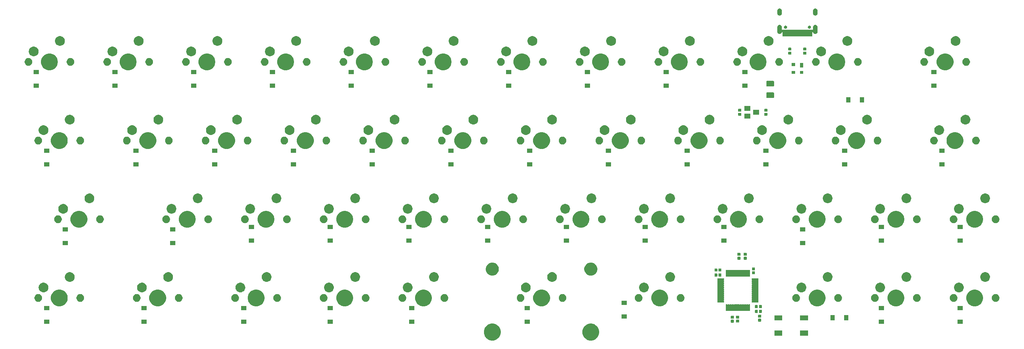
<source format=gbr>
G04 #@! TF.GenerationSoftware,KiCad,Pcbnew,(5.1.4)-1*
G04 #@! TF.CreationDate,2024-08-25T15:45:26-04:00*
G04 #@! TF.ProjectId,smolboi-pcb,736d6f6c-626f-4692-9d70-63622e6b6963,rev?*
G04 #@! TF.SameCoordinates,Original*
G04 #@! TF.FileFunction,Soldermask,Bot*
G04 #@! TF.FilePolarity,Negative*
%FSLAX46Y46*%
G04 Gerber Fmt 4.6, Leading zero omitted, Abs format (unit mm)*
G04 Created by KiCad (PCBNEW (5.1.4)-1) date 2024-08-25 15:45:26*
%MOMM*%
%LPD*%
G04 APERTURE LIST*
%ADD10C,0.100000*%
G04 APERTURE END LIST*
D10*
G36*
X299840224Y-112651184D02*
G01*
X300058224Y-112741483D01*
X300212373Y-112805333D01*
X300547298Y-113029123D01*
X300832127Y-113313952D01*
X301055917Y-113648877D01*
X301055917Y-113648878D01*
X301210066Y-114021026D01*
X301288650Y-114416094D01*
X301288650Y-114818906D01*
X301210066Y-115213974D01*
X301119767Y-115431974D01*
X301055917Y-115586123D01*
X300832127Y-115921048D01*
X300547298Y-116205877D01*
X300212373Y-116429667D01*
X300058224Y-116493517D01*
X299840224Y-116583816D01*
X299445156Y-116662400D01*
X299042344Y-116662400D01*
X298647276Y-116583816D01*
X298429276Y-116493517D01*
X298275127Y-116429667D01*
X297940202Y-116205877D01*
X297655373Y-115921048D01*
X297431583Y-115586123D01*
X297367733Y-115431974D01*
X297277434Y-115213974D01*
X297198850Y-114818906D01*
X297198850Y-114416094D01*
X297277434Y-114021026D01*
X297431583Y-113648878D01*
X297431583Y-113648877D01*
X297655373Y-113313952D01*
X297940202Y-113029123D01*
X298275127Y-112805333D01*
X298429276Y-112741483D01*
X298647276Y-112651184D01*
X299042344Y-112572600D01*
X299445156Y-112572600D01*
X299840224Y-112651184D01*
X299840224Y-112651184D01*
G37*
G36*
X276027724Y-112651184D02*
G01*
X276245724Y-112741483D01*
X276399873Y-112805333D01*
X276734798Y-113029123D01*
X277019627Y-113313952D01*
X277243417Y-113648877D01*
X277243417Y-113648878D01*
X277397566Y-114021026D01*
X277476150Y-114416094D01*
X277476150Y-114818906D01*
X277397566Y-115213974D01*
X277307267Y-115431974D01*
X277243417Y-115586123D01*
X277019627Y-115921048D01*
X276734798Y-116205877D01*
X276399873Y-116429667D01*
X276245724Y-116493517D01*
X276027724Y-116583816D01*
X275632656Y-116662400D01*
X275229844Y-116662400D01*
X274834776Y-116583816D01*
X274616776Y-116493517D01*
X274462627Y-116429667D01*
X274127702Y-116205877D01*
X273842873Y-115921048D01*
X273619083Y-115586123D01*
X273555233Y-115431974D01*
X273464934Y-115213974D01*
X273386350Y-114818906D01*
X273386350Y-114416094D01*
X273464934Y-114021026D01*
X273619083Y-113648878D01*
X273619083Y-113648877D01*
X273842873Y-113313952D01*
X274127702Y-113029123D01*
X274462627Y-112805333D01*
X274616776Y-112741483D01*
X274834776Y-112651184D01*
X275229844Y-112572600D01*
X275632656Y-112572600D01*
X276027724Y-112651184D01*
X276027724Y-112651184D01*
G37*
G36*
X345577000Y-115481000D02*
G01*
X343675000Y-115481000D01*
X343675000Y-114279000D01*
X345577000Y-114279000D01*
X345577000Y-115481000D01*
X345577000Y-115481000D01*
G37*
G36*
X351777000Y-115481000D02*
G01*
X349875000Y-115481000D01*
X349875000Y-114279000D01*
X351777000Y-114279000D01*
X351777000Y-115481000D01*
X351777000Y-115481000D01*
G37*
G36*
X389271000Y-112641000D02*
G01*
X387969000Y-112641000D01*
X387969000Y-111639000D01*
X389271000Y-111639000D01*
X389271000Y-112641000D01*
X389271000Y-112641000D01*
G37*
G36*
X370221000Y-112641000D02*
G01*
X368919000Y-112641000D01*
X368919000Y-111639000D01*
X370221000Y-111639000D01*
X370221000Y-112641000D01*
X370221000Y-112641000D01*
G37*
G36*
X284496000Y-112641000D02*
G01*
X283194000Y-112641000D01*
X283194000Y-111639000D01*
X284496000Y-111639000D01*
X284496000Y-112641000D01*
X284496000Y-112641000D01*
G37*
G36*
X256556000Y-112641000D02*
G01*
X255254000Y-112641000D01*
X255254000Y-111639000D01*
X256556000Y-111639000D01*
X256556000Y-112641000D01*
X256556000Y-112641000D01*
G37*
G36*
X236871000Y-112641000D02*
G01*
X235569000Y-112641000D01*
X235569000Y-111639000D01*
X236871000Y-111639000D01*
X236871000Y-112641000D01*
X236871000Y-112641000D01*
G37*
G36*
X215916000Y-112641000D02*
G01*
X214614000Y-112641000D01*
X214614000Y-111639000D01*
X215916000Y-111639000D01*
X215916000Y-112641000D01*
X215916000Y-112641000D01*
G37*
G36*
X191786000Y-112641000D02*
G01*
X190484000Y-112641000D01*
X190484000Y-111639000D01*
X191786000Y-111639000D01*
X191786000Y-112641000D01*
X191786000Y-112641000D01*
G37*
G36*
X168291000Y-112641000D02*
G01*
X166989000Y-112641000D01*
X166989000Y-111639000D01*
X168291000Y-111639000D01*
X168291000Y-112641000D01*
X168291000Y-112641000D01*
G37*
G36*
X333783938Y-111647716D02*
G01*
X333804557Y-111653971D01*
X333823553Y-111664124D01*
X333840208Y-111677792D01*
X333853876Y-111694447D01*
X333864029Y-111713443D01*
X333870284Y-111734062D01*
X333873000Y-111761640D01*
X333873000Y-112220360D01*
X333870284Y-112247938D01*
X333864029Y-112268557D01*
X333853876Y-112287553D01*
X333840208Y-112304208D01*
X333823553Y-112317876D01*
X333804557Y-112328029D01*
X333783938Y-112334284D01*
X333756360Y-112337000D01*
X333247640Y-112337000D01*
X333220062Y-112334284D01*
X333199443Y-112328029D01*
X333180447Y-112317876D01*
X333163792Y-112304208D01*
X333150124Y-112287553D01*
X333139971Y-112268557D01*
X333133716Y-112247938D01*
X333131000Y-112220360D01*
X333131000Y-111761640D01*
X333133716Y-111734062D01*
X333139971Y-111713443D01*
X333150124Y-111694447D01*
X333163792Y-111677792D01*
X333180447Y-111664124D01*
X333199443Y-111653971D01*
X333220062Y-111647716D01*
X333247640Y-111645000D01*
X333756360Y-111645000D01*
X333783938Y-111647716D01*
X333783938Y-111647716D01*
G37*
G36*
X335053938Y-111624716D02*
G01*
X335074557Y-111630971D01*
X335093553Y-111641124D01*
X335110208Y-111654792D01*
X335123876Y-111671447D01*
X335134029Y-111690443D01*
X335140284Y-111711062D01*
X335143000Y-111738640D01*
X335143000Y-112197360D01*
X335140284Y-112224938D01*
X335134029Y-112245557D01*
X335123876Y-112264553D01*
X335110208Y-112281208D01*
X335093553Y-112294876D01*
X335074557Y-112305029D01*
X335053938Y-112311284D01*
X335026360Y-112314000D01*
X334517640Y-112314000D01*
X334490062Y-112311284D01*
X334469443Y-112305029D01*
X334450447Y-112294876D01*
X334433792Y-112281208D01*
X334420124Y-112264553D01*
X334409971Y-112245557D01*
X334403716Y-112224938D01*
X334401000Y-112197360D01*
X334401000Y-111738640D01*
X334403716Y-111711062D01*
X334409971Y-111690443D01*
X334420124Y-111671447D01*
X334433792Y-111654792D01*
X334450447Y-111641124D01*
X334469443Y-111630971D01*
X334490062Y-111624716D01*
X334517640Y-111622000D01*
X335026360Y-111622000D01*
X335053938Y-111624716D01*
X335053938Y-111624716D01*
G37*
G36*
X340387938Y-111393716D02*
G01*
X340408557Y-111399971D01*
X340427553Y-111410124D01*
X340444208Y-111423792D01*
X340457876Y-111440447D01*
X340468029Y-111459443D01*
X340474284Y-111480062D01*
X340477000Y-111507640D01*
X340477000Y-111966360D01*
X340474284Y-111993938D01*
X340468029Y-112014557D01*
X340457876Y-112033553D01*
X340444208Y-112050208D01*
X340427553Y-112063876D01*
X340408557Y-112074029D01*
X340387938Y-112080284D01*
X340360360Y-112083000D01*
X339851640Y-112083000D01*
X339824062Y-112080284D01*
X339803443Y-112074029D01*
X339784447Y-112063876D01*
X339767792Y-112050208D01*
X339754124Y-112033553D01*
X339743971Y-112014557D01*
X339737716Y-111993938D01*
X339735000Y-111966360D01*
X339735000Y-111507640D01*
X339737716Y-111480062D01*
X339743971Y-111459443D01*
X339754124Y-111440447D01*
X339767792Y-111423792D01*
X339784447Y-111410124D01*
X339803443Y-111399971D01*
X339824062Y-111393716D01*
X339851640Y-111391000D01*
X340360360Y-111391000D01*
X340387938Y-111393716D01*
X340387938Y-111393716D01*
G37*
G36*
X351777000Y-111781000D02*
G01*
X349875000Y-111781000D01*
X349875000Y-110579000D01*
X351777000Y-110579000D01*
X351777000Y-111781000D01*
X351777000Y-111781000D01*
G37*
G36*
X345577000Y-111781000D02*
G01*
X343675000Y-111781000D01*
X343675000Y-110579000D01*
X345577000Y-110579000D01*
X345577000Y-111781000D01*
X345577000Y-111781000D01*
G37*
G36*
X358261000Y-111776000D02*
G01*
X357259000Y-111776000D01*
X357259000Y-110474000D01*
X358261000Y-110474000D01*
X358261000Y-111776000D01*
X358261000Y-111776000D01*
G37*
G36*
X361561000Y-111776000D02*
G01*
X360559000Y-111776000D01*
X360559000Y-110474000D01*
X361561000Y-110474000D01*
X361561000Y-111776000D01*
X361561000Y-111776000D01*
G37*
G36*
X307991000Y-111371000D02*
G01*
X306689000Y-111371000D01*
X306689000Y-110369000D01*
X307991000Y-110369000D01*
X307991000Y-111371000D01*
X307991000Y-111371000D01*
G37*
G36*
X333783938Y-110677716D02*
G01*
X333804557Y-110683971D01*
X333823553Y-110694124D01*
X333840208Y-110707792D01*
X333853876Y-110724447D01*
X333864029Y-110743443D01*
X333870284Y-110764062D01*
X333873000Y-110791640D01*
X333873000Y-111250360D01*
X333870284Y-111277938D01*
X333864029Y-111298557D01*
X333853876Y-111317553D01*
X333840208Y-111334208D01*
X333823553Y-111347876D01*
X333804557Y-111358029D01*
X333783938Y-111364284D01*
X333756360Y-111367000D01*
X333247640Y-111367000D01*
X333220062Y-111364284D01*
X333199443Y-111358029D01*
X333180447Y-111347876D01*
X333163792Y-111334208D01*
X333150124Y-111317553D01*
X333139971Y-111298557D01*
X333133716Y-111277938D01*
X333131000Y-111250360D01*
X333131000Y-110791640D01*
X333133716Y-110764062D01*
X333139971Y-110743443D01*
X333150124Y-110724447D01*
X333163792Y-110707792D01*
X333180447Y-110694124D01*
X333199443Y-110683971D01*
X333220062Y-110677716D01*
X333247640Y-110675000D01*
X333756360Y-110675000D01*
X333783938Y-110677716D01*
X333783938Y-110677716D01*
G37*
G36*
X335053938Y-110654716D02*
G01*
X335074557Y-110660971D01*
X335093553Y-110671124D01*
X335110208Y-110684792D01*
X335123876Y-110701447D01*
X335134029Y-110720443D01*
X335140284Y-110741062D01*
X335143000Y-110768640D01*
X335143000Y-111227360D01*
X335140284Y-111254938D01*
X335134029Y-111275557D01*
X335123876Y-111294553D01*
X335110208Y-111311208D01*
X335093553Y-111324876D01*
X335074557Y-111335029D01*
X335053938Y-111341284D01*
X335026360Y-111344000D01*
X334517640Y-111344000D01*
X334490062Y-111341284D01*
X334469443Y-111335029D01*
X334450447Y-111324876D01*
X334433792Y-111311208D01*
X334420124Y-111294553D01*
X334409971Y-111275557D01*
X334403716Y-111254938D01*
X334401000Y-111227360D01*
X334401000Y-110768640D01*
X334403716Y-110741062D01*
X334409971Y-110720443D01*
X334420124Y-110701447D01*
X334433792Y-110684792D01*
X334450447Y-110671124D01*
X334469443Y-110660971D01*
X334490062Y-110654716D01*
X334517640Y-110652000D01*
X335026360Y-110652000D01*
X335053938Y-110654716D01*
X335053938Y-110654716D01*
G37*
G36*
X340387938Y-110423716D02*
G01*
X340408557Y-110429971D01*
X340427553Y-110440124D01*
X340444208Y-110453792D01*
X340457876Y-110470447D01*
X340468029Y-110489443D01*
X340474284Y-110510062D01*
X340477000Y-110537640D01*
X340477000Y-110996360D01*
X340474284Y-111023938D01*
X340468029Y-111044557D01*
X340457876Y-111063553D01*
X340444208Y-111080208D01*
X340427553Y-111093876D01*
X340408557Y-111104029D01*
X340387938Y-111110284D01*
X340360360Y-111113000D01*
X339851640Y-111113000D01*
X339824062Y-111110284D01*
X339803443Y-111104029D01*
X339784447Y-111093876D01*
X339767792Y-111080208D01*
X339754124Y-111063553D01*
X339743971Y-111044557D01*
X339737716Y-111023938D01*
X339735000Y-110996360D01*
X339735000Y-110537640D01*
X339737716Y-110510062D01*
X339743971Y-110489443D01*
X339754124Y-110470447D01*
X339767792Y-110453792D01*
X339784447Y-110440124D01*
X339803443Y-110429971D01*
X339824062Y-110423716D01*
X339851640Y-110421000D01*
X340360360Y-110421000D01*
X340387938Y-110423716D01*
X340387938Y-110423716D01*
G37*
G36*
X340541938Y-109231716D02*
G01*
X340562557Y-109237971D01*
X340581553Y-109248124D01*
X340598208Y-109261792D01*
X340611876Y-109278447D01*
X340622029Y-109297443D01*
X340628284Y-109318062D01*
X340631000Y-109345640D01*
X340631000Y-109854360D01*
X340628284Y-109881938D01*
X340622029Y-109902557D01*
X340611876Y-109921553D01*
X340598208Y-109938208D01*
X340581553Y-109951876D01*
X340562557Y-109962029D01*
X340541938Y-109968284D01*
X340514360Y-109971000D01*
X340055640Y-109971000D01*
X340028062Y-109968284D01*
X340007443Y-109962029D01*
X339988447Y-109951876D01*
X339971792Y-109938208D01*
X339958124Y-109921553D01*
X339947971Y-109902557D01*
X339941716Y-109881938D01*
X339939000Y-109854360D01*
X339939000Y-109345640D01*
X339941716Y-109318062D01*
X339947971Y-109297443D01*
X339958124Y-109278447D01*
X339971792Y-109261792D01*
X339988447Y-109248124D01*
X340007443Y-109237971D01*
X340028062Y-109231716D01*
X340055640Y-109229000D01*
X340514360Y-109229000D01*
X340541938Y-109231716D01*
X340541938Y-109231716D01*
G37*
G36*
X339571938Y-109231716D02*
G01*
X339592557Y-109237971D01*
X339611553Y-109248124D01*
X339628208Y-109261792D01*
X339641876Y-109278447D01*
X339652029Y-109297443D01*
X339658284Y-109318062D01*
X339661000Y-109345640D01*
X339661000Y-109854360D01*
X339658284Y-109881938D01*
X339652029Y-109902557D01*
X339641876Y-109921553D01*
X339628208Y-109938208D01*
X339611553Y-109951876D01*
X339592557Y-109962029D01*
X339571938Y-109968284D01*
X339544360Y-109971000D01*
X339085640Y-109971000D01*
X339058062Y-109968284D01*
X339037443Y-109962029D01*
X339018447Y-109951876D01*
X339001792Y-109938208D01*
X338988124Y-109921553D01*
X338977971Y-109902557D01*
X338971716Y-109881938D01*
X338969000Y-109854360D01*
X338969000Y-109345640D01*
X338971716Y-109318062D01*
X338977971Y-109297443D01*
X338988124Y-109278447D01*
X339001792Y-109261792D01*
X339018447Y-109248124D01*
X339037443Y-109237971D01*
X339058062Y-109231716D01*
X339085640Y-109229000D01*
X339544360Y-109229000D01*
X339571938Y-109231716D01*
X339571938Y-109231716D01*
G37*
G36*
X332255795Y-107928073D02*
G01*
X332262809Y-107930201D01*
X332276577Y-107937560D01*
X332299216Y-107946937D01*
X332323249Y-107951717D01*
X332347753Y-107951717D01*
X332371786Y-107946936D01*
X332394423Y-107937560D01*
X332408191Y-107930201D01*
X332415205Y-107928073D01*
X332428640Y-107926750D01*
X332742360Y-107926750D01*
X332755795Y-107928073D01*
X332762809Y-107930201D01*
X332776577Y-107937560D01*
X332799216Y-107946937D01*
X332823249Y-107951717D01*
X332847753Y-107951717D01*
X332871786Y-107946936D01*
X332894423Y-107937560D01*
X332908191Y-107930201D01*
X332915205Y-107928073D01*
X332928640Y-107926750D01*
X333242360Y-107926750D01*
X333255795Y-107928073D01*
X333262809Y-107930201D01*
X333276577Y-107937560D01*
X333299216Y-107946937D01*
X333323249Y-107951717D01*
X333347753Y-107951717D01*
X333371786Y-107946936D01*
X333394423Y-107937560D01*
X333408191Y-107930201D01*
X333415205Y-107928073D01*
X333428640Y-107926750D01*
X333742360Y-107926750D01*
X333755795Y-107928073D01*
X333762809Y-107930201D01*
X333776577Y-107937560D01*
X333799216Y-107946937D01*
X333823249Y-107951717D01*
X333847753Y-107951717D01*
X333871786Y-107946936D01*
X333894423Y-107937560D01*
X333908191Y-107930201D01*
X333915205Y-107928073D01*
X333928640Y-107926750D01*
X334242360Y-107926750D01*
X334255795Y-107928073D01*
X334262809Y-107930201D01*
X334276577Y-107937560D01*
X334299216Y-107946937D01*
X334323249Y-107951717D01*
X334347753Y-107951717D01*
X334371786Y-107946936D01*
X334394423Y-107937560D01*
X334408191Y-107930201D01*
X334415205Y-107928073D01*
X334428640Y-107926750D01*
X334742360Y-107926750D01*
X334755795Y-107928073D01*
X334762809Y-107930201D01*
X334776577Y-107937560D01*
X334799216Y-107946937D01*
X334823249Y-107951717D01*
X334847753Y-107951717D01*
X334871786Y-107946936D01*
X334894423Y-107937560D01*
X334908191Y-107930201D01*
X334915205Y-107928073D01*
X334928640Y-107926750D01*
X335242360Y-107926750D01*
X335255795Y-107928073D01*
X335262809Y-107930201D01*
X335276577Y-107937560D01*
X335299216Y-107946937D01*
X335323249Y-107951717D01*
X335347753Y-107951717D01*
X335371786Y-107946936D01*
X335394423Y-107937560D01*
X335408191Y-107930201D01*
X335415205Y-107928073D01*
X335428640Y-107926750D01*
X335742360Y-107926750D01*
X335755795Y-107928073D01*
X335762809Y-107930201D01*
X335776577Y-107937560D01*
X335799216Y-107946937D01*
X335823249Y-107951717D01*
X335847753Y-107951717D01*
X335871786Y-107946936D01*
X335894423Y-107937560D01*
X335908191Y-107930201D01*
X335915205Y-107928073D01*
X335928640Y-107926750D01*
X336242360Y-107926750D01*
X336255795Y-107928073D01*
X336262809Y-107930201D01*
X336276577Y-107937560D01*
X336299216Y-107946937D01*
X336323249Y-107951717D01*
X336347753Y-107951717D01*
X336371786Y-107946936D01*
X336394423Y-107937560D01*
X336408191Y-107930201D01*
X336415205Y-107928073D01*
X336428640Y-107926750D01*
X336742360Y-107926750D01*
X336755795Y-107928073D01*
X336762809Y-107930201D01*
X336776577Y-107937560D01*
X336799216Y-107946937D01*
X336823249Y-107951717D01*
X336847753Y-107951717D01*
X336871786Y-107946936D01*
X336894423Y-107937560D01*
X336908191Y-107930201D01*
X336915205Y-107928073D01*
X336928640Y-107926750D01*
X337242360Y-107926750D01*
X337255795Y-107928073D01*
X337262809Y-107930201D01*
X337276577Y-107937560D01*
X337299216Y-107946937D01*
X337323249Y-107951717D01*
X337347753Y-107951717D01*
X337371786Y-107946936D01*
X337394423Y-107937560D01*
X337408191Y-107930201D01*
X337415205Y-107928073D01*
X337428640Y-107926750D01*
X337742360Y-107926750D01*
X337755795Y-107928073D01*
X337762810Y-107930201D01*
X337769276Y-107933658D01*
X337774942Y-107938308D01*
X337779592Y-107943974D01*
X337783049Y-107950440D01*
X337785177Y-107957455D01*
X337786500Y-107970890D01*
X337786500Y-109459610D01*
X337785177Y-109473045D01*
X337783049Y-109480060D01*
X337779592Y-109486526D01*
X337774942Y-109492192D01*
X337769276Y-109496842D01*
X337762810Y-109500299D01*
X337755795Y-109502427D01*
X337742360Y-109503750D01*
X337428640Y-109503750D01*
X337415205Y-109502427D01*
X337408191Y-109500299D01*
X337394423Y-109492940D01*
X337371784Y-109483563D01*
X337347751Y-109478783D01*
X337323247Y-109478783D01*
X337299214Y-109483564D01*
X337276577Y-109492940D01*
X337262809Y-109500299D01*
X337255795Y-109502427D01*
X337242360Y-109503750D01*
X336928640Y-109503750D01*
X336915205Y-109502427D01*
X336908191Y-109500299D01*
X336894423Y-109492940D01*
X336871784Y-109483563D01*
X336847751Y-109478783D01*
X336823247Y-109478783D01*
X336799214Y-109483564D01*
X336776577Y-109492940D01*
X336762809Y-109500299D01*
X336755795Y-109502427D01*
X336742360Y-109503750D01*
X336428640Y-109503750D01*
X336415205Y-109502427D01*
X336408191Y-109500299D01*
X336394423Y-109492940D01*
X336371784Y-109483563D01*
X336347751Y-109478783D01*
X336323247Y-109478783D01*
X336299214Y-109483564D01*
X336276577Y-109492940D01*
X336262809Y-109500299D01*
X336255795Y-109502427D01*
X336242360Y-109503750D01*
X335928640Y-109503750D01*
X335915205Y-109502427D01*
X335908191Y-109500299D01*
X335894423Y-109492940D01*
X335871784Y-109483563D01*
X335847751Y-109478783D01*
X335823247Y-109478783D01*
X335799214Y-109483564D01*
X335776577Y-109492940D01*
X335762809Y-109500299D01*
X335755795Y-109502427D01*
X335742360Y-109503750D01*
X335428640Y-109503750D01*
X335415205Y-109502427D01*
X335408191Y-109500299D01*
X335394423Y-109492940D01*
X335371784Y-109483563D01*
X335347751Y-109478783D01*
X335323247Y-109478783D01*
X335299214Y-109483564D01*
X335276577Y-109492940D01*
X335262809Y-109500299D01*
X335255795Y-109502427D01*
X335242360Y-109503750D01*
X334928640Y-109503750D01*
X334915205Y-109502427D01*
X334908191Y-109500299D01*
X334894423Y-109492940D01*
X334871784Y-109483563D01*
X334847751Y-109478783D01*
X334823247Y-109478783D01*
X334799214Y-109483564D01*
X334776577Y-109492940D01*
X334762809Y-109500299D01*
X334755795Y-109502427D01*
X334742360Y-109503750D01*
X334428640Y-109503750D01*
X334415205Y-109502427D01*
X334408191Y-109500299D01*
X334394423Y-109492940D01*
X334371784Y-109483563D01*
X334347751Y-109478783D01*
X334323247Y-109478783D01*
X334299214Y-109483564D01*
X334276577Y-109492940D01*
X334262809Y-109500299D01*
X334255795Y-109502427D01*
X334242360Y-109503750D01*
X333928640Y-109503750D01*
X333915205Y-109502427D01*
X333908191Y-109500299D01*
X333894423Y-109492940D01*
X333871784Y-109483563D01*
X333847751Y-109478783D01*
X333823247Y-109478783D01*
X333799214Y-109483564D01*
X333776577Y-109492940D01*
X333762809Y-109500299D01*
X333755795Y-109502427D01*
X333742360Y-109503750D01*
X333428640Y-109503750D01*
X333415205Y-109502427D01*
X333408191Y-109500299D01*
X333394423Y-109492940D01*
X333371784Y-109483563D01*
X333347751Y-109478783D01*
X333323247Y-109478783D01*
X333299214Y-109483564D01*
X333276577Y-109492940D01*
X333262809Y-109500299D01*
X333255795Y-109502427D01*
X333242360Y-109503750D01*
X332928640Y-109503750D01*
X332915205Y-109502427D01*
X332908191Y-109500299D01*
X332894423Y-109492940D01*
X332871784Y-109483563D01*
X332847751Y-109478783D01*
X332823247Y-109478783D01*
X332799214Y-109483564D01*
X332776577Y-109492940D01*
X332762809Y-109500299D01*
X332755795Y-109502427D01*
X332742360Y-109503750D01*
X332428640Y-109503750D01*
X332415205Y-109502427D01*
X332408191Y-109500299D01*
X332394423Y-109492940D01*
X332371784Y-109483563D01*
X332347751Y-109478783D01*
X332323247Y-109478783D01*
X332299214Y-109483564D01*
X332276577Y-109492940D01*
X332262809Y-109500299D01*
X332255795Y-109502427D01*
X332242360Y-109503750D01*
X331928640Y-109503750D01*
X331915205Y-109502427D01*
X331908190Y-109500299D01*
X331901724Y-109496842D01*
X331896058Y-109492192D01*
X331891408Y-109486526D01*
X331887951Y-109480060D01*
X331885823Y-109473045D01*
X331884500Y-109459610D01*
X331884500Y-107970890D01*
X331885823Y-107957455D01*
X331887951Y-107950440D01*
X331891408Y-107943974D01*
X331896058Y-107938308D01*
X331901724Y-107933658D01*
X331908190Y-107930201D01*
X331915205Y-107928073D01*
X331928640Y-107926750D01*
X332242360Y-107926750D01*
X332255795Y-107928073D01*
X332255795Y-107928073D01*
G37*
G36*
X191786000Y-109341000D02*
G01*
X190484000Y-109341000D01*
X190484000Y-108339000D01*
X191786000Y-108339000D01*
X191786000Y-109341000D01*
X191786000Y-109341000D01*
G37*
G36*
X168291000Y-109341000D02*
G01*
X166989000Y-109341000D01*
X166989000Y-108339000D01*
X168291000Y-108339000D01*
X168291000Y-109341000D01*
X168291000Y-109341000D01*
G37*
G36*
X256556000Y-109341000D02*
G01*
X255254000Y-109341000D01*
X255254000Y-108339000D01*
X256556000Y-108339000D01*
X256556000Y-109341000D01*
X256556000Y-109341000D01*
G37*
G36*
X215916000Y-109341000D02*
G01*
X214614000Y-109341000D01*
X214614000Y-108339000D01*
X215916000Y-108339000D01*
X215916000Y-109341000D01*
X215916000Y-109341000D01*
G37*
G36*
X284496000Y-109341000D02*
G01*
X283194000Y-109341000D01*
X283194000Y-108339000D01*
X284496000Y-108339000D01*
X284496000Y-109341000D01*
X284496000Y-109341000D01*
G37*
G36*
X389271000Y-109341000D02*
G01*
X387969000Y-109341000D01*
X387969000Y-108339000D01*
X389271000Y-108339000D01*
X389271000Y-109341000D01*
X389271000Y-109341000D01*
G37*
G36*
X370221000Y-109341000D02*
G01*
X368919000Y-109341000D01*
X368919000Y-108339000D01*
X370221000Y-108339000D01*
X370221000Y-109341000D01*
X370221000Y-109341000D01*
G37*
G36*
X236871000Y-109341000D02*
G01*
X235569000Y-109341000D01*
X235569000Y-108339000D01*
X236871000Y-108339000D01*
X236871000Y-109341000D01*
X236871000Y-109341000D01*
G37*
G36*
X339557438Y-108086466D02*
G01*
X339578057Y-108092721D01*
X339597053Y-108102874D01*
X339613708Y-108116542D01*
X339627376Y-108133197D01*
X339637529Y-108152193D01*
X339643784Y-108172812D01*
X339646500Y-108200390D01*
X339646500Y-108709110D01*
X339643784Y-108736688D01*
X339637529Y-108757307D01*
X339627376Y-108776303D01*
X339613708Y-108792958D01*
X339597053Y-108806626D01*
X339578057Y-108816779D01*
X339557438Y-108823034D01*
X339529860Y-108825750D01*
X339071140Y-108825750D01*
X339043562Y-108823034D01*
X339022943Y-108816779D01*
X339003947Y-108806626D01*
X338987292Y-108792958D01*
X338973624Y-108776303D01*
X338963471Y-108757307D01*
X338957216Y-108736688D01*
X338954500Y-108709110D01*
X338954500Y-108200390D01*
X338957216Y-108172812D01*
X338963471Y-108152193D01*
X338973624Y-108133197D01*
X338987292Y-108116542D01*
X339003947Y-108102874D01*
X339022943Y-108092721D01*
X339043562Y-108086466D01*
X339071140Y-108083750D01*
X339529860Y-108083750D01*
X339557438Y-108086466D01*
X339557438Y-108086466D01*
G37*
G36*
X340527438Y-108086466D02*
G01*
X340548057Y-108092721D01*
X340567053Y-108102874D01*
X340583708Y-108116542D01*
X340597376Y-108133197D01*
X340607529Y-108152193D01*
X340613784Y-108172812D01*
X340616500Y-108200390D01*
X340616500Y-108709110D01*
X340613784Y-108736688D01*
X340607529Y-108757307D01*
X340597376Y-108776303D01*
X340583708Y-108792958D01*
X340567053Y-108806626D01*
X340548057Y-108816779D01*
X340527438Y-108823034D01*
X340499860Y-108825750D01*
X340041140Y-108825750D01*
X340013562Y-108823034D01*
X339992943Y-108816779D01*
X339973947Y-108806626D01*
X339957292Y-108792958D01*
X339943624Y-108776303D01*
X339933471Y-108757307D01*
X339927216Y-108736688D01*
X339924500Y-108709110D01*
X339924500Y-108200390D01*
X339927216Y-108172812D01*
X339933471Y-108152193D01*
X339943624Y-108133197D01*
X339957292Y-108116542D01*
X339973947Y-108102874D01*
X339992943Y-108092721D01*
X340013562Y-108086466D01*
X340041140Y-108083750D01*
X340499860Y-108083750D01*
X340527438Y-108086466D01*
X340527438Y-108086466D01*
G37*
G36*
X240308974Y-104396184D02*
G01*
X240497596Y-104474314D01*
X240681123Y-104550333D01*
X241016048Y-104774123D01*
X241300877Y-105058952D01*
X241524667Y-105393877D01*
X241563162Y-105486813D01*
X241678816Y-105766026D01*
X241757400Y-106161094D01*
X241757400Y-106563906D01*
X241678816Y-106958974D01*
X241609863Y-107125441D01*
X241524667Y-107331123D01*
X241300877Y-107666048D01*
X241016048Y-107950877D01*
X240681123Y-108174667D01*
X240526974Y-108238517D01*
X240308974Y-108328816D01*
X239913906Y-108407400D01*
X239511094Y-108407400D01*
X239116026Y-108328816D01*
X238898026Y-108238517D01*
X238743877Y-108174667D01*
X238408952Y-107950877D01*
X238124123Y-107666048D01*
X237900333Y-107331123D01*
X237815137Y-107125441D01*
X237746184Y-106958974D01*
X237667600Y-106563906D01*
X237667600Y-106161094D01*
X237746184Y-105766026D01*
X237861838Y-105486813D01*
X237900333Y-105393877D01*
X238124123Y-105058952D01*
X238408952Y-104774123D01*
X238743877Y-104550333D01*
X238927404Y-104474314D01*
X239116026Y-104396184D01*
X239511094Y-104317600D01*
X239913906Y-104317600D01*
X240308974Y-104396184D01*
X240308974Y-104396184D01*
G37*
G36*
X316508974Y-104396184D02*
G01*
X316697596Y-104474314D01*
X316881123Y-104550333D01*
X317216048Y-104774123D01*
X317500877Y-105058952D01*
X317724667Y-105393877D01*
X317763162Y-105486813D01*
X317878816Y-105766026D01*
X317957400Y-106161094D01*
X317957400Y-106563906D01*
X317878816Y-106958974D01*
X317809863Y-107125441D01*
X317724667Y-107331123D01*
X317500877Y-107666048D01*
X317216048Y-107950877D01*
X316881123Y-108174667D01*
X316726974Y-108238517D01*
X316508974Y-108328816D01*
X316113906Y-108407400D01*
X315711094Y-108407400D01*
X315316026Y-108328816D01*
X315098026Y-108238517D01*
X314943877Y-108174667D01*
X314608952Y-107950877D01*
X314324123Y-107666048D01*
X314100333Y-107331123D01*
X314015137Y-107125441D01*
X313946184Y-106958974D01*
X313867600Y-106563906D01*
X313867600Y-106161094D01*
X313946184Y-105766026D01*
X314061838Y-105486813D01*
X314100333Y-105393877D01*
X314324123Y-105058952D01*
X314608952Y-104774123D01*
X314943877Y-104550333D01*
X315127404Y-104474314D01*
X315316026Y-104396184D01*
X315711094Y-104317600D01*
X316113906Y-104317600D01*
X316508974Y-104396184D01*
X316508974Y-104396184D01*
G37*
G36*
X287933974Y-104396184D02*
G01*
X288122596Y-104474314D01*
X288306123Y-104550333D01*
X288641048Y-104774123D01*
X288925877Y-105058952D01*
X289149667Y-105393877D01*
X289188162Y-105486813D01*
X289303816Y-105766026D01*
X289382400Y-106161094D01*
X289382400Y-106563906D01*
X289303816Y-106958974D01*
X289234863Y-107125441D01*
X289149667Y-107331123D01*
X288925877Y-107666048D01*
X288641048Y-107950877D01*
X288306123Y-108174667D01*
X288151974Y-108238517D01*
X287933974Y-108328816D01*
X287538906Y-108407400D01*
X287136094Y-108407400D01*
X286741026Y-108328816D01*
X286523026Y-108238517D01*
X286368877Y-108174667D01*
X286033952Y-107950877D01*
X285749123Y-107666048D01*
X285525333Y-107331123D01*
X285440137Y-107125441D01*
X285371184Y-106958974D01*
X285292600Y-106563906D01*
X285292600Y-106161094D01*
X285371184Y-105766026D01*
X285486838Y-105486813D01*
X285525333Y-105393877D01*
X285749123Y-105058952D01*
X286033952Y-104774123D01*
X286368877Y-104550333D01*
X286552404Y-104474314D01*
X286741026Y-104396184D01*
X287136094Y-104317600D01*
X287538906Y-104317600D01*
X287933974Y-104396184D01*
X287933974Y-104396184D01*
G37*
G36*
X354608974Y-104396184D02*
G01*
X354797596Y-104474314D01*
X354981123Y-104550333D01*
X355316048Y-104774123D01*
X355600877Y-105058952D01*
X355824667Y-105393877D01*
X355863162Y-105486813D01*
X355978816Y-105766026D01*
X356057400Y-106161094D01*
X356057400Y-106563906D01*
X355978816Y-106958974D01*
X355909863Y-107125441D01*
X355824667Y-107331123D01*
X355600877Y-107666048D01*
X355316048Y-107950877D01*
X354981123Y-108174667D01*
X354826974Y-108238517D01*
X354608974Y-108328816D01*
X354213906Y-108407400D01*
X353811094Y-108407400D01*
X353416026Y-108328816D01*
X353198026Y-108238517D01*
X353043877Y-108174667D01*
X352708952Y-107950877D01*
X352424123Y-107666048D01*
X352200333Y-107331123D01*
X352115137Y-107125441D01*
X352046184Y-106958974D01*
X351967600Y-106563906D01*
X351967600Y-106161094D01*
X352046184Y-105766026D01*
X352161838Y-105486813D01*
X352200333Y-105393877D01*
X352424123Y-105058952D01*
X352708952Y-104774123D01*
X353043877Y-104550333D01*
X353227404Y-104474314D01*
X353416026Y-104396184D01*
X353811094Y-104317600D01*
X354213906Y-104317600D01*
X354608974Y-104396184D01*
X354608974Y-104396184D01*
G37*
G36*
X373658974Y-104396184D02*
G01*
X373847596Y-104474314D01*
X374031123Y-104550333D01*
X374366048Y-104774123D01*
X374650877Y-105058952D01*
X374874667Y-105393877D01*
X374913162Y-105486813D01*
X375028816Y-105766026D01*
X375107400Y-106161094D01*
X375107400Y-106563906D01*
X375028816Y-106958974D01*
X374959863Y-107125441D01*
X374874667Y-107331123D01*
X374650877Y-107666048D01*
X374366048Y-107950877D01*
X374031123Y-108174667D01*
X373876974Y-108238517D01*
X373658974Y-108328816D01*
X373263906Y-108407400D01*
X372861094Y-108407400D01*
X372466026Y-108328816D01*
X372248026Y-108238517D01*
X372093877Y-108174667D01*
X371758952Y-107950877D01*
X371474123Y-107666048D01*
X371250333Y-107331123D01*
X371165137Y-107125441D01*
X371096184Y-106958974D01*
X371017600Y-106563906D01*
X371017600Y-106161094D01*
X371096184Y-105766026D01*
X371211838Y-105486813D01*
X371250333Y-105393877D01*
X371474123Y-105058952D01*
X371758952Y-104774123D01*
X372093877Y-104550333D01*
X372277404Y-104474314D01*
X372466026Y-104396184D01*
X372861094Y-104317600D01*
X373263906Y-104317600D01*
X373658974Y-104396184D01*
X373658974Y-104396184D01*
G37*
G36*
X392708974Y-104396184D02*
G01*
X392897596Y-104474314D01*
X393081123Y-104550333D01*
X393416048Y-104774123D01*
X393700877Y-105058952D01*
X393924667Y-105393877D01*
X393963162Y-105486813D01*
X394078816Y-105766026D01*
X394157400Y-106161094D01*
X394157400Y-106563906D01*
X394078816Y-106958974D01*
X394009863Y-107125441D01*
X393924667Y-107331123D01*
X393700877Y-107666048D01*
X393416048Y-107950877D01*
X393081123Y-108174667D01*
X392926974Y-108238517D01*
X392708974Y-108328816D01*
X392313906Y-108407400D01*
X391911094Y-108407400D01*
X391516026Y-108328816D01*
X391298026Y-108238517D01*
X391143877Y-108174667D01*
X390808952Y-107950877D01*
X390524123Y-107666048D01*
X390300333Y-107331123D01*
X390215137Y-107125441D01*
X390146184Y-106958974D01*
X390067600Y-106563906D01*
X390067600Y-106161094D01*
X390146184Y-105766026D01*
X390261838Y-105486813D01*
X390300333Y-105393877D01*
X390524123Y-105058952D01*
X390808952Y-104774123D01*
X391143877Y-104550333D01*
X391327404Y-104474314D01*
X391516026Y-104396184D01*
X391911094Y-104317600D01*
X392313906Y-104317600D01*
X392708974Y-104396184D01*
X392708974Y-104396184D01*
G37*
G36*
X259358974Y-104396184D02*
G01*
X259547596Y-104474314D01*
X259731123Y-104550333D01*
X260066048Y-104774123D01*
X260350877Y-105058952D01*
X260574667Y-105393877D01*
X260613162Y-105486813D01*
X260728816Y-105766026D01*
X260807400Y-106161094D01*
X260807400Y-106563906D01*
X260728816Y-106958974D01*
X260659863Y-107125441D01*
X260574667Y-107331123D01*
X260350877Y-107666048D01*
X260066048Y-107950877D01*
X259731123Y-108174667D01*
X259576974Y-108238517D01*
X259358974Y-108328816D01*
X258963906Y-108407400D01*
X258561094Y-108407400D01*
X258166026Y-108328816D01*
X257948026Y-108238517D01*
X257793877Y-108174667D01*
X257458952Y-107950877D01*
X257174123Y-107666048D01*
X256950333Y-107331123D01*
X256865137Y-107125441D01*
X256796184Y-106958974D01*
X256717600Y-106563906D01*
X256717600Y-106161094D01*
X256796184Y-105766026D01*
X256911838Y-105486813D01*
X256950333Y-105393877D01*
X257174123Y-105058952D01*
X257458952Y-104774123D01*
X257793877Y-104550333D01*
X257977404Y-104474314D01*
X258166026Y-104396184D01*
X258561094Y-104317600D01*
X258963906Y-104317600D01*
X259358974Y-104396184D01*
X259358974Y-104396184D01*
G37*
G36*
X171252724Y-104396184D02*
G01*
X171441346Y-104474314D01*
X171624873Y-104550333D01*
X171959798Y-104774123D01*
X172244627Y-105058952D01*
X172468417Y-105393877D01*
X172506912Y-105486813D01*
X172622566Y-105766026D01*
X172701150Y-106161094D01*
X172701150Y-106563906D01*
X172622566Y-106958974D01*
X172553613Y-107125441D01*
X172468417Y-107331123D01*
X172244627Y-107666048D01*
X171959798Y-107950877D01*
X171624873Y-108174667D01*
X171470724Y-108238517D01*
X171252724Y-108328816D01*
X170857656Y-108407400D01*
X170454844Y-108407400D01*
X170059776Y-108328816D01*
X169841776Y-108238517D01*
X169687627Y-108174667D01*
X169352702Y-107950877D01*
X169067873Y-107666048D01*
X168844083Y-107331123D01*
X168758887Y-107125441D01*
X168689934Y-106958974D01*
X168611350Y-106563906D01*
X168611350Y-106161094D01*
X168689934Y-105766026D01*
X168805588Y-105486813D01*
X168844083Y-105393877D01*
X169067873Y-105058952D01*
X169352702Y-104774123D01*
X169687627Y-104550333D01*
X169871154Y-104474314D01*
X170059776Y-104396184D01*
X170454844Y-104317600D01*
X170857656Y-104317600D01*
X171252724Y-104396184D01*
X171252724Y-104396184D01*
G37*
G36*
X195065224Y-104396184D02*
G01*
X195253846Y-104474314D01*
X195437373Y-104550333D01*
X195772298Y-104774123D01*
X196057127Y-105058952D01*
X196280917Y-105393877D01*
X196319412Y-105486813D01*
X196435066Y-105766026D01*
X196513650Y-106161094D01*
X196513650Y-106563906D01*
X196435066Y-106958974D01*
X196366113Y-107125441D01*
X196280917Y-107331123D01*
X196057127Y-107666048D01*
X195772298Y-107950877D01*
X195437373Y-108174667D01*
X195283224Y-108238517D01*
X195065224Y-108328816D01*
X194670156Y-108407400D01*
X194267344Y-108407400D01*
X193872276Y-108328816D01*
X193654276Y-108238517D01*
X193500127Y-108174667D01*
X193165202Y-107950877D01*
X192880373Y-107666048D01*
X192656583Y-107331123D01*
X192571387Y-107125441D01*
X192502434Y-106958974D01*
X192423850Y-106563906D01*
X192423850Y-106161094D01*
X192502434Y-105766026D01*
X192618088Y-105486813D01*
X192656583Y-105393877D01*
X192880373Y-105058952D01*
X193165202Y-104774123D01*
X193500127Y-104550333D01*
X193683654Y-104474314D01*
X193872276Y-104396184D01*
X194267344Y-104317600D01*
X194670156Y-104317600D01*
X195065224Y-104396184D01*
X195065224Y-104396184D01*
G37*
G36*
X218877724Y-104396184D02*
G01*
X219066346Y-104474314D01*
X219249873Y-104550333D01*
X219584798Y-104774123D01*
X219869627Y-105058952D01*
X220093417Y-105393877D01*
X220131912Y-105486813D01*
X220247566Y-105766026D01*
X220326150Y-106161094D01*
X220326150Y-106563906D01*
X220247566Y-106958974D01*
X220178613Y-107125441D01*
X220093417Y-107331123D01*
X219869627Y-107666048D01*
X219584798Y-107950877D01*
X219249873Y-108174667D01*
X219095724Y-108238517D01*
X218877724Y-108328816D01*
X218482656Y-108407400D01*
X218079844Y-108407400D01*
X217684776Y-108328816D01*
X217466776Y-108238517D01*
X217312627Y-108174667D01*
X216977702Y-107950877D01*
X216692873Y-107666048D01*
X216469083Y-107331123D01*
X216383887Y-107125441D01*
X216314934Y-106958974D01*
X216236350Y-106563906D01*
X216236350Y-106161094D01*
X216314934Y-105766026D01*
X216430588Y-105486813D01*
X216469083Y-105393877D01*
X216692873Y-105058952D01*
X216977702Y-104774123D01*
X217312627Y-104550333D01*
X217496154Y-104474314D01*
X217684776Y-104396184D01*
X218079844Y-104317600D01*
X218482656Y-104317600D01*
X218877724Y-104396184D01*
X218877724Y-104396184D01*
G37*
G36*
X307991000Y-108071000D02*
G01*
X306689000Y-108071000D01*
X306689000Y-107069000D01*
X307991000Y-107069000D01*
X307991000Y-108071000D01*
X307991000Y-108071000D01*
G37*
G36*
X331430795Y-101603073D02*
G01*
X331437810Y-101605201D01*
X331444276Y-101608658D01*
X331449942Y-101613308D01*
X331454592Y-101618974D01*
X331458049Y-101625440D01*
X331460177Y-101632455D01*
X331461500Y-101645890D01*
X331461500Y-101959610D01*
X331460177Y-101973045D01*
X331458049Y-101980059D01*
X331450690Y-101993827D01*
X331441313Y-102016466D01*
X331436533Y-102040499D01*
X331436533Y-102065003D01*
X331441314Y-102089036D01*
X331450690Y-102111673D01*
X331458049Y-102125441D01*
X331460177Y-102132455D01*
X331461500Y-102145890D01*
X331461500Y-102459610D01*
X331460177Y-102473045D01*
X331458049Y-102480059D01*
X331450690Y-102493827D01*
X331441313Y-102516466D01*
X331436533Y-102540499D01*
X331436533Y-102565003D01*
X331441314Y-102589036D01*
X331450690Y-102611673D01*
X331458049Y-102625441D01*
X331460177Y-102632455D01*
X331461500Y-102645890D01*
X331461500Y-102959610D01*
X331460177Y-102973045D01*
X331458049Y-102980059D01*
X331450690Y-102993827D01*
X331441313Y-103016466D01*
X331436533Y-103040499D01*
X331436533Y-103065003D01*
X331441314Y-103089036D01*
X331450690Y-103111673D01*
X331458049Y-103125441D01*
X331460177Y-103132455D01*
X331461500Y-103145890D01*
X331461500Y-103459610D01*
X331460177Y-103473045D01*
X331458049Y-103480059D01*
X331450690Y-103493827D01*
X331441313Y-103516466D01*
X331436533Y-103540499D01*
X331436533Y-103565003D01*
X331441314Y-103589036D01*
X331450690Y-103611673D01*
X331458049Y-103625441D01*
X331460177Y-103632455D01*
X331461500Y-103645890D01*
X331461500Y-103959610D01*
X331460177Y-103973045D01*
X331458049Y-103980059D01*
X331450690Y-103993827D01*
X331441313Y-104016466D01*
X331436533Y-104040499D01*
X331436533Y-104065003D01*
X331441314Y-104089036D01*
X331450690Y-104111673D01*
X331458049Y-104125441D01*
X331460177Y-104132455D01*
X331461500Y-104145890D01*
X331461500Y-104459610D01*
X331460177Y-104473045D01*
X331458049Y-104480059D01*
X331450690Y-104493827D01*
X331441313Y-104516466D01*
X331436533Y-104540499D01*
X331436533Y-104565003D01*
X331441314Y-104589036D01*
X331450690Y-104611673D01*
X331458049Y-104625441D01*
X331460177Y-104632455D01*
X331461500Y-104645890D01*
X331461500Y-104959610D01*
X331460177Y-104973045D01*
X331458049Y-104980059D01*
X331450690Y-104993827D01*
X331441313Y-105016466D01*
X331436533Y-105040499D01*
X331436533Y-105065003D01*
X331441314Y-105089036D01*
X331450690Y-105111673D01*
X331458049Y-105125441D01*
X331460177Y-105132455D01*
X331461500Y-105145890D01*
X331461500Y-105459610D01*
X331460177Y-105473045D01*
X331458049Y-105480059D01*
X331450690Y-105493827D01*
X331441313Y-105516466D01*
X331436533Y-105540499D01*
X331436533Y-105565003D01*
X331441314Y-105589036D01*
X331450690Y-105611673D01*
X331458049Y-105625441D01*
X331460177Y-105632455D01*
X331461500Y-105645890D01*
X331461500Y-105959610D01*
X331460177Y-105973045D01*
X331458049Y-105980059D01*
X331450690Y-105993827D01*
X331441313Y-106016466D01*
X331436533Y-106040499D01*
X331436533Y-106065003D01*
X331441314Y-106089036D01*
X331450690Y-106111673D01*
X331458049Y-106125441D01*
X331460177Y-106132455D01*
X331461500Y-106145890D01*
X331461500Y-106459610D01*
X331460177Y-106473045D01*
X331458049Y-106480059D01*
X331450690Y-106493827D01*
X331441313Y-106516466D01*
X331436533Y-106540499D01*
X331436533Y-106565003D01*
X331441314Y-106589036D01*
X331450690Y-106611673D01*
X331458049Y-106625441D01*
X331460177Y-106632455D01*
X331461500Y-106645890D01*
X331461500Y-106959610D01*
X331460177Y-106973045D01*
X331458049Y-106980059D01*
X331450690Y-106993827D01*
X331441313Y-107016466D01*
X331436533Y-107040499D01*
X331436533Y-107065003D01*
X331441314Y-107089036D01*
X331450690Y-107111673D01*
X331458049Y-107125441D01*
X331460177Y-107132455D01*
X331461500Y-107145890D01*
X331461500Y-107459610D01*
X331460177Y-107473045D01*
X331458049Y-107480060D01*
X331454592Y-107486526D01*
X331449942Y-107492192D01*
X331444276Y-107496842D01*
X331437810Y-107500299D01*
X331430795Y-107502427D01*
X331417360Y-107503750D01*
X329928640Y-107503750D01*
X329915205Y-107502427D01*
X329908190Y-107500299D01*
X329901724Y-107496842D01*
X329896058Y-107492192D01*
X329891408Y-107486526D01*
X329887951Y-107480060D01*
X329885823Y-107473045D01*
X329884500Y-107459610D01*
X329884500Y-107145890D01*
X329885823Y-107132455D01*
X329887951Y-107125441D01*
X329895310Y-107111673D01*
X329904687Y-107089034D01*
X329909467Y-107065001D01*
X329909467Y-107040497D01*
X329904686Y-107016464D01*
X329895310Y-106993827D01*
X329887951Y-106980059D01*
X329885823Y-106973045D01*
X329884500Y-106959610D01*
X329884500Y-106645890D01*
X329885823Y-106632455D01*
X329887951Y-106625441D01*
X329895310Y-106611673D01*
X329904687Y-106589034D01*
X329909467Y-106565001D01*
X329909467Y-106540497D01*
X329904686Y-106516464D01*
X329895310Y-106493827D01*
X329887951Y-106480059D01*
X329885823Y-106473045D01*
X329884500Y-106459610D01*
X329884500Y-106145890D01*
X329885823Y-106132455D01*
X329887951Y-106125441D01*
X329895310Y-106111673D01*
X329904687Y-106089034D01*
X329909467Y-106065001D01*
X329909467Y-106040497D01*
X329904686Y-106016464D01*
X329895310Y-105993827D01*
X329887951Y-105980059D01*
X329885823Y-105973045D01*
X329884500Y-105959610D01*
X329884500Y-105645890D01*
X329885823Y-105632455D01*
X329887951Y-105625441D01*
X329895310Y-105611673D01*
X329904687Y-105589034D01*
X329909467Y-105565001D01*
X329909467Y-105540497D01*
X329904686Y-105516464D01*
X329895310Y-105493827D01*
X329887951Y-105480059D01*
X329885823Y-105473045D01*
X329884500Y-105459610D01*
X329884500Y-105145890D01*
X329885823Y-105132455D01*
X329887951Y-105125441D01*
X329895310Y-105111673D01*
X329904687Y-105089034D01*
X329909467Y-105065001D01*
X329909467Y-105040497D01*
X329904686Y-105016464D01*
X329895310Y-104993827D01*
X329887951Y-104980059D01*
X329885823Y-104973045D01*
X329884500Y-104959610D01*
X329884500Y-104645890D01*
X329885823Y-104632455D01*
X329887951Y-104625441D01*
X329895310Y-104611673D01*
X329904687Y-104589034D01*
X329909467Y-104565001D01*
X329909467Y-104540497D01*
X329904686Y-104516464D01*
X329895310Y-104493827D01*
X329887951Y-104480059D01*
X329885823Y-104473045D01*
X329884500Y-104459610D01*
X329884500Y-104145890D01*
X329885823Y-104132455D01*
X329887951Y-104125441D01*
X329895310Y-104111673D01*
X329904687Y-104089034D01*
X329909467Y-104065001D01*
X329909467Y-104040497D01*
X329904686Y-104016464D01*
X329895310Y-103993827D01*
X329887951Y-103980059D01*
X329885823Y-103973045D01*
X329884500Y-103959610D01*
X329884500Y-103645890D01*
X329885823Y-103632455D01*
X329887951Y-103625441D01*
X329895310Y-103611673D01*
X329904687Y-103589034D01*
X329909467Y-103565001D01*
X329909467Y-103540497D01*
X329904686Y-103516464D01*
X329895310Y-103493827D01*
X329887951Y-103480059D01*
X329885823Y-103473045D01*
X329884500Y-103459610D01*
X329884500Y-103145890D01*
X329885823Y-103132455D01*
X329887951Y-103125441D01*
X329895310Y-103111673D01*
X329904687Y-103089034D01*
X329909467Y-103065001D01*
X329909467Y-103040497D01*
X329904686Y-103016464D01*
X329895310Y-102993827D01*
X329887951Y-102980059D01*
X329885823Y-102973045D01*
X329884500Y-102959610D01*
X329884500Y-102645890D01*
X329885823Y-102632455D01*
X329887951Y-102625441D01*
X329895310Y-102611673D01*
X329904687Y-102589034D01*
X329909467Y-102565001D01*
X329909467Y-102540497D01*
X329904686Y-102516464D01*
X329895310Y-102493827D01*
X329887951Y-102480059D01*
X329885823Y-102473045D01*
X329884500Y-102459610D01*
X329884500Y-102145890D01*
X329885823Y-102132455D01*
X329887951Y-102125441D01*
X329895310Y-102111673D01*
X329904687Y-102089034D01*
X329909467Y-102065001D01*
X329909467Y-102040497D01*
X329904686Y-102016464D01*
X329895310Y-101993827D01*
X329887951Y-101980059D01*
X329885823Y-101973045D01*
X329884500Y-101959610D01*
X329884500Y-101645890D01*
X329885823Y-101632455D01*
X329887951Y-101625440D01*
X329891408Y-101618974D01*
X329896058Y-101613308D01*
X329901724Y-101608658D01*
X329908190Y-101605201D01*
X329915205Y-101603073D01*
X329928640Y-101601750D01*
X331417360Y-101601750D01*
X331430795Y-101603073D01*
X331430795Y-101603073D01*
G37*
G36*
X339755795Y-101603073D02*
G01*
X339762810Y-101605201D01*
X339769276Y-101608658D01*
X339774942Y-101613308D01*
X339779592Y-101618974D01*
X339783049Y-101625440D01*
X339785177Y-101632455D01*
X339786500Y-101645890D01*
X339786500Y-101959610D01*
X339785177Y-101973045D01*
X339783049Y-101980059D01*
X339775690Y-101993827D01*
X339766313Y-102016466D01*
X339761533Y-102040499D01*
X339761533Y-102065003D01*
X339766314Y-102089036D01*
X339775690Y-102111673D01*
X339783049Y-102125441D01*
X339785177Y-102132455D01*
X339786500Y-102145890D01*
X339786500Y-102459610D01*
X339785177Y-102473045D01*
X339783049Y-102480059D01*
X339775690Y-102493827D01*
X339766313Y-102516466D01*
X339761533Y-102540499D01*
X339761533Y-102565003D01*
X339766314Y-102589036D01*
X339775690Y-102611673D01*
X339783049Y-102625441D01*
X339785177Y-102632455D01*
X339786500Y-102645890D01*
X339786500Y-102959610D01*
X339785177Y-102973045D01*
X339783049Y-102980059D01*
X339775690Y-102993827D01*
X339766313Y-103016466D01*
X339761533Y-103040499D01*
X339761533Y-103065003D01*
X339766314Y-103089036D01*
X339775690Y-103111673D01*
X339783049Y-103125441D01*
X339785177Y-103132455D01*
X339786500Y-103145890D01*
X339786500Y-103459610D01*
X339785177Y-103473045D01*
X339783049Y-103480059D01*
X339775690Y-103493827D01*
X339766313Y-103516466D01*
X339761533Y-103540499D01*
X339761533Y-103565003D01*
X339766314Y-103589036D01*
X339775690Y-103611673D01*
X339783049Y-103625441D01*
X339785177Y-103632455D01*
X339786500Y-103645890D01*
X339786500Y-103959610D01*
X339785177Y-103973045D01*
X339783049Y-103980059D01*
X339775690Y-103993827D01*
X339766313Y-104016466D01*
X339761533Y-104040499D01*
X339761533Y-104065003D01*
X339766314Y-104089036D01*
X339775690Y-104111673D01*
X339783049Y-104125441D01*
X339785177Y-104132455D01*
X339786500Y-104145890D01*
X339786500Y-104459610D01*
X339785177Y-104473045D01*
X339783049Y-104480059D01*
X339775690Y-104493827D01*
X339766313Y-104516466D01*
X339761533Y-104540499D01*
X339761533Y-104565003D01*
X339766314Y-104589036D01*
X339775690Y-104611673D01*
X339783049Y-104625441D01*
X339785177Y-104632455D01*
X339786500Y-104645890D01*
X339786500Y-104959610D01*
X339785177Y-104973045D01*
X339783049Y-104980059D01*
X339775690Y-104993827D01*
X339766313Y-105016466D01*
X339761533Y-105040499D01*
X339761533Y-105065003D01*
X339766314Y-105089036D01*
X339775690Y-105111673D01*
X339783049Y-105125441D01*
X339785177Y-105132455D01*
X339786500Y-105145890D01*
X339786500Y-105459610D01*
X339785177Y-105473045D01*
X339783049Y-105480059D01*
X339775690Y-105493827D01*
X339766313Y-105516466D01*
X339761533Y-105540499D01*
X339761533Y-105565003D01*
X339766314Y-105589036D01*
X339775690Y-105611673D01*
X339783049Y-105625441D01*
X339785177Y-105632455D01*
X339786500Y-105645890D01*
X339786500Y-105959610D01*
X339785177Y-105973045D01*
X339783049Y-105980059D01*
X339775690Y-105993827D01*
X339766313Y-106016466D01*
X339761533Y-106040499D01*
X339761533Y-106065003D01*
X339766314Y-106089036D01*
X339775690Y-106111673D01*
X339783049Y-106125441D01*
X339785177Y-106132455D01*
X339786500Y-106145890D01*
X339786500Y-106459610D01*
X339785177Y-106473045D01*
X339783049Y-106480059D01*
X339775690Y-106493827D01*
X339766313Y-106516466D01*
X339761533Y-106540499D01*
X339761533Y-106565003D01*
X339766314Y-106589036D01*
X339775690Y-106611673D01*
X339783049Y-106625441D01*
X339785177Y-106632455D01*
X339786500Y-106645890D01*
X339786500Y-106959610D01*
X339785177Y-106973045D01*
X339783049Y-106980059D01*
X339775690Y-106993827D01*
X339766313Y-107016466D01*
X339761533Y-107040499D01*
X339761533Y-107065003D01*
X339766314Y-107089036D01*
X339775690Y-107111673D01*
X339783049Y-107125441D01*
X339785177Y-107132455D01*
X339786500Y-107145890D01*
X339786500Y-107459610D01*
X339785177Y-107473045D01*
X339783049Y-107480060D01*
X339779592Y-107486526D01*
X339774942Y-107492192D01*
X339769276Y-107496842D01*
X339762810Y-107500299D01*
X339755795Y-107502427D01*
X339742360Y-107503750D01*
X338253640Y-107503750D01*
X338240205Y-107502427D01*
X338233190Y-107500299D01*
X338226724Y-107496842D01*
X338221058Y-107492192D01*
X338216408Y-107486526D01*
X338212951Y-107480060D01*
X338210823Y-107473045D01*
X338209500Y-107459610D01*
X338209500Y-107145890D01*
X338210823Y-107132455D01*
X338212951Y-107125441D01*
X338220310Y-107111673D01*
X338229687Y-107089034D01*
X338234467Y-107065001D01*
X338234467Y-107040497D01*
X338229686Y-107016464D01*
X338220310Y-106993827D01*
X338212951Y-106980059D01*
X338210823Y-106973045D01*
X338209500Y-106959610D01*
X338209500Y-106645890D01*
X338210823Y-106632455D01*
X338212951Y-106625441D01*
X338220310Y-106611673D01*
X338229687Y-106589034D01*
X338234467Y-106565001D01*
X338234467Y-106540497D01*
X338229686Y-106516464D01*
X338220310Y-106493827D01*
X338212951Y-106480059D01*
X338210823Y-106473045D01*
X338209500Y-106459610D01*
X338209500Y-106145890D01*
X338210823Y-106132455D01*
X338212951Y-106125441D01*
X338220310Y-106111673D01*
X338229687Y-106089034D01*
X338234467Y-106065001D01*
X338234467Y-106040497D01*
X338229686Y-106016464D01*
X338220310Y-105993827D01*
X338212951Y-105980059D01*
X338210823Y-105973045D01*
X338209500Y-105959610D01*
X338209500Y-105645890D01*
X338210823Y-105632455D01*
X338212951Y-105625441D01*
X338220310Y-105611673D01*
X338229687Y-105589034D01*
X338234467Y-105565001D01*
X338234467Y-105540497D01*
X338229686Y-105516464D01*
X338220310Y-105493827D01*
X338212951Y-105480059D01*
X338210823Y-105473045D01*
X338209500Y-105459610D01*
X338209500Y-105145890D01*
X338210823Y-105132455D01*
X338212951Y-105125441D01*
X338220310Y-105111673D01*
X338229687Y-105089034D01*
X338234467Y-105065001D01*
X338234467Y-105040497D01*
X338229686Y-105016464D01*
X338220310Y-104993827D01*
X338212951Y-104980059D01*
X338210823Y-104973045D01*
X338209500Y-104959610D01*
X338209500Y-104645890D01*
X338210823Y-104632455D01*
X338212951Y-104625441D01*
X338220310Y-104611673D01*
X338229687Y-104589034D01*
X338234467Y-104565001D01*
X338234467Y-104540497D01*
X338229686Y-104516464D01*
X338220310Y-104493827D01*
X338212951Y-104480059D01*
X338210823Y-104473045D01*
X338209500Y-104459610D01*
X338209500Y-104145890D01*
X338210823Y-104132455D01*
X338212951Y-104125441D01*
X338220310Y-104111673D01*
X338229687Y-104089034D01*
X338234467Y-104065001D01*
X338234467Y-104040497D01*
X338229686Y-104016464D01*
X338220310Y-103993827D01*
X338212951Y-103980059D01*
X338210823Y-103973045D01*
X338209500Y-103959610D01*
X338209500Y-103645890D01*
X338210823Y-103632455D01*
X338212951Y-103625441D01*
X338220310Y-103611673D01*
X338229687Y-103589034D01*
X338234467Y-103565001D01*
X338234467Y-103540497D01*
X338229686Y-103516464D01*
X338220310Y-103493827D01*
X338212951Y-103480059D01*
X338210823Y-103473045D01*
X338209500Y-103459610D01*
X338209500Y-103145890D01*
X338210823Y-103132455D01*
X338212951Y-103125441D01*
X338220310Y-103111673D01*
X338229687Y-103089034D01*
X338234467Y-103065001D01*
X338234467Y-103040497D01*
X338229686Y-103016464D01*
X338220310Y-102993827D01*
X338212951Y-102980059D01*
X338210823Y-102973045D01*
X338209500Y-102959610D01*
X338209500Y-102645890D01*
X338210823Y-102632455D01*
X338212951Y-102625441D01*
X338220310Y-102611673D01*
X338229687Y-102589034D01*
X338234467Y-102565001D01*
X338234467Y-102540497D01*
X338229686Y-102516464D01*
X338220310Y-102493827D01*
X338212951Y-102480059D01*
X338210823Y-102473045D01*
X338209500Y-102459610D01*
X338209500Y-102145890D01*
X338210823Y-102132455D01*
X338212951Y-102125441D01*
X338220310Y-102111673D01*
X338229687Y-102089034D01*
X338234467Y-102065001D01*
X338234467Y-102040497D01*
X338229686Y-102016464D01*
X338220310Y-101993827D01*
X338212951Y-101980059D01*
X338210823Y-101973045D01*
X338209500Y-101959610D01*
X338209500Y-101645890D01*
X338210823Y-101632455D01*
X338212951Y-101625440D01*
X338216408Y-101618974D01*
X338221058Y-101613308D01*
X338226724Y-101608658D01*
X338233190Y-101605201D01*
X338240205Y-101603073D01*
X338253640Y-101601750D01*
X339742360Y-101601750D01*
X339755795Y-101603073D01*
X339755795Y-101603073D01*
G37*
G36*
X321262604Y-105472085D02*
G01*
X321431126Y-105541889D01*
X321582791Y-105643228D01*
X321711772Y-105772209D01*
X321813111Y-105923874D01*
X321882915Y-106092396D01*
X321918500Y-106271297D01*
X321918500Y-106453703D01*
X321882915Y-106632604D01*
X321813111Y-106801126D01*
X321711772Y-106952791D01*
X321582791Y-107081772D01*
X321431126Y-107183111D01*
X321262604Y-107252915D01*
X321083703Y-107288500D01*
X320901297Y-107288500D01*
X320722396Y-107252915D01*
X320553874Y-107183111D01*
X320402209Y-107081772D01*
X320273228Y-106952791D01*
X320171889Y-106801126D01*
X320102085Y-106632604D01*
X320066500Y-106453703D01*
X320066500Y-106271297D01*
X320102085Y-106092396D01*
X320171889Y-105923874D01*
X320273228Y-105772209D01*
X320402209Y-105643228D01*
X320553874Y-105541889D01*
X320722396Y-105472085D01*
X320901297Y-105436500D01*
X321083703Y-105436500D01*
X321262604Y-105472085D01*
X321262604Y-105472085D01*
G37*
G36*
X359362604Y-105472085D02*
G01*
X359531126Y-105541889D01*
X359682791Y-105643228D01*
X359811772Y-105772209D01*
X359913111Y-105923874D01*
X359982915Y-106092396D01*
X360018500Y-106271297D01*
X360018500Y-106453703D01*
X359982915Y-106632604D01*
X359913111Y-106801126D01*
X359811772Y-106952791D01*
X359682791Y-107081772D01*
X359531126Y-107183111D01*
X359362604Y-107252915D01*
X359183703Y-107288500D01*
X359001297Y-107288500D01*
X358822396Y-107252915D01*
X358653874Y-107183111D01*
X358502209Y-107081772D01*
X358373228Y-106952791D01*
X358271889Y-106801126D01*
X358202085Y-106632604D01*
X358166500Y-106453703D01*
X358166500Y-106271297D01*
X358202085Y-106092396D01*
X358271889Y-105923874D01*
X358373228Y-105772209D01*
X358502209Y-105643228D01*
X358653874Y-105541889D01*
X358822396Y-105472085D01*
X359001297Y-105436500D01*
X359183703Y-105436500D01*
X359362604Y-105472085D01*
X359362604Y-105472085D01*
G37*
G36*
X349202604Y-105472085D02*
G01*
X349371126Y-105541889D01*
X349522791Y-105643228D01*
X349651772Y-105772209D01*
X349753111Y-105923874D01*
X349822915Y-106092396D01*
X349858500Y-106271297D01*
X349858500Y-106453703D01*
X349822915Y-106632604D01*
X349753111Y-106801126D01*
X349651772Y-106952791D01*
X349522791Y-107081772D01*
X349371126Y-107183111D01*
X349202604Y-107252915D01*
X349023703Y-107288500D01*
X348841297Y-107288500D01*
X348662396Y-107252915D01*
X348493874Y-107183111D01*
X348342209Y-107081772D01*
X348213228Y-106952791D01*
X348111889Y-106801126D01*
X348042085Y-106632604D01*
X348006500Y-106453703D01*
X348006500Y-106271297D01*
X348042085Y-106092396D01*
X348111889Y-105923874D01*
X348213228Y-105772209D01*
X348342209Y-105643228D01*
X348493874Y-105541889D01*
X348662396Y-105472085D01*
X348841297Y-105436500D01*
X349023703Y-105436500D01*
X349202604Y-105472085D01*
X349202604Y-105472085D01*
G37*
G36*
X234902604Y-105472085D02*
G01*
X235071126Y-105541889D01*
X235222791Y-105643228D01*
X235351772Y-105772209D01*
X235453111Y-105923874D01*
X235522915Y-106092396D01*
X235558500Y-106271297D01*
X235558500Y-106453703D01*
X235522915Y-106632604D01*
X235453111Y-106801126D01*
X235351772Y-106952791D01*
X235222791Y-107081772D01*
X235071126Y-107183111D01*
X234902604Y-107252915D01*
X234723703Y-107288500D01*
X234541297Y-107288500D01*
X234362396Y-107252915D01*
X234193874Y-107183111D01*
X234042209Y-107081772D01*
X233913228Y-106952791D01*
X233811889Y-106801126D01*
X233742085Y-106632604D01*
X233706500Y-106453703D01*
X233706500Y-106271297D01*
X233742085Y-106092396D01*
X233811889Y-105923874D01*
X233913228Y-105772209D01*
X234042209Y-105643228D01*
X234193874Y-105541889D01*
X234362396Y-105472085D01*
X234541297Y-105436500D01*
X234723703Y-105436500D01*
X234902604Y-105472085D01*
X234902604Y-105472085D01*
G37*
G36*
X213471354Y-105472085D02*
G01*
X213639876Y-105541889D01*
X213791541Y-105643228D01*
X213920522Y-105772209D01*
X214021861Y-105923874D01*
X214091665Y-106092396D01*
X214127250Y-106271297D01*
X214127250Y-106453703D01*
X214091665Y-106632604D01*
X214021861Y-106801126D01*
X213920522Y-106952791D01*
X213791541Y-107081772D01*
X213639876Y-107183111D01*
X213471354Y-107252915D01*
X213292453Y-107288500D01*
X213110047Y-107288500D01*
X212931146Y-107252915D01*
X212762624Y-107183111D01*
X212610959Y-107081772D01*
X212481978Y-106952791D01*
X212380639Y-106801126D01*
X212310835Y-106632604D01*
X212275250Y-106453703D01*
X212275250Y-106271297D01*
X212310835Y-106092396D01*
X212380639Y-105923874D01*
X212481978Y-105772209D01*
X212610959Y-105643228D01*
X212762624Y-105541889D01*
X212931146Y-105472085D01*
X213110047Y-105436500D01*
X213292453Y-105436500D01*
X213471354Y-105472085D01*
X213471354Y-105472085D01*
G37*
G36*
X245062604Y-105472085D02*
G01*
X245231126Y-105541889D01*
X245382791Y-105643228D01*
X245511772Y-105772209D01*
X245613111Y-105923874D01*
X245682915Y-106092396D01*
X245718500Y-106271297D01*
X245718500Y-106453703D01*
X245682915Y-106632604D01*
X245613111Y-106801126D01*
X245511772Y-106952791D01*
X245382791Y-107081772D01*
X245231126Y-107183111D01*
X245062604Y-107252915D01*
X244883703Y-107288500D01*
X244701297Y-107288500D01*
X244522396Y-107252915D01*
X244353874Y-107183111D01*
X244202209Y-107081772D01*
X244073228Y-106952791D01*
X243971889Y-106801126D01*
X243902085Y-106632604D01*
X243866500Y-106453703D01*
X243866500Y-106271297D01*
X243902085Y-106092396D01*
X243971889Y-105923874D01*
X244073228Y-105772209D01*
X244202209Y-105643228D01*
X244353874Y-105541889D01*
X244522396Y-105472085D01*
X244701297Y-105436500D01*
X244883703Y-105436500D01*
X245062604Y-105472085D01*
X245062604Y-105472085D01*
G37*
G36*
X378412604Y-105472085D02*
G01*
X378581126Y-105541889D01*
X378732791Y-105643228D01*
X378861772Y-105772209D01*
X378963111Y-105923874D01*
X379032915Y-106092396D01*
X379068500Y-106271297D01*
X379068500Y-106453703D01*
X379032915Y-106632604D01*
X378963111Y-106801126D01*
X378861772Y-106952791D01*
X378732791Y-107081772D01*
X378581126Y-107183111D01*
X378412604Y-107252915D01*
X378233703Y-107288500D01*
X378051297Y-107288500D01*
X377872396Y-107252915D01*
X377703874Y-107183111D01*
X377552209Y-107081772D01*
X377423228Y-106952791D01*
X377321889Y-106801126D01*
X377252085Y-106632604D01*
X377216500Y-106453703D01*
X377216500Y-106271297D01*
X377252085Y-106092396D01*
X377321889Y-105923874D01*
X377423228Y-105772209D01*
X377552209Y-105643228D01*
X377703874Y-105541889D01*
X377872396Y-105472085D01*
X378051297Y-105436500D01*
X378233703Y-105436500D01*
X378412604Y-105472085D01*
X378412604Y-105472085D01*
G37*
G36*
X368252604Y-105472085D02*
G01*
X368421126Y-105541889D01*
X368572791Y-105643228D01*
X368701772Y-105772209D01*
X368803111Y-105923874D01*
X368872915Y-106092396D01*
X368908500Y-106271297D01*
X368908500Y-106453703D01*
X368872915Y-106632604D01*
X368803111Y-106801126D01*
X368701772Y-106952791D01*
X368572791Y-107081772D01*
X368421126Y-107183111D01*
X368252604Y-107252915D01*
X368073703Y-107288500D01*
X367891297Y-107288500D01*
X367712396Y-107252915D01*
X367543874Y-107183111D01*
X367392209Y-107081772D01*
X367263228Y-106952791D01*
X367161889Y-106801126D01*
X367092085Y-106632604D01*
X367056500Y-106453703D01*
X367056500Y-106271297D01*
X367092085Y-106092396D01*
X367161889Y-105923874D01*
X367263228Y-105772209D01*
X367392209Y-105643228D01*
X367543874Y-105541889D01*
X367712396Y-105472085D01*
X367891297Y-105436500D01*
X368073703Y-105436500D01*
X368252604Y-105472085D01*
X368252604Y-105472085D01*
G37*
G36*
X397462604Y-105472085D02*
G01*
X397631126Y-105541889D01*
X397782791Y-105643228D01*
X397911772Y-105772209D01*
X398013111Y-105923874D01*
X398082915Y-106092396D01*
X398118500Y-106271297D01*
X398118500Y-106453703D01*
X398082915Y-106632604D01*
X398013111Y-106801126D01*
X397911772Y-106952791D01*
X397782791Y-107081772D01*
X397631126Y-107183111D01*
X397462604Y-107252915D01*
X397283703Y-107288500D01*
X397101297Y-107288500D01*
X396922396Y-107252915D01*
X396753874Y-107183111D01*
X396602209Y-107081772D01*
X396473228Y-106952791D01*
X396371889Y-106801126D01*
X396302085Y-106632604D01*
X396266500Y-106453703D01*
X396266500Y-106271297D01*
X396302085Y-106092396D01*
X396371889Y-105923874D01*
X396473228Y-105772209D01*
X396602209Y-105643228D01*
X396753874Y-105541889D01*
X396922396Y-105472085D01*
X397101297Y-105436500D01*
X397283703Y-105436500D01*
X397462604Y-105472085D01*
X397462604Y-105472085D01*
G37*
G36*
X387302604Y-105472085D02*
G01*
X387471126Y-105541889D01*
X387622791Y-105643228D01*
X387751772Y-105772209D01*
X387853111Y-105923874D01*
X387922915Y-106092396D01*
X387958500Y-106271297D01*
X387958500Y-106453703D01*
X387922915Y-106632604D01*
X387853111Y-106801126D01*
X387751772Y-106952791D01*
X387622791Y-107081772D01*
X387471126Y-107183111D01*
X387302604Y-107252915D01*
X387123703Y-107288500D01*
X386941297Y-107288500D01*
X386762396Y-107252915D01*
X386593874Y-107183111D01*
X386442209Y-107081772D01*
X386313228Y-106952791D01*
X386211889Y-106801126D01*
X386142085Y-106632604D01*
X386106500Y-106453703D01*
X386106500Y-106271297D01*
X386142085Y-106092396D01*
X386211889Y-105923874D01*
X386313228Y-105772209D01*
X386442209Y-105643228D01*
X386593874Y-105541889D01*
X386762396Y-105472085D01*
X386941297Y-105436500D01*
X387123703Y-105436500D01*
X387302604Y-105472085D01*
X387302604Y-105472085D01*
G37*
G36*
X176006354Y-105472085D02*
G01*
X176174876Y-105541889D01*
X176326541Y-105643228D01*
X176455522Y-105772209D01*
X176556861Y-105923874D01*
X176626665Y-106092396D01*
X176662250Y-106271297D01*
X176662250Y-106453703D01*
X176626665Y-106632604D01*
X176556861Y-106801126D01*
X176455522Y-106952791D01*
X176326541Y-107081772D01*
X176174876Y-107183111D01*
X176006354Y-107252915D01*
X175827453Y-107288500D01*
X175645047Y-107288500D01*
X175466146Y-107252915D01*
X175297624Y-107183111D01*
X175145959Y-107081772D01*
X175016978Y-106952791D01*
X174915639Y-106801126D01*
X174845835Y-106632604D01*
X174810250Y-106453703D01*
X174810250Y-106271297D01*
X174845835Y-106092396D01*
X174915639Y-105923874D01*
X175016978Y-105772209D01*
X175145959Y-105643228D01*
X175297624Y-105541889D01*
X175466146Y-105472085D01*
X175645047Y-105436500D01*
X175827453Y-105436500D01*
X176006354Y-105472085D01*
X176006354Y-105472085D01*
G37*
G36*
X165846354Y-105472085D02*
G01*
X166014876Y-105541889D01*
X166166541Y-105643228D01*
X166295522Y-105772209D01*
X166396861Y-105923874D01*
X166466665Y-106092396D01*
X166502250Y-106271297D01*
X166502250Y-106453703D01*
X166466665Y-106632604D01*
X166396861Y-106801126D01*
X166295522Y-106952791D01*
X166166541Y-107081772D01*
X166014876Y-107183111D01*
X165846354Y-107252915D01*
X165667453Y-107288500D01*
X165485047Y-107288500D01*
X165306146Y-107252915D01*
X165137624Y-107183111D01*
X164985959Y-107081772D01*
X164856978Y-106952791D01*
X164755639Y-106801126D01*
X164685835Y-106632604D01*
X164650250Y-106453703D01*
X164650250Y-106271297D01*
X164685835Y-106092396D01*
X164755639Y-105923874D01*
X164856978Y-105772209D01*
X164985959Y-105643228D01*
X165137624Y-105541889D01*
X165306146Y-105472085D01*
X165485047Y-105436500D01*
X165667453Y-105436500D01*
X165846354Y-105472085D01*
X165846354Y-105472085D01*
G37*
G36*
X199818854Y-105472085D02*
G01*
X199987376Y-105541889D01*
X200139041Y-105643228D01*
X200268022Y-105772209D01*
X200369361Y-105923874D01*
X200439165Y-106092396D01*
X200474750Y-106271297D01*
X200474750Y-106453703D01*
X200439165Y-106632604D01*
X200369361Y-106801126D01*
X200268022Y-106952791D01*
X200139041Y-107081772D01*
X199987376Y-107183111D01*
X199818854Y-107252915D01*
X199639953Y-107288500D01*
X199457547Y-107288500D01*
X199278646Y-107252915D01*
X199110124Y-107183111D01*
X198958459Y-107081772D01*
X198829478Y-106952791D01*
X198728139Y-106801126D01*
X198658335Y-106632604D01*
X198622750Y-106453703D01*
X198622750Y-106271297D01*
X198658335Y-106092396D01*
X198728139Y-105923874D01*
X198829478Y-105772209D01*
X198958459Y-105643228D01*
X199110124Y-105541889D01*
X199278646Y-105472085D01*
X199457547Y-105436500D01*
X199639953Y-105436500D01*
X199818854Y-105472085D01*
X199818854Y-105472085D01*
G37*
G36*
X189658854Y-105472085D02*
G01*
X189827376Y-105541889D01*
X189979041Y-105643228D01*
X190108022Y-105772209D01*
X190209361Y-105923874D01*
X190279165Y-106092396D01*
X190314750Y-106271297D01*
X190314750Y-106453703D01*
X190279165Y-106632604D01*
X190209361Y-106801126D01*
X190108022Y-106952791D01*
X189979041Y-107081772D01*
X189827376Y-107183111D01*
X189658854Y-107252915D01*
X189479953Y-107288500D01*
X189297547Y-107288500D01*
X189118646Y-107252915D01*
X188950124Y-107183111D01*
X188798459Y-107081772D01*
X188669478Y-106952791D01*
X188568139Y-106801126D01*
X188498335Y-106632604D01*
X188462750Y-106453703D01*
X188462750Y-106271297D01*
X188498335Y-106092396D01*
X188568139Y-105923874D01*
X188669478Y-105772209D01*
X188798459Y-105643228D01*
X188950124Y-105541889D01*
X189118646Y-105472085D01*
X189297547Y-105436500D01*
X189479953Y-105436500D01*
X189658854Y-105472085D01*
X189658854Y-105472085D01*
G37*
G36*
X223631354Y-105472085D02*
G01*
X223799876Y-105541889D01*
X223951541Y-105643228D01*
X224080522Y-105772209D01*
X224181861Y-105923874D01*
X224251665Y-106092396D01*
X224287250Y-106271297D01*
X224287250Y-106453703D01*
X224251665Y-106632604D01*
X224181861Y-106801126D01*
X224080522Y-106952791D01*
X223951541Y-107081772D01*
X223799876Y-107183111D01*
X223631354Y-107252915D01*
X223452453Y-107288500D01*
X223270047Y-107288500D01*
X223091146Y-107252915D01*
X222922624Y-107183111D01*
X222770959Y-107081772D01*
X222641978Y-106952791D01*
X222540639Y-106801126D01*
X222470835Y-106632604D01*
X222435250Y-106453703D01*
X222435250Y-106271297D01*
X222470835Y-106092396D01*
X222540639Y-105923874D01*
X222641978Y-105772209D01*
X222770959Y-105643228D01*
X222922624Y-105541889D01*
X223091146Y-105472085D01*
X223270047Y-105436500D01*
X223452453Y-105436500D01*
X223631354Y-105472085D01*
X223631354Y-105472085D01*
G37*
G36*
X292687604Y-105472085D02*
G01*
X292856126Y-105541889D01*
X293007791Y-105643228D01*
X293136772Y-105772209D01*
X293238111Y-105923874D01*
X293307915Y-106092396D01*
X293343500Y-106271297D01*
X293343500Y-106453703D01*
X293307915Y-106632604D01*
X293238111Y-106801126D01*
X293136772Y-106952791D01*
X293007791Y-107081772D01*
X292856126Y-107183111D01*
X292687604Y-107252915D01*
X292508703Y-107288500D01*
X292326297Y-107288500D01*
X292147396Y-107252915D01*
X291978874Y-107183111D01*
X291827209Y-107081772D01*
X291698228Y-106952791D01*
X291596889Y-106801126D01*
X291527085Y-106632604D01*
X291491500Y-106453703D01*
X291491500Y-106271297D01*
X291527085Y-106092396D01*
X291596889Y-105923874D01*
X291698228Y-105772209D01*
X291827209Y-105643228D01*
X291978874Y-105541889D01*
X292147396Y-105472085D01*
X292326297Y-105436500D01*
X292508703Y-105436500D01*
X292687604Y-105472085D01*
X292687604Y-105472085D01*
G37*
G36*
X282527604Y-105472085D02*
G01*
X282696126Y-105541889D01*
X282847791Y-105643228D01*
X282976772Y-105772209D01*
X283078111Y-105923874D01*
X283147915Y-106092396D01*
X283183500Y-106271297D01*
X283183500Y-106453703D01*
X283147915Y-106632604D01*
X283078111Y-106801126D01*
X282976772Y-106952791D01*
X282847791Y-107081772D01*
X282696126Y-107183111D01*
X282527604Y-107252915D01*
X282348703Y-107288500D01*
X282166297Y-107288500D01*
X281987396Y-107252915D01*
X281818874Y-107183111D01*
X281667209Y-107081772D01*
X281538228Y-106952791D01*
X281436889Y-106801126D01*
X281367085Y-106632604D01*
X281331500Y-106453703D01*
X281331500Y-106271297D01*
X281367085Y-106092396D01*
X281436889Y-105923874D01*
X281538228Y-105772209D01*
X281667209Y-105643228D01*
X281818874Y-105541889D01*
X281987396Y-105472085D01*
X282166297Y-105436500D01*
X282348703Y-105436500D01*
X282527604Y-105472085D01*
X282527604Y-105472085D01*
G37*
G36*
X311102604Y-105472085D02*
G01*
X311271126Y-105541889D01*
X311422791Y-105643228D01*
X311551772Y-105772209D01*
X311653111Y-105923874D01*
X311722915Y-106092396D01*
X311758500Y-106271297D01*
X311758500Y-106453703D01*
X311722915Y-106632604D01*
X311653111Y-106801126D01*
X311551772Y-106952791D01*
X311422791Y-107081772D01*
X311271126Y-107183111D01*
X311102604Y-107252915D01*
X310923703Y-107288500D01*
X310741297Y-107288500D01*
X310562396Y-107252915D01*
X310393874Y-107183111D01*
X310242209Y-107081772D01*
X310113228Y-106952791D01*
X310011889Y-106801126D01*
X309942085Y-106632604D01*
X309906500Y-106453703D01*
X309906500Y-106271297D01*
X309942085Y-106092396D01*
X310011889Y-105923874D01*
X310113228Y-105772209D01*
X310242209Y-105643228D01*
X310393874Y-105541889D01*
X310562396Y-105472085D01*
X310741297Y-105436500D01*
X310923703Y-105436500D01*
X311102604Y-105472085D01*
X311102604Y-105472085D01*
G37*
G36*
X253952604Y-105472085D02*
G01*
X254121126Y-105541889D01*
X254272791Y-105643228D01*
X254401772Y-105772209D01*
X254503111Y-105923874D01*
X254572915Y-106092396D01*
X254608500Y-106271297D01*
X254608500Y-106453703D01*
X254572915Y-106632604D01*
X254503111Y-106801126D01*
X254401772Y-106952791D01*
X254272791Y-107081772D01*
X254121126Y-107183111D01*
X253952604Y-107252915D01*
X253773703Y-107288500D01*
X253591297Y-107288500D01*
X253412396Y-107252915D01*
X253243874Y-107183111D01*
X253092209Y-107081772D01*
X252963228Y-106952791D01*
X252861889Y-106801126D01*
X252792085Y-106632604D01*
X252756500Y-106453703D01*
X252756500Y-106271297D01*
X252792085Y-106092396D01*
X252861889Y-105923874D01*
X252963228Y-105772209D01*
X253092209Y-105643228D01*
X253243874Y-105541889D01*
X253412396Y-105472085D01*
X253591297Y-105436500D01*
X253773703Y-105436500D01*
X253952604Y-105472085D01*
X253952604Y-105472085D01*
G37*
G36*
X264112604Y-105472085D02*
G01*
X264281126Y-105541889D01*
X264432791Y-105643228D01*
X264561772Y-105772209D01*
X264663111Y-105923874D01*
X264732915Y-106092396D01*
X264768500Y-106271297D01*
X264768500Y-106453703D01*
X264732915Y-106632604D01*
X264663111Y-106801126D01*
X264561772Y-106952791D01*
X264432791Y-107081772D01*
X264281126Y-107183111D01*
X264112604Y-107252915D01*
X263933703Y-107288500D01*
X263751297Y-107288500D01*
X263572396Y-107252915D01*
X263403874Y-107183111D01*
X263252209Y-107081772D01*
X263123228Y-106952791D01*
X263021889Y-106801126D01*
X262952085Y-106632604D01*
X262916500Y-106453703D01*
X262916500Y-106271297D01*
X262952085Y-106092396D01*
X263021889Y-105923874D01*
X263123228Y-105772209D01*
X263252209Y-105643228D01*
X263403874Y-105541889D01*
X263572396Y-105472085D01*
X263751297Y-105436500D01*
X263933703Y-105436500D01*
X264112604Y-105472085D01*
X264112604Y-105472085D01*
G37*
G36*
X283719060Y-102661564D02*
G01*
X283870527Y-102691693D01*
X284084545Y-102780342D01*
X284084546Y-102780343D01*
X284277154Y-102909039D01*
X284440961Y-103072846D01*
X284514325Y-103182643D01*
X284569658Y-103265455D01*
X284658307Y-103479473D01*
X284675320Y-103565003D01*
X284703500Y-103706673D01*
X284703500Y-103938327D01*
X284690486Y-104003750D01*
X284658307Y-104165527D01*
X284569658Y-104379545D01*
X284569657Y-104379546D01*
X284440961Y-104572154D01*
X284277154Y-104735961D01*
X284220040Y-104774123D01*
X284084545Y-104864658D01*
X283870527Y-104953307D01*
X283764917Y-104974314D01*
X283643327Y-104998500D01*
X283411673Y-104998500D01*
X283290083Y-104974314D01*
X283184473Y-104953307D01*
X282970455Y-104864658D01*
X282834960Y-104774123D01*
X282777846Y-104735961D01*
X282614039Y-104572154D01*
X282485343Y-104379546D01*
X282485342Y-104379545D01*
X282396693Y-104165527D01*
X282364514Y-104003750D01*
X282351500Y-103938327D01*
X282351500Y-103706673D01*
X282379680Y-103565003D01*
X282396693Y-103479473D01*
X282485342Y-103265455D01*
X282540675Y-103182643D01*
X282614039Y-103072846D01*
X282777846Y-102909039D01*
X282970454Y-102780343D01*
X282970455Y-102780342D01*
X283184473Y-102691693D01*
X283335940Y-102661564D01*
X283411673Y-102646500D01*
X283643327Y-102646500D01*
X283719060Y-102661564D01*
X283719060Y-102661564D01*
G37*
G36*
X236094060Y-102661564D02*
G01*
X236245527Y-102691693D01*
X236459545Y-102780342D01*
X236459546Y-102780343D01*
X236652154Y-102909039D01*
X236815961Y-103072846D01*
X236889325Y-103182643D01*
X236944658Y-103265455D01*
X237033307Y-103479473D01*
X237050320Y-103565003D01*
X237078500Y-103706673D01*
X237078500Y-103938327D01*
X237065486Y-104003750D01*
X237033307Y-104165527D01*
X236944658Y-104379545D01*
X236944657Y-104379546D01*
X236815961Y-104572154D01*
X236652154Y-104735961D01*
X236595040Y-104774123D01*
X236459545Y-104864658D01*
X236245527Y-104953307D01*
X236139917Y-104974314D01*
X236018327Y-104998500D01*
X235786673Y-104998500D01*
X235665083Y-104974314D01*
X235559473Y-104953307D01*
X235345455Y-104864658D01*
X235209960Y-104774123D01*
X235152846Y-104735961D01*
X234989039Y-104572154D01*
X234860343Y-104379546D01*
X234860342Y-104379545D01*
X234771693Y-104165527D01*
X234739514Y-104003750D01*
X234726500Y-103938327D01*
X234726500Y-103706673D01*
X234754680Y-103565003D01*
X234771693Y-103479473D01*
X234860342Y-103265455D01*
X234915675Y-103182643D01*
X234989039Y-103072846D01*
X235152846Y-102909039D01*
X235345454Y-102780343D01*
X235345455Y-102780342D01*
X235559473Y-102691693D01*
X235710940Y-102661564D01*
X235786673Y-102646500D01*
X236018327Y-102646500D01*
X236094060Y-102661564D01*
X236094060Y-102661564D01*
G37*
G36*
X388494060Y-102661564D02*
G01*
X388645527Y-102691693D01*
X388859545Y-102780342D01*
X388859546Y-102780343D01*
X389052154Y-102909039D01*
X389215961Y-103072846D01*
X389289325Y-103182643D01*
X389344658Y-103265455D01*
X389433307Y-103479473D01*
X389450320Y-103565003D01*
X389478500Y-103706673D01*
X389478500Y-103938327D01*
X389465486Y-104003750D01*
X389433307Y-104165527D01*
X389344658Y-104379545D01*
X389344657Y-104379546D01*
X389215961Y-104572154D01*
X389052154Y-104735961D01*
X388995040Y-104774123D01*
X388859545Y-104864658D01*
X388645527Y-104953307D01*
X388539917Y-104974314D01*
X388418327Y-104998500D01*
X388186673Y-104998500D01*
X388065083Y-104974314D01*
X387959473Y-104953307D01*
X387745455Y-104864658D01*
X387609960Y-104774123D01*
X387552846Y-104735961D01*
X387389039Y-104572154D01*
X387260343Y-104379546D01*
X387260342Y-104379545D01*
X387171693Y-104165527D01*
X387139514Y-104003750D01*
X387126500Y-103938327D01*
X387126500Y-103706673D01*
X387154680Y-103565003D01*
X387171693Y-103479473D01*
X387260342Y-103265455D01*
X387315675Y-103182643D01*
X387389039Y-103072846D01*
X387552846Y-102909039D01*
X387745454Y-102780343D01*
X387745455Y-102780342D01*
X387959473Y-102691693D01*
X388110940Y-102661564D01*
X388186673Y-102646500D01*
X388418327Y-102646500D01*
X388494060Y-102661564D01*
X388494060Y-102661564D01*
G37*
G36*
X369444060Y-102661564D02*
G01*
X369595527Y-102691693D01*
X369809545Y-102780342D01*
X369809546Y-102780343D01*
X370002154Y-102909039D01*
X370165961Y-103072846D01*
X370239325Y-103182643D01*
X370294658Y-103265455D01*
X370383307Y-103479473D01*
X370400320Y-103565003D01*
X370428500Y-103706673D01*
X370428500Y-103938327D01*
X370415486Y-104003750D01*
X370383307Y-104165527D01*
X370294658Y-104379545D01*
X370294657Y-104379546D01*
X370165961Y-104572154D01*
X370002154Y-104735961D01*
X369945040Y-104774123D01*
X369809545Y-104864658D01*
X369595527Y-104953307D01*
X369489917Y-104974314D01*
X369368327Y-104998500D01*
X369136673Y-104998500D01*
X369015083Y-104974314D01*
X368909473Y-104953307D01*
X368695455Y-104864658D01*
X368559960Y-104774123D01*
X368502846Y-104735961D01*
X368339039Y-104572154D01*
X368210343Y-104379546D01*
X368210342Y-104379545D01*
X368121693Y-104165527D01*
X368089514Y-104003750D01*
X368076500Y-103938327D01*
X368076500Y-103706673D01*
X368104680Y-103565003D01*
X368121693Y-103479473D01*
X368210342Y-103265455D01*
X368265675Y-103182643D01*
X368339039Y-103072846D01*
X368502846Y-102909039D01*
X368695454Y-102780343D01*
X368695455Y-102780342D01*
X368909473Y-102691693D01*
X369060940Y-102661564D01*
X369136673Y-102646500D01*
X369368327Y-102646500D01*
X369444060Y-102661564D01*
X369444060Y-102661564D01*
G37*
G36*
X167037810Y-102661564D02*
G01*
X167189277Y-102691693D01*
X167403295Y-102780342D01*
X167403296Y-102780343D01*
X167595904Y-102909039D01*
X167759711Y-103072846D01*
X167833075Y-103182643D01*
X167888408Y-103265455D01*
X167977057Y-103479473D01*
X167994070Y-103565003D01*
X168022250Y-103706673D01*
X168022250Y-103938327D01*
X168009236Y-104003750D01*
X167977057Y-104165527D01*
X167888408Y-104379545D01*
X167888407Y-104379546D01*
X167759711Y-104572154D01*
X167595904Y-104735961D01*
X167538790Y-104774123D01*
X167403295Y-104864658D01*
X167189277Y-104953307D01*
X167083667Y-104974314D01*
X166962077Y-104998500D01*
X166730423Y-104998500D01*
X166608833Y-104974314D01*
X166503223Y-104953307D01*
X166289205Y-104864658D01*
X166153710Y-104774123D01*
X166096596Y-104735961D01*
X165932789Y-104572154D01*
X165804093Y-104379546D01*
X165804092Y-104379545D01*
X165715443Y-104165527D01*
X165683264Y-104003750D01*
X165670250Y-103938327D01*
X165670250Y-103706673D01*
X165698430Y-103565003D01*
X165715443Y-103479473D01*
X165804092Y-103265455D01*
X165859425Y-103182643D01*
X165932789Y-103072846D01*
X166096596Y-102909039D01*
X166289204Y-102780343D01*
X166289205Y-102780342D01*
X166503223Y-102691693D01*
X166654690Y-102661564D01*
X166730423Y-102646500D01*
X166962077Y-102646500D01*
X167037810Y-102661564D01*
X167037810Y-102661564D01*
G37*
G36*
X190850310Y-102661564D02*
G01*
X191001777Y-102691693D01*
X191215795Y-102780342D01*
X191215796Y-102780343D01*
X191408404Y-102909039D01*
X191572211Y-103072846D01*
X191645575Y-103182643D01*
X191700908Y-103265455D01*
X191789557Y-103479473D01*
X191806570Y-103565003D01*
X191834750Y-103706673D01*
X191834750Y-103938327D01*
X191821736Y-104003750D01*
X191789557Y-104165527D01*
X191700908Y-104379545D01*
X191700907Y-104379546D01*
X191572211Y-104572154D01*
X191408404Y-104735961D01*
X191351290Y-104774123D01*
X191215795Y-104864658D01*
X191001777Y-104953307D01*
X190896167Y-104974314D01*
X190774577Y-104998500D01*
X190542923Y-104998500D01*
X190421333Y-104974314D01*
X190315723Y-104953307D01*
X190101705Y-104864658D01*
X189966210Y-104774123D01*
X189909096Y-104735961D01*
X189745289Y-104572154D01*
X189616593Y-104379546D01*
X189616592Y-104379545D01*
X189527943Y-104165527D01*
X189495764Y-104003750D01*
X189482750Y-103938327D01*
X189482750Y-103706673D01*
X189510930Y-103565003D01*
X189527943Y-103479473D01*
X189616592Y-103265455D01*
X189671925Y-103182643D01*
X189745289Y-103072846D01*
X189909096Y-102909039D01*
X190101704Y-102780343D01*
X190101705Y-102780342D01*
X190315723Y-102691693D01*
X190467190Y-102661564D01*
X190542923Y-102646500D01*
X190774577Y-102646500D01*
X190850310Y-102661564D01*
X190850310Y-102661564D01*
G37*
G36*
X350394060Y-102661564D02*
G01*
X350545527Y-102691693D01*
X350759545Y-102780342D01*
X350759546Y-102780343D01*
X350952154Y-102909039D01*
X351115961Y-103072846D01*
X351189325Y-103182643D01*
X351244658Y-103265455D01*
X351333307Y-103479473D01*
X351350320Y-103565003D01*
X351378500Y-103706673D01*
X351378500Y-103938327D01*
X351365486Y-104003750D01*
X351333307Y-104165527D01*
X351244658Y-104379545D01*
X351244657Y-104379546D01*
X351115961Y-104572154D01*
X350952154Y-104735961D01*
X350895040Y-104774123D01*
X350759545Y-104864658D01*
X350545527Y-104953307D01*
X350439917Y-104974314D01*
X350318327Y-104998500D01*
X350086673Y-104998500D01*
X349965083Y-104974314D01*
X349859473Y-104953307D01*
X349645455Y-104864658D01*
X349509960Y-104774123D01*
X349452846Y-104735961D01*
X349289039Y-104572154D01*
X349160343Y-104379546D01*
X349160342Y-104379545D01*
X349071693Y-104165527D01*
X349039514Y-104003750D01*
X349026500Y-103938327D01*
X349026500Y-103706673D01*
X349054680Y-103565003D01*
X349071693Y-103479473D01*
X349160342Y-103265455D01*
X349215675Y-103182643D01*
X349289039Y-103072846D01*
X349452846Y-102909039D01*
X349645454Y-102780343D01*
X349645455Y-102780342D01*
X349859473Y-102691693D01*
X350010940Y-102661564D01*
X350086673Y-102646500D01*
X350318327Y-102646500D01*
X350394060Y-102661564D01*
X350394060Y-102661564D01*
G37*
G36*
X214662810Y-102661564D02*
G01*
X214814277Y-102691693D01*
X215028295Y-102780342D01*
X215028296Y-102780343D01*
X215220904Y-102909039D01*
X215384711Y-103072846D01*
X215458075Y-103182643D01*
X215513408Y-103265455D01*
X215602057Y-103479473D01*
X215619070Y-103565003D01*
X215647250Y-103706673D01*
X215647250Y-103938327D01*
X215634236Y-104003750D01*
X215602057Y-104165527D01*
X215513408Y-104379545D01*
X215513407Y-104379546D01*
X215384711Y-104572154D01*
X215220904Y-104735961D01*
X215163790Y-104774123D01*
X215028295Y-104864658D01*
X214814277Y-104953307D01*
X214708667Y-104974314D01*
X214587077Y-104998500D01*
X214355423Y-104998500D01*
X214233833Y-104974314D01*
X214128223Y-104953307D01*
X213914205Y-104864658D01*
X213778710Y-104774123D01*
X213721596Y-104735961D01*
X213557789Y-104572154D01*
X213429093Y-104379546D01*
X213429092Y-104379545D01*
X213340443Y-104165527D01*
X213308264Y-104003750D01*
X213295250Y-103938327D01*
X213295250Y-103706673D01*
X213323430Y-103565003D01*
X213340443Y-103479473D01*
X213429092Y-103265455D01*
X213484425Y-103182643D01*
X213557789Y-103072846D01*
X213721596Y-102909039D01*
X213914204Y-102780343D01*
X213914205Y-102780342D01*
X214128223Y-102691693D01*
X214279690Y-102661564D01*
X214355423Y-102646500D01*
X214587077Y-102646500D01*
X214662810Y-102661564D01*
X214662810Y-102661564D01*
G37*
G36*
X255144060Y-102661564D02*
G01*
X255295527Y-102691693D01*
X255509545Y-102780342D01*
X255509546Y-102780343D01*
X255702154Y-102909039D01*
X255865961Y-103072846D01*
X255939325Y-103182643D01*
X255994658Y-103265455D01*
X256083307Y-103479473D01*
X256100320Y-103565003D01*
X256128500Y-103706673D01*
X256128500Y-103938327D01*
X256115486Y-104003750D01*
X256083307Y-104165527D01*
X255994658Y-104379545D01*
X255994657Y-104379546D01*
X255865961Y-104572154D01*
X255702154Y-104735961D01*
X255645040Y-104774123D01*
X255509545Y-104864658D01*
X255295527Y-104953307D01*
X255189917Y-104974314D01*
X255068327Y-104998500D01*
X254836673Y-104998500D01*
X254715083Y-104974314D01*
X254609473Y-104953307D01*
X254395455Y-104864658D01*
X254259960Y-104774123D01*
X254202846Y-104735961D01*
X254039039Y-104572154D01*
X253910343Y-104379546D01*
X253910342Y-104379545D01*
X253821693Y-104165527D01*
X253789514Y-104003750D01*
X253776500Y-103938327D01*
X253776500Y-103706673D01*
X253804680Y-103565003D01*
X253821693Y-103479473D01*
X253910342Y-103265455D01*
X253965675Y-103182643D01*
X254039039Y-103072846D01*
X254202846Y-102909039D01*
X254395454Y-102780343D01*
X254395455Y-102780342D01*
X254609473Y-102691693D01*
X254760940Y-102661564D01*
X254836673Y-102646500D01*
X255068327Y-102646500D01*
X255144060Y-102661564D01*
X255144060Y-102661564D01*
G37*
G36*
X312294060Y-102661564D02*
G01*
X312445527Y-102691693D01*
X312659545Y-102780342D01*
X312659546Y-102780343D01*
X312852154Y-102909039D01*
X313015961Y-103072846D01*
X313089325Y-103182643D01*
X313144658Y-103265455D01*
X313233307Y-103479473D01*
X313250320Y-103565003D01*
X313278500Y-103706673D01*
X313278500Y-103938327D01*
X313265486Y-104003750D01*
X313233307Y-104165527D01*
X313144658Y-104379545D01*
X313144657Y-104379546D01*
X313015961Y-104572154D01*
X312852154Y-104735961D01*
X312795040Y-104774123D01*
X312659545Y-104864658D01*
X312445527Y-104953307D01*
X312339917Y-104974314D01*
X312218327Y-104998500D01*
X311986673Y-104998500D01*
X311865083Y-104974314D01*
X311759473Y-104953307D01*
X311545455Y-104864658D01*
X311409960Y-104774123D01*
X311352846Y-104735961D01*
X311189039Y-104572154D01*
X311060343Y-104379546D01*
X311060342Y-104379545D01*
X310971693Y-104165527D01*
X310939514Y-104003750D01*
X310926500Y-103938327D01*
X310926500Y-103706673D01*
X310954680Y-103565003D01*
X310971693Y-103479473D01*
X311060342Y-103265455D01*
X311115675Y-103182643D01*
X311189039Y-103072846D01*
X311352846Y-102909039D01*
X311545454Y-102780343D01*
X311545455Y-102780342D01*
X311759473Y-102691693D01*
X311910940Y-102661564D01*
X311986673Y-102646500D01*
X312218327Y-102646500D01*
X312294060Y-102661564D01*
X312294060Y-102661564D01*
G37*
G36*
X318644060Y-100121564D02*
G01*
X318795527Y-100151693D01*
X319009545Y-100240342D01*
X319009546Y-100240343D01*
X319202154Y-100369039D01*
X319365961Y-100532846D01*
X319412168Y-100602000D01*
X319494658Y-100725455D01*
X319583307Y-100939473D01*
X319601662Y-101031751D01*
X319624795Y-101148045D01*
X319628500Y-101166674D01*
X319628500Y-101398326D01*
X319583307Y-101625527D01*
X319494658Y-101839545D01*
X319494657Y-101839546D01*
X319365961Y-102032154D01*
X319202154Y-102195961D01*
X319073749Y-102281758D01*
X319009545Y-102324658D01*
X318795527Y-102413307D01*
X318652735Y-102441710D01*
X318568327Y-102458500D01*
X318336673Y-102458500D01*
X318252265Y-102441710D01*
X318109473Y-102413307D01*
X317895455Y-102324658D01*
X317831251Y-102281758D01*
X317702846Y-102195961D01*
X317539039Y-102032154D01*
X317410343Y-101839546D01*
X317410342Y-101839545D01*
X317321693Y-101625527D01*
X317276500Y-101398326D01*
X317276500Y-101166674D01*
X317280206Y-101148045D01*
X317303338Y-101031751D01*
X317321693Y-100939473D01*
X317410342Y-100725455D01*
X317492832Y-100602000D01*
X317539039Y-100532846D01*
X317702846Y-100369039D01*
X317895454Y-100240343D01*
X317895455Y-100240342D01*
X318109473Y-100151693D01*
X318260940Y-100121564D01*
X318336673Y-100106500D01*
X318568327Y-100106500D01*
X318644060Y-100121564D01*
X318644060Y-100121564D01*
G37*
G36*
X356744060Y-100121564D02*
G01*
X356895527Y-100151693D01*
X357109545Y-100240342D01*
X357109546Y-100240343D01*
X357302154Y-100369039D01*
X357465961Y-100532846D01*
X357512168Y-100602000D01*
X357594658Y-100725455D01*
X357683307Y-100939473D01*
X357701662Y-101031751D01*
X357724795Y-101148045D01*
X357728500Y-101166674D01*
X357728500Y-101398326D01*
X357683307Y-101625527D01*
X357594658Y-101839545D01*
X357594657Y-101839546D01*
X357465961Y-102032154D01*
X357302154Y-102195961D01*
X357173749Y-102281758D01*
X357109545Y-102324658D01*
X356895527Y-102413307D01*
X356752735Y-102441710D01*
X356668327Y-102458500D01*
X356436673Y-102458500D01*
X356352265Y-102441710D01*
X356209473Y-102413307D01*
X355995455Y-102324658D01*
X355931251Y-102281758D01*
X355802846Y-102195961D01*
X355639039Y-102032154D01*
X355510343Y-101839546D01*
X355510342Y-101839545D01*
X355421693Y-101625527D01*
X355376500Y-101398326D01*
X355376500Y-101166674D01*
X355380206Y-101148045D01*
X355403338Y-101031751D01*
X355421693Y-100939473D01*
X355510342Y-100725455D01*
X355592832Y-100602000D01*
X355639039Y-100532846D01*
X355802846Y-100369039D01*
X355995454Y-100240343D01*
X355995455Y-100240342D01*
X356209473Y-100151693D01*
X356360940Y-100121564D01*
X356436673Y-100106500D01*
X356668327Y-100106500D01*
X356744060Y-100121564D01*
X356744060Y-100121564D01*
G37*
G36*
X375794060Y-100121564D02*
G01*
X375945527Y-100151693D01*
X376159545Y-100240342D01*
X376159546Y-100240343D01*
X376352154Y-100369039D01*
X376515961Y-100532846D01*
X376562168Y-100602000D01*
X376644658Y-100725455D01*
X376733307Y-100939473D01*
X376751662Y-101031751D01*
X376774795Y-101148045D01*
X376778500Y-101166674D01*
X376778500Y-101398326D01*
X376733307Y-101625527D01*
X376644658Y-101839545D01*
X376644657Y-101839546D01*
X376515961Y-102032154D01*
X376352154Y-102195961D01*
X376223749Y-102281758D01*
X376159545Y-102324658D01*
X375945527Y-102413307D01*
X375802735Y-102441710D01*
X375718327Y-102458500D01*
X375486673Y-102458500D01*
X375402265Y-102441710D01*
X375259473Y-102413307D01*
X375045455Y-102324658D01*
X374981251Y-102281758D01*
X374852846Y-102195961D01*
X374689039Y-102032154D01*
X374560343Y-101839546D01*
X374560342Y-101839545D01*
X374471693Y-101625527D01*
X374426500Y-101398326D01*
X374426500Y-101166674D01*
X374430206Y-101148045D01*
X374453338Y-101031751D01*
X374471693Y-100939473D01*
X374560342Y-100725455D01*
X374642832Y-100602000D01*
X374689039Y-100532846D01*
X374852846Y-100369039D01*
X375045454Y-100240343D01*
X375045455Y-100240342D01*
X375259473Y-100151693D01*
X375410940Y-100121564D01*
X375486673Y-100106500D01*
X375718327Y-100106500D01*
X375794060Y-100121564D01*
X375794060Y-100121564D01*
G37*
G36*
X394844060Y-100121564D02*
G01*
X394995527Y-100151693D01*
X395209545Y-100240342D01*
X395209546Y-100240343D01*
X395402154Y-100369039D01*
X395565961Y-100532846D01*
X395612168Y-100602000D01*
X395694658Y-100725455D01*
X395783307Y-100939473D01*
X395801662Y-101031751D01*
X395824795Y-101148045D01*
X395828500Y-101166674D01*
X395828500Y-101398326D01*
X395783307Y-101625527D01*
X395694658Y-101839545D01*
X395694657Y-101839546D01*
X395565961Y-102032154D01*
X395402154Y-102195961D01*
X395273749Y-102281758D01*
X395209545Y-102324658D01*
X394995527Y-102413307D01*
X394852735Y-102441710D01*
X394768327Y-102458500D01*
X394536673Y-102458500D01*
X394452265Y-102441710D01*
X394309473Y-102413307D01*
X394095455Y-102324658D01*
X394031251Y-102281758D01*
X393902846Y-102195961D01*
X393739039Y-102032154D01*
X393610343Y-101839546D01*
X393610342Y-101839545D01*
X393521693Y-101625527D01*
X393476500Y-101398326D01*
X393476500Y-101166674D01*
X393480206Y-101148045D01*
X393503338Y-101031751D01*
X393521693Y-100939473D01*
X393610342Y-100725455D01*
X393692832Y-100602000D01*
X393739039Y-100532846D01*
X393902846Y-100369039D01*
X394095454Y-100240343D01*
X394095455Y-100240342D01*
X394309473Y-100151693D01*
X394460940Y-100121564D01*
X394536673Y-100106500D01*
X394768327Y-100106500D01*
X394844060Y-100121564D01*
X394844060Y-100121564D01*
G37*
G36*
X242444060Y-100121564D02*
G01*
X242595527Y-100151693D01*
X242809545Y-100240342D01*
X242809546Y-100240343D01*
X243002154Y-100369039D01*
X243165961Y-100532846D01*
X243212168Y-100602000D01*
X243294658Y-100725455D01*
X243383307Y-100939473D01*
X243401662Y-101031751D01*
X243424795Y-101148045D01*
X243428500Y-101166674D01*
X243428500Y-101398326D01*
X243383307Y-101625527D01*
X243294658Y-101839545D01*
X243294657Y-101839546D01*
X243165961Y-102032154D01*
X243002154Y-102195961D01*
X242873749Y-102281758D01*
X242809545Y-102324658D01*
X242595527Y-102413307D01*
X242452735Y-102441710D01*
X242368327Y-102458500D01*
X242136673Y-102458500D01*
X242052265Y-102441710D01*
X241909473Y-102413307D01*
X241695455Y-102324658D01*
X241631251Y-102281758D01*
X241502846Y-102195961D01*
X241339039Y-102032154D01*
X241210343Y-101839546D01*
X241210342Y-101839545D01*
X241121693Y-101625527D01*
X241076500Y-101398326D01*
X241076500Y-101166674D01*
X241080206Y-101148045D01*
X241103338Y-101031751D01*
X241121693Y-100939473D01*
X241210342Y-100725455D01*
X241292832Y-100602000D01*
X241339039Y-100532846D01*
X241502846Y-100369039D01*
X241695454Y-100240343D01*
X241695455Y-100240342D01*
X241909473Y-100151693D01*
X242060940Y-100121564D01*
X242136673Y-100106500D01*
X242368327Y-100106500D01*
X242444060Y-100121564D01*
X242444060Y-100121564D01*
G37*
G36*
X290069060Y-100121564D02*
G01*
X290220527Y-100151693D01*
X290434545Y-100240342D01*
X290434546Y-100240343D01*
X290627154Y-100369039D01*
X290790961Y-100532846D01*
X290837168Y-100602000D01*
X290919658Y-100725455D01*
X291008307Y-100939473D01*
X291026662Y-101031751D01*
X291049795Y-101148045D01*
X291053500Y-101166674D01*
X291053500Y-101398326D01*
X291008307Y-101625527D01*
X290919658Y-101839545D01*
X290919657Y-101839546D01*
X290790961Y-102032154D01*
X290627154Y-102195961D01*
X290498749Y-102281758D01*
X290434545Y-102324658D01*
X290220527Y-102413307D01*
X290077735Y-102441710D01*
X289993327Y-102458500D01*
X289761673Y-102458500D01*
X289677265Y-102441710D01*
X289534473Y-102413307D01*
X289320455Y-102324658D01*
X289256251Y-102281758D01*
X289127846Y-102195961D01*
X288964039Y-102032154D01*
X288835343Y-101839546D01*
X288835342Y-101839545D01*
X288746693Y-101625527D01*
X288701500Y-101398326D01*
X288701500Y-101166674D01*
X288705206Y-101148045D01*
X288728338Y-101031751D01*
X288746693Y-100939473D01*
X288835342Y-100725455D01*
X288917832Y-100602000D01*
X288964039Y-100532846D01*
X289127846Y-100369039D01*
X289320454Y-100240343D01*
X289320455Y-100240342D01*
X289534473Y-100151693D01*
X289685940Y-100121564D01*
X289761673Y-100106500D01*
X289993327Y-100106500D01*
X290069060Y-100121564D01*
X290069060Y-100121564D01*
G37*
G36*
X261494060Y-100121564D02*
G01*
X261645527Y-100151693D01*
X261859545Y-100240342D01*
X261859546Y-100240343D01*
X262052154Y-100369039D01*
X262215961Y-100532846D01*
X262262168Y-100602000D01*
X262344658Y-100725455D01*
X262433307Y-100939473D01*
X262451662Y-101031751D01*
X262474795Y-101148045D01*
X262478500Y-101166674D01*
X262478500Y-101398326D01*
X262433307Y-101625527D01*
X262344658Y-101839545D01*
X262344657Y-101839546D01*
X262215961Y-102032154D01*
X262052154Y-102195961D01*
X261923749Y-102281758D01*
X261859545Y-102324658D01*
X261645527Y-102413307D01*
X261502735Y-102441710D01*
X261418327Y-102458500D01*
X261186673Y-102458500D01*
X261102265Y-102441710D01*
X260959473Y-102413307D01*
X260745455Y-102324658D01*
X260681251Y-102281758D01*
X260552846Y-102195961D01*
X260389039Y-102032154D01*
X260260343Y-101839546D01*
X260260342Y-101839545D01*
X260171693Y-101625527D01*
X260126500Y-101398326D01*
X260126500Y-101166674D01*
X260130206Y-101148045D01*
X260153338Y-101031751D01*
X260171693Y-100939473D01*
X260260342Y-100725455D01*
X260342832Y-100602000D01*
X260389039Y-100532846D01*
X260552846Y-100369039D01*
X260745454Y-100240343D01*
X260745455Y-100240342D01*
X260959473Y-100151693D01*
X261110940Y-100121564D01*
X261186673Y-100106500D01*
X261418327Y-100106500D01*
X261494060Y-100121564D01*
X261494060Y-100121564D01*
G37*
G36*
X173387810Y-100121564D02*
G01*
X173539277Y-100151693D01*
X173753295Y-100240342D01*
X173753296Y-100240343D01*
X173945904Y-100369039D01*
X174109711Y-100532846D01*
X174155918Y-100602000D01*
X174238408Y-100725455D01*
X174327057Y-100939473D01*
X174345412Y-101031751D01*
X174368545Y-101148045D01*
X174372250Y-101166674D01*
X174372250Y-101398326D01*
X174327057Y-101625527D01*
X174238408Y-101839545D01*
X174238407Y-101839546D01*
X174109711Y-102032154D01*
X173945904Y-102195961D01*
X173817499Y-102281758D01*
X173753295Y-102324658D01*
X173539277Y-102413307D01*
X173396485Y-102441710D01*
X173312077Y-102458500D01*
X173080423Y-102458500D01*
X172996015Y-102441710D01*
X172853223Y-102413307D01*
X172639205Y-102324658D01*
X172575001Y-102281758D01*
X172446596Y-102195961D01*
X172282789Y-102032154D01*
X172154093Y-101839546D01*
X172154092Y-101839545D01*
X172065443Y-101625527D01*
X172020250Y-101398326D01*
X172020250Y-101166674D01*
X172023956Y-101148045D01*
X172047088Y-101031751D01*
X172065443Y-100939473D01*
X172154092Y-100725455D01*
X172236582Y-100602000D01*
X172282789Y-100532846D01*
X172446596Y-100369039D01*
X172639204Y-100240343D01*
X172639205Y-100240342D01*
X172853223Y-100151693D01*
X173004690Y-100121564D01*
X173080423Y-100106500D01*
X173312077Y-100106500D01*
X173387810Y-100121564D01*
X173387810Y-100121564D01*
G37*
G36*
X197200310Y-100121564D02*
G01*
X197351777Y-100151693D01*
X197565795Y-100240342D01*
X197565796Y-100240343D01*
X197758404Y-100369039D01*
X197922211Y-100532846D01*
X197968418Y-100602000D01*
X198050908Y-100725455D01*
X198139557Y-100939473D01*
X198157912Y-101031751D01*
X198181045Y-101148045D01*
X198184750Y-101166674D01*
X198184750Y-101398326D01*
X198139557Y-101625527D01*
X198050908Y-101839545D01*
X198050907Y-101839546D01*
X197922211Y-102032154D01*
X197758404Y-102195961D01*
X197629999Y-102281758D01*
X197565795Y-102324658D01*
X197351777Y-102413307D01*
X197208985Y-102441710D01*
X197124577Y-102458500D01*
X196892923Y-102458500D01*
X196808515Y-102441710D01*
X196665723Y-102413307D01*
X196451705Y-102324658D01*
X196387501Y-102281758D01*
X196259096Y-102195961D01*
X196095289Y-102032154D01*
X195966593Y-101839546D01*
X195966592Y-101839545D01*
X195877943Y-101625527D01*
X195832750Y-101398326D01*
X195832750Y-101166674D01*
X195836456Y-101148045D01*
X195859588Y-101031751D01*
X195877943Y-100939473D01*
X195966592Y-100725455D01*
X196049082Y-100602000D01*
X196095289Y-100532846D01*
X196259096Y-100369039D01*
X196451704Y-100240343D01*
X196451705Y-100240342D01*
X196665723Y-100151693D01*
X196817190Y-100121564D01*
X196892923Y-100106500D01*
X197124577Y-100106500D01*
X197200310Y-100121564D01*
X197200310Y-100121564D01*
G37*
G36*
X221012810Y-100121564D02*
G01*
X221164277Y-100151693D01*
X221378295Y-100240342D01*
X221378296Y-100240343D01*
X221570904Y-100369039D01*
X221734711Y-100532846D01*
X221780918Y-100602000D01*
X221863408Y-100725455D01*
X221952057Y-100939473D01*
X221970412Y-101031751D01*
X221993545Y-101148045D01*
X221997250Y-101166674D01*
X221997250Y-101398326D01*
X221952057Y-101625527D01*
X221863408Y-101839545D01*
X221863407Y-101839546D01*
X221734711Y-102032154D01*
X221570904Y-102195961D01*
X221442499Y-102281758D01*
X221378295Y-102324658D01*
X221164277Y-102413307D01*
X221021485Y-102441710D01*
X220937077Y-102458500D01*
X220705423Y-102458500D01*
X220621015Y-102441710D01*
X220478223Y-102413307D01*
X220264205Y-102324658D01*
X220200001Y-102281758D01*
X220071596Y-102195961D01*
X219907789Y-102032154D01*
X219779093Y-101839546D01*
X219779092Y-101839545D01*
X219690443Y-101625527D01*
X219645250Y-101398326D01*
X219645250Y-101166674D01*
X219648956Y-101148045D01*
X219672088Y-101031751D01*
X219690443Y-100939473D01*
X219779092Y-100725455D01*
X219861582Y-100602000D01*
X219907789Y-100532846D01*
X220071596Y-100369039D01*
X220264204Y-100240343D01*
X220264205Y-100240342D01*
X220478223Y-100151693D01*
X220629690Y-100121564D01*
X220705423Y-100106500D01*
X220937077Y-100106500D01*
X221012810Y-100121564D01*
X221012810Y-100121564D01*
G37*
G36*
X332255795Y-99603073D02*
G01*
X332262809Y-99605201D01*
X332276577Y-99612560D01*
X332299216Y-99621937D01*
X332323249Y-99626717D01*
X332347753Y-99626717D01*
X332371786Y-99621936D01*
X332394423Y-99612560D01*
X332408191Y-99605201D01*
X332415205Y-99603073D01*
X332428640Y-99601750D01*
X332742360Y-99601750D01*
X332755795Y-99603073D01*
X332762809Y-99605201D01*
X332776577Y-99612560D01*
X332799216Y-99621937D01*
X332823249Y-99626717D01*
X332847753Y-99626717D01*
X332871786Y-99621936D01*
X332894423Y-99612560D01*
X332908191Y-99605201D01*
X332915205Y-99603073D01*
X332928640Y-99601750D01*
X333242360Y-99601750D01*
X333255795Y-99603073D01*
X333262809Y-99605201D01*
X333276577Y-99612560D01*
X333299216Y-99621937D01*
X333323249Y-99626717D01*
X333347753Y-99626717D01*
X333371786Y-99621936D01*
X333394423Y-99612560D01*
X333408191Y-99605201D01*
X333415205Y-99603073D01*
X333428640Y-99601750D01*
X333742360Y-99601750D01*
X333755795Y-99603073D01*
X333762809Y-99605201D01*
X333776577Y-99612560D01*
X333799216Y-99621937D01*
X333823249Y-99626717D01*
X333847753Y-99626717D01*
X333871786Y-99621936D01*
X333894423Y-99612560D01*
X333908191Y-99605201D01*
X333915205Y-99603073D01*
X333928640Y-99601750D01*
X334242360Y-99601750D01*
X334255795Y-99603073D01*
X334262809Y-99605201D01*
X334276577Y-99612560D01*
X334299216Y-99621937D01*
X334323249Y-99626717D01*
X334347753Y-99626717D01*
X334371786Y-99621936D01*
X334394423Y-99612560D01*
X334408191Y-99605201D01*
X334415205Y-99603073D01*
X334428640Y-99601750D01*
X334742360Y-99601750D01*
X334755795Y-99603073D01*
X334762809Y-99605201D01*
X334776577Y-99612560D01*
X334799216Y-99621937D01*
X334823249Y-99626717D01*
X334847753Y-99626717D01*
X334871786Y-99621936D01*
X334894423Y-99612560D01*
X334908191Y-99605201D01*
X334915205Y-99603073D01*
X334928640Y-99601750D01*
X335242360Y-99601750D01*
X335255795Y-99603073D01*
X335262809Y-99605201D01*
X335276577Y-99612560D01*
X335299216Y-99621937D01*
X335323249Y-99626717D01*
X335347753Y-99626717D01*
X335371786Y-99621936D01*
X335394423Y-99612560D01*
X335408191Y-99605201D01*
X335415205Y-99603073D01*
X335428640Y-99601750D01*
X335742360Y-99601750D01*
X335755795Y-99603073D01*
X335762809Y-99605201D01*
X335776577Y-99612560D01*
X335799216Y-99621937D01*
X335823249Y-99626717D01*
X335847753Y-99626717D01*
X335871786Y-99621936D01*
X335894423Y-99612560D01*
X335908191Y-99605201D01*
X335915205Y-99603073D01*
X335928640Y-99601750D01*
X336242360Y-99601750D01*
X336255795Y-99603073D01*
X336262809Y-99605201D01*
X336276577Y-99612560D01*
X336299216Y-99621937D01*
X336323249Y-99626717D01*
X336347753Y-99626717D01*
X336371786Y-99621936D01*
X336394423Y-99612560D01*
X336408191Y-99605201D01*
X336415205Y-99603073D01*
X336428640Y-99601750D01*
X336742360Y-99601750D01*
X336755795Y-99603073D01*
X336762809Y-99605201D01*
X336776577Y-99612560D01*
X336799216Y-99621937D01*
X336823249Y-99626717D01*
X336847753Y-99626717D01*
X336871786Y-99621936D01*
X336894423Y-99612560D01*
X336908191Y-99605201D01*
X336915205Y-99603073D01*
X336928640Y-99601750D01*
X337242360Y-99601750D01*
X337255795Y-99603073D01*
X337262809Y-99605201D01*
X337276577Y-99612560D01*
X337299216Y-99621937D01*
X337323249Y-99626717D01*
X337347753Y-99626717D01*
X337371786Y-99621936D01*
X337394423Y-99612560D01*
X337408191Y-99605201D01*
X337415205Y-99603073D01*
X337428640Y-99601750D01*
X337742360Y-99601750D01*
X337755795Y-99603073D01*
X337762810Y-99605201D01*
X337769276Y-99608658D01*
X337774942Y-99613308D01*
X337779592Y-99618974D01*
X337783049Y-99625440D01*
X337785177Y-99632455D01*
X337786500Y-99645890D01*
X337786500Y-101134610D01*
X337785177Y-101148045D01*
X337783049Y-101155060D01*
X337779592Y-101161526D01*
X337774942Y-101167192D01*
X337769276Y-101171842D01*
X337762810Y-101175299D01*
X337755795Y-101177427D01*
X337742360Y-101178750D01*
X337428640Y-101178750D01*
X337415205Y-101177427D01*
X337408191Y-101175299D01*
X337394423Y-101167940D01*
X337371784Y-101158563D01*
X337347751Y-101153783D01*
X337323247Y-101153783D01*
X337299214Y-101158564D01*
X337276577Y-101167940D01*
X337262809Y-101175299D01*
X337255795Y-101177427D01*
X337242360Y-101178750D01*
X336928640Y-101178750D01*
X336915205Y-101177427D01*
X336908191Y-101175299D01*
X336894423Y-101167940D01*
X336871784Y-101158563D01*
X336847751Y-101153783D01*
X336823247Y-101153783D01*
X336799214Y-101158564D01*
X336776577Y-101167940D01*
X336762809Y-101175299D01*
X336755795Y-101177427D01*
X336742360Y-101178750D01*
X336428640Y-101178750D01*
X336415205Y-101177427D01*
X336408191Y-101175299D01*
X336394423Y-101167940D01*
X336371784Y-101158563D01*
X336347751Y-101153783D01*
X336323247Y-101153783D01*
X336299214Y-101158564D01*
X336276577Y-101167940D01*
X336262809Y-101175299D01*
X336255795Y-101177427D01*
X336242360Y-101178750D01*
X335928640Y-101178750D01*
X335915205Y-101177427D01*
X335908191Y-101175299D01*
X335894423Y-101167940D01*
X335871784Y-101158563D01*
X335847751Y-101153783D01*
X335823247Y-101153783D01*
X335799214Y-101158564D01*
X335776577Y-101167940D01*
X335762809Y-101175299D01*
X335755795Y-101177427D01*
X335742360Y-101178750D01*
X335428640Y-101178750D01*
X335415205Y-101177427D01*
X335408191Y-101175299D01*
X335394423Y-101167940D01*
X335371784Y-101158563D01*
X335347751Y-101153783D01*
X335323247Y-101153783D01*
X335299214Y-101158564D01*
X335276577Y-101167940D01*
X335262809Y-101175299D01*
X335255795Y-101177427D01*
X335242360Y-101178750D01*
X334928640Y-101178750D01*
X334915205Y-101177427D01*
X334908191Y-101175299D01*
X334894423Y-101167940D01*
X334871784Y-101158563D01*
X334847751Y-101153783D01*
X334823247Y-101153783D01*
X334799214Y-101158564D01*
X334776577Y-101167940D01*
X334762809Y-101175299D01*
X334755795Y-101177427D01*
X334742360Y-101178750D01*
X334428640Y-101178750D01*
X334415205Y-101177427D01*
X334408191Y-101175299D01*
X334394423Y-101167940D01*
X334371784Y-101158563D01*
X334347751Y-101153783D01*
X334323247Y-101153783D01*
X334299214Y-101158564D01*
X334276577Y-101167940D01*
X334262809Y-101175299D01*
X334255795Y-101177427D01*
X334242360Y-101178750D01*
X333928640Y-101178750D01*
X333915205Y-101177427D01*
X333908191Y-101175299D01*
X333894423Y-101167940D01*
X333871784Y-101158563D01*
X333847751Y-101153783D01*
X333823247Y-101153783D01*
X333799214Y-101158564D01*
X333776577Y-101167940D01*
X333762809Y-101175299D01*
X333755795Y-101177427D01*
X333742360Y-101178750D01*
X333428640Y-101178750D01*
X333415205Y-101177427D01*
X333408191Y-101175299D01*
X333394423Y-101167940D01*
X333371784Y-101158563D01*
X333347751Y-101153783D01*
X333323247Y-101153783D01*
X333299214Y-101158564D01*
X333276577Y-101167940D01*
X333262809Y-101175299D01*
X333255795Y-101177427D01*
X333242360Y-101178750D01*
X332928640Y-101178750D01*
X332915205Y-101177427D01*
X332908191Y-101175299D01*
X332894423Y-101167940D01*
X332871784Y-101158563D01*
X332847751Y-101153783D01*
X332823247Y-101153783D01*
X332799214Y-101158564D01*
X332776577Y-101167940D01*
X332762809Y-101175299D01*
X332755795Y-101177427D01*
X332742360Y-101178750D01*
X332428640Y-101178750D01*
X332415205Y-101177427D01*
X332408191Y-101175299D01*
X332394423Y-101167940D01*
X332371784Y-101158563D01*
X332347751Y-101153783D01*
X332323247Y-101153783D01*
X332299214Y-101158564D01*
X332276577Y-101167940D01*
X332262809Y-101175299D01*
X332255795Y-101177427D01*
X332242360Y-101178750D01*
X331928640Y-101178750D01*
X331915205Y-101177427D01*
X331908190Y-101175299D01*
X331901724Y-101171842D01*
X331896058Y-101167192D01*
X331891408Y-101161526D01*
X331887951Y-101155060D01*
X331885823Y-101148045D01*
X331884500Y-101134610D01*
X331884500Y-99645890D01*
X331885823Y-99632455D01*
X331887951Y-99625440D01*
X331891408Y-99618974D01*
X331896058Y-99613308D01*
X331901724Y-99608658D01*
X331908190Y-99605201D01*
X331915205Y-99603073D01*
X331928640Y-99601750D01*
X332242360Y-99601750D01*
X332255795Y-99603073D01*
X332255795Y-99603073D01*
G37*
G36*
X330741938Y-100431716D02*
G01*
X330762557Y-100437971D01*
X330781553Y-100448124D01*
X330798208Y-100461792D01*
X330811876Y-100478447D01*
X330822029Y-100497443D01*
X330828284Y-100518062D01*
X330831000Y-100545640D01*
X330831000Y-101054360D01*
X330828284Y-101081938D01*
X330822029Y-101102557D01*
X330811876Y-101121553D01*
X330798208Y-101138208D01*
X330781553Y-101151876D01*
X330762557Y-101162029D01*
X330741938Y-101168284D01*
X330714360Y-101171000D01*
X330255640Y-101171000D01*
X330228062Y-101168284D01*
X330207443Y-101162029D01*
X330188447Y-101151876D01*
X330171792Y-101138208D01*
X330158124Y-101121553D01*
X330147971Y-101102557D01*
X330141716Y-101081938D01*
X330139000Y-101054360D01*
X330139000Y-100545640D01*
X330141716Y-100518062D01*
X330147971Y-100497443D01*
X330158124Y-100478447D01*
X330171792Y-100461792D01*
X330188447Y-100448124D01*
X330207443Y-100437971D01*
X330228062Y-100431716D01*
X330255640Y-100429000D01*
X330714360Y-100429000D01*
X330741938Y-100431716D01*
X330741938Y-100431716D01*
G37*
G36*
X329771938Y-100431716D02*
G01*
X329792557Y-100437971D01*
X329811553Y-100448124D01*
X329828208Y-100461792D01*
X329841876Y-100478447D01*
X329852029Y-100497443D01*
X329858284Y-100518062D01*
X329861000Y-100545640D01*
X329861000Y-101054360D01*
X329858284Y-101081938D01*
X329852029Y-101102557D01*
X329841876Y-101121553D01*
X329828208Y-101138208D01*
X329811553Y-101151876D01*
X329792557Y-101162029D01*
X329771938Y-101168284D01*
X329744360Y-101171000D01*
X329285640Y-101171000D01*
X329258062Y-101168284D01*
X329237443Y-101162029D01*
X329218447Y-101151876D01*
X329201792Y-101138208D01*
X329188124Y-101121553D01*
X329177971Y-101102557D01*
X329171716Y-101081938D01*
X329169000Y-101054360D01*
X329169000Y-100545640D01*
X329171716Y-100518062D01*
X329177971Y-100497443D01*
X329188124Y-100478447D01*
X329201792Y-100461792D01*
X329218447Y-100448124D01*
X329237443Y-100437971D01*
X329258062Y-100431716D01*
X329285640Y-100429000D01*
X329744360Y-100429000D01*
X329771938Y-100431716D01*
X329771938Y-100431716D01*
G37*
G36*
X275738517Y-97832763D02*
G01*
X275890661Y-97863026D01*
X276009387Y-97912204D01*
X276177291Y-97981752D01*
X276177292Y-97981753D01*
X276435254Y-98154117D01*
X276654633Y-98373496D01*
X276769803Y-98545861D01*
X276826998Y-98631459D01*
X276945724Y-98918090D01*
X277006250Y-99222375D01*
X277006250Y-99532625D01*
X276990794Y-99610329D01*
X276945724Y-99836911D01*
X276918532Y-99902557D01*
X276826998Y-100123541D01*
X276826997Y-100123542D01*
X276654633Y-100381504D01*
X276435254Y-100600883D01*
X276262889Y-100716053D01*
X276177291Y-100773248D01*
X276009387Y-100842796D01*
X275890661Y-100891974D01*
X275738517Y-100922237D01*
X275586375Y-100952500D01*
X275276125Y-100952500D01*
X275123983Y-100922237D01*
X274971839Y-100891974D01*
X274853113Y-100842796D01*
X274685209Y-100773248D01*
X274599611Y-100716053D01*
X274427246Y-100600883D01*
X274207867Y-100381504D01*
X274035503Y-100123542D01*
X274035502Y-100123541D01*
X273943968Y-99902557D01*
X273916776Y-99836911D01*
X273871706Y-99610329D01*
X273856250Y-99532625D01*
X273856250Y-99222375D01*
X273916776Y-98918090D01*
X274035502Y-98631459D01*
X274092697Y-98545861D01*
X274207867Y-98373496D01*
X274427246Y-98154117D01*
X274685208Y-97981753D01*
X274685209Y-97981752D01*
X274853113Y-97912204D01*
X274971839Y-97863026D01*
X275123983Y-97832763D01*
X275276125Y-97802500D01*
X275586375Y-97802500D01*
X275738517Y-97832763D01*
X275738517Y-97832763D01*
G37*
G36*
X299551017Y-97832763D02*
G01*
X299703161Y-97863026D01*
X299821887Y-97912204D01*
X299989791Y-97981752D01*
X299989792Y-97981753D01*
X300247754Y-98154117D01*
X300467133Y-98373496D01*
X300582303Y-98545861D01*
X300639498Y-98631459D01*
X300758224Y-98918090D01*
X300818750Y-99222375D01*
X300818750Y-99532625D01*
X300803294Y-99610329D01*
X300758224Y-99836911D01*
X300731032Y-99902557D01*
X300639498Y-100123541D01*
X300639497Y-100123542D01*
X300467133Y-100381504D01*
X300247754Y-100600883D01*
X300075389Y-100716053D01*
X299989791Y-100773248D01*
X299821887Y-100842796D01*
X299703161Y-100891974D01*
X299551017Y-100922237D01*
X299398875Y-100952500D01*
X299088625Y-100952500D01*
X298936483Y-100922237D01*
X298784339Y-100891974D01*
X298665613Y-100842796D01*
X298497709Y-100773248D01*
X298412111Y-100716053D01*
X298239746Y-100600883D01*
X298020367Y-100381504D01*
X297848003Y-100123542D01*
X297848002Y-100123541D01*
X297756468Y-99902557D01*
X297729276Y-99836911D01*
X297684206Y-99610329D01*
X297668750Y-99532625D01*
X297668750Y-99222375D01*
X297729276Y-98918090D01*
X297848002Y-98631459D01*
X297905197Y-98545861D01*
X298020367Y-98373496D01*
X298239746Y-98154117D01*
X298497708Y-97981753D01*
X298497709Y-97981752D01*
X298665613Y-97912204D01*
X298784339Y-97863026D01*
X298936483Y-97832763D01*
X299088625Y-97802500D01*
X299398875Y-97802500D01*
X299551017Y-97832763D01*
X299551017Y-97832763D01*
G37*
G36*
X338881938Y-99941716D02*
G01*
X338902557Y-99947971D01*
X338921553Y-99958124D01*
X338938208Y-99971792D01*
X338951876Y-99988447D01*
X338962029Y-100007443D01*
X338968284Y-100028062D01*
X338971000Y-100055640D01*
X338971000Y-100514360D01*
X338968284Y-100541938D01*
X338962029Y-100562557D01*
X338951876Y-100581553D01*
X338938208Y-100598208D01*
X338921553Y-100611876D01*
X338902557Y-100622029D01*
X338881938Y-100628284D01*
X338854360Y-100631000D01*
X338345640Y-100631000D01*
X338318062Y-100628284D01*
X338297443Y-100622029D01*
X338278447Y-100611876D01*
X338261792Y-100598208D01*
X338248124Y-100581553D01*
X338237971Y-100562557D01*
X338231716Y-100541938D01*
X338229000Y-100514360D01*
X338229000Y-100055640D01*
X338231716Y-100028062D01*
X338237971Y-100007443D01*
X338248124Y-99988447D01*
X338261792Y-99971792D01*
X338278447Y-99958124D01*
X338297443Y-99947971D01*
X338318062Y-99941716D01*
X338345640Y-99939000D01*
X338854360Y-99939000D01*
X338881938Y-99941716D01*
X338881938Y-99941716D01*
G37*
G36*
X330741938Y-99231716D02*
G01*
X330762557Y-99237971D01*
X330781553Y-99248124D01*
X330798208Y-99261792D01*
X330811876Y-99278447D01*
X330822029Y-99297443D01*
X330828284Y-99318062D01*
X330831000Y-99345640D01*
X330831000Y-99854360D01*
X330828284Y-99881938D01*
X330822029Y-99902557D01*
X330811876Y-99921553D01*
X330798208Y-99938208D01*
X330781553Y-99951876D01*
X330762557Y-99962029D01*
X330741938Y-99968284D01*
X330714360Y-99971000D01*
X330255640Y-99971000D01*
X330228062Y-99968284D01*
X330207443Y-99962029D01*
X330188447Y-99951876D01*
X330171792Y-99938208D01*
X330158124Y-99921553D01*
X330147971Y-99902557D01*
X330141716Y-99881938D01*
X330139000Y-99854360D01*
X330139000Y-99345640D01*
X330141716Y-99318062D01*
X330147971Y-99297443D01*
X330158124Y-99278447D01*
X330171792Y-99261792D01*
X330188447Y-99248124D01*
X330207443Y-99237971D01*
X330228062Y-99231716D01*
X330255640Y-99229000D01*
X330714360Y-99229000D01*
X330741938Y-99231716D01*
X330741938Y-99231716D01*
G37*
G36*
X329771938Y-99231716D02*
G01*
X329792557Y-99237971D01*
X329811553Y-99248124D01*
X329828208Y-99261792D01*
X329841876Y-99278447D01*
X329852029Y-99297443D01*
X329858284Y-99318062D01*
X329861000Y-99345640D01*
X329861000Y-99854360D01*
X329858284Y-99881938D01*
X329852029Y-99902557D01*
X329841876Y-99921553D01*
X329828208Y-99938208D01*
X329811553Y-99951876D01*
X329792557Y-99962029D01*
X329771938Y-99968284D01*
X329744360Y-99971000D01*
X329285640Y-99971000D01*
X329258062Y-99968284D01*
X329237443Y-99962029D01*
X329218447Y-99951876D01*
X329201792Y-99938208D01*
X329188124Y-99921553D01*
X329177971Y-99902557D01*
X329171716Y-99881938D01*
X329169000Y-99854360D01*
X329169000Y-99345640D01*
X329171716Y-99318062D01*
X329177971Y-99297443D01*
X329188124Y-99278447D01*
X329201792Y-99261792D01*
X329218447Y-99248124D01*
X329237443Y-99237971D01*
X329258062Y-99231716D01*
X329285640Y-99229000D01*
X329744360Y-99229000D01*
X329771938Y-99231716D01*
X329771938Y-99231716D01*
G37*
G36*
X338881938Y-98971716D02*
G01*
X338902557Y-98977971D01*
X338921553Y-98988124D01*
X338938208Y-99001792D01*
X338951876Y-99018447D01*
X338962029Y-99037443D01*
X338968284Y-99058062D01*
X338971000Y-99085640D01*
X338971000Y-99544360D01*
X338968284Y-99571938D01*
X338962029Y-99592557D01*
X338951876Y-99611553D01*
X338938208Y-99628208D01*
X338921553Y-99641876D01*
X338902557Y-99652029D01*
X338881938Y-99658284D01*
X338854360Y-99661000D01*
X338345640Y-99661000D01*
X338318062Y-99658284D01*
X338297443Y-99652029D01*
X338278447Y-99641876D01*
X338261792Y-99628208D01*
X338248124Y-99611553D01*
X338237971Y-99592557D01*
X338231716Y-99571938D01*
X338229000Y-99544360D01*
X338229000Y-99085640D01*
X338231716Y-99058062D01*
X338237971Y-99037443D01*
X338248124Y-99018447D01*
X338261792Y-99001792D01*
X338278447Y-98988124D01*
X338297443Y-98977971D01*
X338318062Y-98971716D01*
X338345640Y-98969000D01*
X338854360Y-98969000D01*
X338881938Y-98971716D01*
X338881938Y-98971716D01*
G37*
G36*
X335371438Y-96407716D02*
G01*
X335392057Y-96413971D01*
X335411053Y-96424124D01*
X335427708Y-96437792D01*
X335441376Y-96454447D01*
X335451529Y-96473443D01*
X335457784Y-96494062D01*
X335460500Y-96521640D01*
X335460500Y-96980360D01*
X335457784Y-97007938D01*
X335451529Y-97028557D01*
X335441376Y-97047553D01*
X335427708Y-97064208D01*
X335411053Y-97077876D01*
X335392057Y-97088029D01*
X335371438Y-97094284D01*
X335343860Y-97097000D01*
X334835140Y-97097000D01*
X334807562Y-97094284D01*
X334786943Y-97088029D01*
X334767947Y-97077876D01*
X334751292Y-97064208D01*
X334737624Y-97047553D01*
X334727471Y-97028557D01*
X334721216Y-97007938D01*
X334718500Y-96980360D01*
X334718500Y-96521640D01*
X334721216Y-96494062D01*
X334727471Y-96473443D01*
X334737624Y-96454447D01*
X334751292Y-96437792D01*
X334767947Y-96424124D01*
X334786943Y-96413971D01*
X334807562Y-96407716D01*
X334835140Y-96405000D01*
X335343860Y-96405000D01*
X335371438Y-96407716D01*
X335371438Y-96407716D01*
G37*
G36*
X336895438Y-96407716D02*
G01*
X336916057Y-96413971D01*
X336935053Y-96424124D01*
X336951708Y-96437792D01*
X336965376Y-96454447D01*
X336975529Y-96473443D01*
X336981784Y-96494062D01*
X336984500Y-96521640D01*
X336984500Y-96980360D01*
X336981784Y-97007938D01*
X336975529Y-97028557D01*
X336965376Y-97047553D01*
X336951708Y-97064208D01*
X336935053Y-97077876D01*
X336916057Y-97088029D01*
X336895438Y-97094284D01*
X336867860Y-97097000D01*
X336359140Y-97097000D01*
X336331562Y-97094284D01*
X336310943Y-97088029D01*
X336291947Y-97077876D01*
X336275292Y-97064208D01*
X336261624Y-97047553D01*
X336251471Y-97028557D01*
X336245216Y-97007938D01*
X336242500Y-96980360D01*
X336242500Y-96521640D01*
X336245216Y-96494062D01*
X336251471Y-96473443D01*
X336261624Y-96454447D01*
X336275292Y-96437792D01*
X336291947Y-96424124D01*
X336310943Y-96413971D01*
X336331562Y-96407716D01*
X336359140Y-96405000D01*
X336867860Y-96405000D01*
X336895438Y-96407716D01*
X336895438Y-96407716D01*
G37*
G36*
X336895438Y-95437716D02*
G01*
X336916057Y-95443971D01*
X336935053Y-95454124D01*
X336951708Y-95467792D01*
X336965376Y-95484447D01*
X336975529Y-95503443D01*
X336981784Y-95524062D01*
X336984500Y-95551640D01*
X336984500Y-96010360D01*
X336981784Y-96037938D01*
X336975529Y-96058557D01*
X336965376Y-96077553D01*
X336951708Y-96094208D01*
X336935053Y-96107876D01*
X336916057Y-96118029D01*
X336895438Y-96124284D01*
X336867860Y-96127000D01*
X336359140Y-96127000D01*
X336331562Y-96124284D01*
X336310943Y-96118029D01*
X336291947Y-96107876D01*
X336275292Y-96094208D01*
X336261624Y-96077553D01*
X336251471Y-96058557D01*
X336245216Y-96037938D01*
X336242500Y-96010360D01*
X336242500Y-95551640D01*
X336245216Y-95524062D01*
X336251471Y-95503443D01*
X336261624Y-95484447D01*
X336275292Y-95467792D01*
X336291947Y-95454124D01*
X336310943Y-95443971D01*
X336331562Y-95437716D01*
X336359140Y-95435000D01*
X336867860Y-95435000D01*
X336895438Y-95437716D01*
X336895438Y-95437716D01*
G37*
G36*
X335371438Y-95437716D02*
G01*
X335392057Y-95443971D01*
X335411053Y-95454124D01*
X335427708Y-95467792D01*
X335441376Y-95484447D01*
X335451529Y-95503443D01*
X335457784Y-95524062D01*
X335460500Y-95551640D01*
X335460500Y-96010360D01*
X335457784Y-96037938D01*
X335451529Y-96058557D01*
X335441376Y-96077553D01*
X335427708Y-96094208D01*
X335411053Y-96107876D01*
X335392057Y-96118029D01*
X335371438Y-96124284D01*
X335343860Y-96127000D01*
X334835140Y-96127000D01*
X334807562Y-96124284D01*
X334786943Y-96118029D01*
X334767947Y-96107876D01*
X334751292Y-96094208D01*
X334737624Y-96077553D01*
X334727471Y-96058557D01*
X334721216Y-96037938D01*
X334718500Y-96010360D01*
X334718500Y-95551640D01*
X334721216Y-95524062D01*
X334727471Y-95503443D01*
X334737624Y-95484447D01*
X334751292Y-95467792D01*
X334767947Y-95454124D01*
X334786943Y-95443971D01*
X334807562Y-95437716D01*
X334835140Y-95435000D01*
X335343860Y-95435000D01*
X335371438Y-95437716D01*
X335371438Y-95437716D01*
G37*
G36*
X351171000Y-93591000D02*
G01*
X349869000Y-93591000D01*
X349869000Y-92589000D01*
X351171000Y-92589000D01*
X351171000Y-93591000D01*
X351171000Y-93591000D01*
G37*
G36*
X198771000Y-93591000D02*
G01*
X197469000Y-93591000D01*
X197469000Y-92589000D01*
X198771000Y-92589000D01*
X198771000Y-93591000D01*
X198771000Y-93591000D01*
G37*
G36*
X172736000Y-93591000D02*
G01*
X171434000Y-93591000D01*
X171434000Y-92589000D01*
X172736000Y-92589000D01*
X172736000Y-93591000D01*
X172736000Y-93591000D01*
G37*
G36*
X274971000Y-92956000D02*
G01*
X273669000Y-92956000D01*
X273669000Y-91954000D01*
X274971000Y-91954000D01*
X274971000Y-92956000D01*
X274971000Y-92956000D01*
G37*
G36*
X389271000Y-92956000D02*
G01*
X387969000Y-92956000D01*
X387969000Y-91954000D01*
X389271000Y-91954000D01*
X389271000Y-92956000D01*
X389271000Y-92956000D01*
G37*
G36*
X332121000Y-92956000D02*
G01*
X330819000Y-92956000D01*
X330819000Y-91954000D01*
X332121000Y-91954000D01*
X332121000Y-92956000D01*
X332121000Y-92956000D01*
G37*
G36*
X370221000Y-92956000D02*
G01*
X368919000Y-92956000D01*
X368919000Y-91954000D01*
X370221000Y-91954000D01*
X370221000Y-92956000D01*
X370221000Y-92956000D01*
G37*
G36*
X236871000Y-92956000D02*
G01*
X235569000Y-92956000D01*
X235569000Y-91954000D01*
X236871000Y-91954000D01*
X236871000Y-92956000D01*
X236871000Y-92956000D01*
G37*
G36*
X217821000Y-92956000D02*
G01*
X216519000Y-92956000D01*
X216519000Y-91954000D01*
X217821000Y-91954000D01*
X217821000Y-92956000D01*
X217821000Y-92956000D01*
G37*
G36*
X255921000Y-92956000D02*
G01*
X254619000Y-92956000D01*
X254619000Y-91954000D01*
X255921000Y-91954000D01*
X255921000Y-92956000D01*
X255921000Y-92956000D01*
G37*
G36*
X294021000Y-92956000D02*
G01*
X292719000Y-92956000D01*
X292719000Y-91954000D01*
X294021000Y-91954000D01*
X294021000Y-92956000D01*
X294021000Y-92956000D01*
G37*
G36*
X313071000Y-92956000D02*
G01*
X311769000Y-92956000D01*
X311769000Y-91954000D01*
X313071000Y-91954000D01*
X313071000Y-92956000D01*
X313071000Y-92956000D01*
G37*
G36*
X198771000Y-90291000D02*
G01*
X197469000Y-90291000D01*
X197469000Y-89289000D01*
X198771000Y-89289000D01*
X198771000Y-90291000D01*
X198771000Y-90291000D01*
G37*
G36*
X351171000Y-90291000D02*
G01*
X349869000Y-90291000D01*
X349869000Y-89289000D01*
X351171000Y-89289000D01*
X351171000Y-90291000D01*
X351171000Y-90291000D01*
G37*
G36*
X172736000Y-90291000D02*
G01*
X171434000Y-90291000D01*
X171434000Y-89289000D01*
X172736000Y-89289000D01*
X172736000Y-90291000D01*
X172736000Y-90291000D01*
G37*
G36*
X294021000Y-89656000D02*
G01*
X292719000Y-89656000D01*
X292719000Y-88654000D01*
X294021000Y-88654000D01*
X294021000Y-89656000D01*
X294021000Y-89656000D01*
G37*
G36*
X217821000Y-89656000D02*
G01*
X216519000Y-89656000D01*
X216519000Y-88654000D01*
X217821000Y-88654000D01*
X217821000Y-89656000D01*
X217821000Y-89656000D01*
G37*
G36*
X236871000Y-89656000D02*
G01*
X235569000Y-89656000D01*
X235569000Y-88654000D01*
X236871000Y-88654000D01*
X236871000Y-89656000D01*
X236871000Y-89656000D01*
G37*
G36*
X255921000Y-89656000D02*
G01*
X254619000Y-89656000D01*
X254619000Y-88654000D01*
X255921000Y-88654000D01*
X255921000Y-89656000D01*
X255921000Y-89656000D01*
G37*
G36*
X274971000Y-89656000D02*
G01*
X273669000Y-89656000D01*
X273669000Y-88654000D01*
X274971000Y-88654000D01*
X274971000Y-89656000D01*
X274971000Y-89656000D01*
G37*
G36*
X370221000Y-89656000D02*
G01*
X368919000Y-89656000D01*
X368919000Y-88654000D01*
X370221000Y-88654000D01*
X370221000Y-89656000D01*
X370221000Y-89656000D01*
G37*
G36*
X389271000Y-89656000D02*
G01*
X387969000Y-89656000D01*
X387969000Y-88654000D01*
X389271000Y-88654000D01*
X389271000Y-89656000D01*
X389271000Y-89656000D01*
G37*
G36*
X332121000Y-89656000D02*
G01*
X330819000Y-89656000D01*
X330819000Y-88654000D01*
X332121000Y-88654000D01*
X332121000Y-89656000D01*
X332121000Y-89656000D01*
G37*
G36*
X313071000Y-89656000D02*
G01*
X311769000Y-89656000D01*
X311769000Y-88654000D01*
X313071000Y-88654000D01*
X313071000Y-89656000D01*
X313071000Y-89656000D01*
G37*
G36*
X392708974Y-85346184D02*
G01*
X392926974Y-85436483D01*
X393081123Y-85500333D01*
X393416048Y-85724123D01*
X393700877Y-86008952D01*
X393924667Y-86343877D01*
X393957062Y-86422086D01*
X394078816Y-86716026D01*
X394157400Y-87111094D01*
X394157400Y-87513906D01*
X394078816Y-87908974D01*
X394027951Y-88031772D01*
X393924667Y-88281123D01*
X393700877Y-88616048D01*
X393416048Y-88900877D01*
X393081123Y-89124667D01*
X392926974Y-89188517D01*
X392708974Y-89278816D01*
X392313906Y-89357400D01*
X391911094Y-89357400D01*
X391516026Y-89278816D01*
X391298026Y-89188517D01*
X391143877Y-89124667D01*
X390808952Y-88900877D01*
X390524123Y-88616048D01*
X390300333Y-88281123D01*
X390197049Y-88031772D01*
X390146184Y-87908974D01*
X390067600Y-87513906D01*
X390067600Y-87111094D01*
X390146184Y-86716026D01*
X390267938Y-86422086D01*
X390300333Y-86343877D01*
X390524123Y-86008952D01*
X390808952Y-85724123D01*
X391143877Y-85500333D01*
X391298026Y-85436483D01*
X391516026Y-85346184D01*
X391911094Y-85267600D01*
X392313906Y-85267600D01*
X392708974Y-85346184D01*
X392708974Y-85346184D01*
G37*
G36*
X176015224Y-85346184D02*
G01*
X176233224Y-85436483D01*
X176387373Y-85500333D01*
X176722298Y-85724123D01*
X177007127Y-86008952D01*
X177230917Y-86343877D01*
X177263312Y-86422086D01*
X177385066Y-86716026D01*
X177463650Y-87111094D01*
X177463650Y-87513906D01*
X177385066Y-87908974D01*
X177334201Y-88031772D01*
X177230917Y-88281123D01*
X177007127Y-88616048D01*
X176722298Y-88900877D01*
X176387373Y-89124667D01*
X176233224Y-89188517D01*
X176015224Y-89278816D01*
X175620156Y-89357400D01*
X175217344Y-89357400D01*
X174822276Y-89278816D01*
X174604276Y-89188517D01*
X174450127Y-89124667D01*
X174115202Y-88900877D01*
X173830373Y-88616048D01*
X173606583Y-88281123D01*
X173503299Y-88031772D01*
X173452434Y-87908974D01*
X173373850Y-87513906D01*
X173373850Y-87111094D01*
X173452434Y-86716026D01*
X173574188Y-86422086D01*
X173606583Y-86343877D01*
X173830373Y-86008952D01*
X174115202Y-85724123D01*
X174450127Y-85500333D01*
X174604276Y-85436483D01*
X174822276Y-85346184D01*
X175217344Y-85267600D01*
X175620156Y-85267600D01*
X176015224Y-85346184D01*
X176015224Y-85346184D01*
G37*
G36*
X202208974Y-85346184D02*
G01*
X202426974Y-85436483D01*
X202581123Y-85500333D01*
X202916048Y-85724123D01*
X203200877Y-86008952D01*
X203424667Y-86343877D01*
X203457062Y-86422086D01*
X203578816Y-86716026D01*
X203657400Y-87111094D01*
X203657400Y-87513906D01*
X203578816Y-87908974D01*
X203527951Y-88031772D01*
X203424667Y-88281123D01*
X203200877Y-88616048D01*
X202916048Y-88900877D01*
X202581123Y-89124667D01*
X202426974Y-89188517D01*
X202208974Y-89278816D01*
X201813906Y-89357400D01*
X201411094Y-89357400D01*
X201016026Y-89278816D01*
X200798026Y-89188517D01*
X200643877Y-89124667D01*
X200308952Y-88900877D01*
X200024123Y-88616048D01*
X199800333Y-88281123D01*
X199697049Y-88031772D01*
X199646184Y-87908974D01*
X199567600Y-87513906D01*
X199567600Y-87111094D01*
X199646184Y-86716026D01*
X199767938Y-86422086D01*
X199800333Y-86343877D01*
X200024123Y-86008952D01*
X200308952Y-85724123D01*
X200643877Y-85500333D01*
X200798026Y-85436483D01*
X201016026Y-85346184D01*
X201411094Y-85267600D01*
X201813906Y-85267600D01*
X202208974Y-85346184D01*
X202208974Y-85346184D01*
G37*
G36*
X221258974Y-85346184D02*
G01*
X221476974Y-85436483D01*
X221631123Y-85500333D01*
X221966048Y-85724123D01*
X222250877Y-86008952D01*
X222474667Y-86343877D01*
X222507062Y-86422086D01*
X222628816Y-86716026D01*
X222707400Y-87111094D01*
X222707400Y-87513906D01*
X222628816Y-87908974D01*
X222577951Y-88031772D01*
X222474667Y-88281123D01*
X222250877Y-88616048D01*
X221966048Y-88900877D01*
X221631123Y-89124667D01*
X221476974Y-89188517D01*
X221258974Y-89278816D01*
X220863906Y-89357400D01*
X220461094Y-89357400D01*
X220066026Y-89278816D01*
X219848026Y-89188517D01*
X219693877Y-89124667D01*
X219358952Y-88900877D01*
X219074123Y-88616048D01*
X218850333Y-88281123D01*
X218747049Y-88031772D01*
X218696184Y-87908974D01*
X218617600Y-87513906D01*
X218617600Y-87111094D01*
X218696184Y-86716026D01*
X218817938Y-86422086D01*
X218850333Y-86343877D01*
X219074123Y-86008952D01*
X219358952Y-85724123D01*
X219693877Y-85500333D01*
X219848026Y-85436483D01*
X220066026Y-85346184D01*
X220461094Y-85267600D01*
X220863906Y-85267600D01*
X221258974Y-85346184D01*
X221258974Y-85346184D01*
G37*
G36*
X240308974Y-85346184D02*
G01*
X240526974Y-85436483D01*
X240681123Y-85500333D01*
X241016048Y-85724123D01*
X241300877Y-86008952D01*
X241524667Y-86343877D01*
X241557062Y-86422086D01*
X241678816Y-86716026D01*
X241757400Y-87111094D01*
X241757400Y-87513906D01*
X241678816Y-87908974D01*
X241627951Y-88031772D01*
X241524667Y-88281123D01*
X241300877Y-88616048D01*
X241016048Y-88900877D01*
X240681123Y-89124667D01*
X240526974Y-89188517D01*
X240308974Y-89278816D01*
X239913906Y-89357400D01*
X239511094Y-89357400D01*
X239116026Y-89278816D01*
X238898026Y-89188517D01*
X238743877Y-89124667D01*
X238408952Y-88900877D01*
X238124123Y-88616048D01*
X237900333Y-88281123D01*
X237797049Y-88031772D01*
X237746184Y-87908974D01*
X237667600Y-87513906D01*
X237667600Y-87111094D01*
X237746184Y-86716026D01*
X237867938Y-86422086D01*
X237900333Y-86343877D01*
X238124123Y-86008952D01*
X238408952Y-85724123D01*
X238743877Y-85500333D01*
X238898026Y-85436483D01*
X239116026Y-85346184D01*
X239511094Y-85267600D01*
X239913906Y-85267600D01*
X240308974Y-85346184D01*
X240308974Y-85346184D01*
G37*
G36*
X278408974Y-85346184D02*
G01*
X278626974Y-85436483D01*
X278781123Y-85500333D01*
X279116048Y-85724123D01*
X279400877Y-86008952D01*
X279624667Y-86343877D01*
X279657062Y-86422086D01*
X279778816Y-86716026D01*
X279857400Y-87111094D01*
X279857400Y-87513906D01*
X279778816Y-87908974D01*
X279727951Y-88031772D01*
X279624667Y-88281123D01*
X279400877Y-88616048D01*
X279116048Y-88900877D01*
X278781123Y-89124667D01*
X278626974Y-89188517D01*
X278408974Y-89278816D01*
X278013906Y-89357400D01*
X277611094Y-89357400D01*
X277216026Y-89278816D01*
X276998026Y-89188517D01*
X276843877Y-89124667D01*
X276508952Y-88900877D01*
X276224123Y-88616048D01*
X276000333Y-88281123D01*
X275897049Y-88031772D01*
X275846184Y-87908974D01*
X275767600Y-87513906D01*
X275767600Y-87111094D01*
X275846184Y-86716026D01*
X275967938Y-86422086D01*
X276000333Y-86343877D01*
X276224123Y-86008952D01*
X276508952Y-85724123D01*
X276843877Y-85500333D01*
X276998026Y-85436483D01*
X277216026Y-85346184D01*
X277611094Y-85267600D01*
X278013906Y-85267600D01*
X278408974Y-85346184D01*
X278408974Y-85346184D01*
G37*
G36*
X373658974Y-85346184D02*
G01*
X373876974Y-85436483D01*
X374031123Y-85500333D01*
X374366048Y-85724123D01*
X374650877Y-86008952D01*
X374874667Y-86343877D01*
X374907062Y-86422086D01*
X375028816Y-86716026D01*
X375107400Y-87111094D01*
X375107400Y-87513906D01*
X375028816Y-87908974D01*
X374977951Y-88031772D01*
X374874667Y-88281123D01*
X374650877Y-88616048D01*
X374366048Y-88900877D01*
X374031123Y-89124667D01*
X373876974Y-89188517D01*
X373658974Y-89278816D01*
X373263906Y-89357400D01*
X372861094Y-89357400D01*
X372466026Y-89278816D01*
X372248026Y-89188517D01*
X372093877Y-89124667D01*
X371758952Y-88900877D01*
X371474123Y-88616048D01*
X371250333Y-88281123D01*
X371147049Y-88031772D01*
X371096184Y-87908974D01*
X371017600Y-87513906D01*
X371017600Y-87111094D01*
X371096184Y-86716026D01*
X371217938Y-86422086D01*
X371250333Y-86343877D01*
X371474123Y-86008952D01*
X371758952Y-85724123D01*
X372093877Y-85500333D01*
X372248026Y-85436483D01*
X372466026Y-85346184D01*
X372861094Y-85267600D01*
X373263906Y-85267600D01*
X373658974Y-85346184D01*
X373658974Y-85346184D01*
G37*
G36*
X316508974Y-85346184D02*
G01*
X316726974Y-85436483D01*
X316881123Y-85500333D01*
X317216048Y-85724123D01*
X317500877Y-86008952D01*
X317724667Y-86343877D01*
X317757062Y-86422086D01*
X317878816Y-86716026D01*
X317957400Y-87111094D01*
X317957400Y-87513906D01*
X317878816Y-87908974D01*
X317827951Y-88031772D01*
X317724667Y-88281123D01*
X317500877Y-88616048D01*
X317216048Y-88900877D01*
X316881123Y-89124667D01*
X316726974Y-89188517D01*
X316508974Y-89278816D01*
X316113906Y-89357400D01*
X315711094Y-89357400D01*
X315316026Y-89278816D01*
X315098026Y-89188517D01*
X314943877Y-89124667D01*
X314608952Y-88900877D01*
X314324123Y-88616048D01*
X314100333Y-88281123D01*
X313997049Y-88031772D01*
X313946184Y-87908974D01*
X313867600Y-87513906D01*
X313867600Y-87111094D01*
X313946184Y-86716026D01*
X314067938Y-86422086D01*
X314100333Y-86343877D01*
X314324123Y-86008952D01*
X314608952Y-85724123D01*
X314943877Y-85500333D01*
X315098026Y-85436483D01*
X315316026Y-85346184D01*
X315711094Y-85267600D01*
X316113906Y-85267600D01*
X316508974Y-85346184D01*
X316508974Y-85346184D01*
G37*
G36*
X335558974Y-85346184D02*
G01*
X335776974Y-85436483D01*
X335931123Y-85500333D01*
X336266048Y-85724123D01*
X336550877Y-86008952D01*
X336774667Y-86343877D01*
X336807062Y-86422086D01*
X336928816Y-86716026D01*
X337007400Y-87111094D01*
X337007400Y-87513906D01*
X336928816Y-87908974D01*
X336877951Y-88031772D01*
X336774667Y-88281123D01*
X336550877Y-88616048D01*
X336266048Y-88900877D01*
X335931123Y-89124667D01*
X335776974Y-89188517D01*
X335558974Y-89278816D01*
X335163906Y-89357400D01*
X334761094Y-89357400D01*
X334366026Y-89278816D01*
X334148026Y-89188517D01*
X333993877Y-89124667D01*
X333658952Y-88900877D01*
X333374123Y-88616048D01*
X333150333Y-88281123D01*
X333047049Y-88031772D01*
X332996184Y-87908974D01*
X332917600Y-87513906D01*
X332917600Y-87111094D01*
X332996184Y-86716026D01*
X333117938Y-86422086D01*
X333150333Y-86343877D01*
X333374123Y-86008952D01*
X333658952Y-85724123D01*
X333993877Y-85500333D01*
X334148026Y-85436483D01*
X334366026Y-85346184D01*
X334761094Y-85267600D01*
X335163906Y-85267600D01*
X335558974Y-85346184D01*
X335558974Y-85346184D01*
G37*
G36*
X354608974Y-85346184D02*
G01*
X354826974Y-85436483D01*
X354981123Y-85500333D01*
X355316048Y-85724123D01*
X355600877Y-86008952D01*
X355824667Y-86343877D01*
X355857062Y-86422086D01*
X355978816Y-86716026D01*
X356057400Y-87111094D01*
X356057400Y-87513906D01*
X355978816Y-87908974D01*
X355927951Y-88031772D01*
X355824667Y-88281123D01*
X355600877Y-88616048D01*
X355316048Y-88900877D01*
X354981123Y-89124667D01*
X354826974Y-89188517D01*
X354608974Y-89278816D01*
X354213906Y-89357400D01*
X353811094Y-89357400D01*
X353416026Y-89278816D01*
X353198026Y-89188517D01*
X353043877Y-89124667D01*
X352708952Y-88900877D01*
X352424123Y-88616048D01*
X352200333Y-88281123D01*
X352097049Y-88031772D01*
X352046184Y-87908974D01*
X351967600Y-87513906D01*
X351967600Y-87111094D01*
X352046184Y-86716026D01*
X352167938Y-86422086D01*
X352200333Y-86343877D01*
X352424123Y-86008952D01*
X352708952Y-85724123D01*
X353043877Y-85500333D01*
X353198026Y-85436483D01*
X353416026Y-85346184D01*
X353811094Y-85267600D01*
X354213906Y-85267600D01*
X354608974Y-85346184D01*
X354608974Y-85346184D01*
G37*
G36*
X297458974Y-85346184D02*
G01*
X297676974Y-85436483D01*
X297831123Y-85500333D01*
X298166048Y-85724123D01*
X298450877Y-86008952D01*
X298674667Y-86343877D01*
X298707062Y-86422086D01*
X298828816Y-86716026D01*
X298907400Y-87111094D01*
X298907400Y-87513906D01*
X298828816Y-87908974D01*
X298777951Y-88031772D01*
X298674667Y-88281123D01*
X298450877Y-88616048D01*
X298166048Y-88900877D01*
X297831123Y-89124667D01*
X297676974Y-89188517D01*
X297458974Y-89278816D01*
X297063906Y-89357400D01*
X296661094Y-89357400D01*
X296266026Y-89278816D01*
X296048026Y-89188517D01*
X295893877Y-89124667D01*
X295558952Y-88900877D01*
X295274123Y-88616048D01*
X295050333Y-88281123D01*
X294947049Y-88031772D01*
X294896184Y-87908974D01*
X294817600Y-87513906D01*
X294817600Y-87111094D01*
X294896184Y-86716026D01*
X295017938Y-86422086D01*
X295050333Y-86343877D01*
X295274123Y-86008952D01*
X295558952Y-85724123D01*
X295893877Y-85500333D01*
X296048026Y-85436483D01*
X296266026Y-85346184D01*
X296661094Y-85267600D01*
X297063906Y-85267600D01*
X297458974Y-85346184D01*
X297458974Y-85346184D01*
G37*
G36*
X259358974Y-85346184D02*
G01*
X259576974Y-85436483D01*
X259731123Y-85500333D01*
X260066048Y-85724123D01*
X260350877Y-86008952D01*
X260574667Y-86343877D01*
X260607062Y-86422086D01*
X260728816Y-86716026D01*
X260807400Y-87111094D01*
X260807400Y-87513906D01*
X260728816Y-87908974D01*
X260677951Y-88031772D01*
X260574667Y-88281123D01*
X260350877Y-88616048D01*
X260066048Y-88900877D01*
X259731123Y-89124667D01*
X259576974Y-89188517D01*
X259358974Y-89278816D01*
X258963906Y-89357400D01*
X258561094Y-89357400D01*
X258166026Y-89278816D01*
X257948026Y-89188517D01*
X257793877Y-89124667D01*
X257458952Y-88900877D01*
X257174123Y-88616048D01*
X256950333Y-88281123D01*
X256847049Y-88031772D01*
X256796184Y-87908974D01*
X256717600Y-87513906D01*
X256717600Y-87111094D01*
X256796184Y-86716026D01*
X256917938Y-86422086D01*
X256950333Y-86343877D01*
X257174123Y-86008952D01*
X257458952Y-85724123D01*
X257793877Y-85500333D01*
X257948026Y-85436483D01*
X258166026Y-85346184D01*
X258561094Y-85267600D01*
X258963906Y-85267600D01*
X259358974Y-85346184D01*
X259358974Y-85346184D01*
G37*
G36*
X387302604Y-86422085D02*
G01*
X387471126Y-86491889D01*
X387622791Y-86593228D01*
X387751772Y-86722209D01*
X387853111Y-86873874D01*
X387922915Y-87042396D01*
X387958500Y-87221297D01*
X387958500Y-87403703D01*
X387922915Y-87582604D01*
X387853111Y-87751126D01*
X387751772Y-87902791D01*
X387622791Y-88031772D01*
X387471126Y-88133111D01*
X387302604Y-88202915D01*
X387123703Y-88238500D01*
X386941297Y-88238500D01*
X386762396Y-88202915D01*
X386593874Y-88133111D01*
X386442209Y-88031772D01*
X386313228Y-87902791D01*
X386211889Y-87751126D01*
X386142085Y-87582604D01*
X386106500Y-87403703D01*
X386106500Y-87221297D01*
X386142085Y-87042396D01*
X386211889Y-86873874D01*
X386313228Y-86722209D01*
X386442209Y-86593228D01*
X386593874Y-86491889D01*
X386762396Y-86422085D01*
X386941297Y-86386500D01*
X387123703Y-86386500D01*
X387302604Y-86422085D01*
X387302604Y-86422085D01*
G37*
G36*
X215852604Y-86422085D02*
G01*
X216021126Y-86491889D01*
X216172791Y-86593228D01*
X216301772Y-86722209D01*
X216403111Y-86873874D01*
X216472915Y-87042396D01*
X216508500Y-87221297D01*
X216508500Y-87403703D01*
X216472915Y-87582604D01*
X216403111Y-87751126D01*
X216301772Y-87902791D01*
X216172791Y-88031772D01*
X216021126Y-88133111D01*
X215852604Y-88202915D01*
X215673703Y-88238500D01*
X215491297Y-88238500D01*
X215312396Y-88202915D01*
X215143874Y-88133111D01*
X214992209Y-88031772D01*
X214863228Y-87902791D01*
X214761889Y-87751126D01*
X214692085Y-87582604D01*
X214656500Y-87403703D01*
X214656500Y-87221297D01*
X214692085Y-87042396D01*
X214761889Y-86873874D01*
X214863228Y-86722209D01*
X214992209Y-86593228D01*
X215143874Y-86491889D01*
X215312396Y-86422085D01*
X215491297Y-86386500D01*
X215673703Y-86386500D01*
X215852604Y-86422085D01*
X215852604Y-86422085D01*
G37*
G36*
X206962604Y-86422085D02*
G01*
X207131126Y-86491889D01*
X207282791Y-86593228D01*
X207411772Y-86722209D01*
X207513111Y-86873874D01*
X207582915Y-87042396D01*
X207618500Y-87221297D01*
X207618500Y-87403703D01*
X207582915Y-87582604D01*
X207513111Y-87751126D01*
X207411772Y-87902791D01*
X207282791Y-88031772D01*
X207131126Y-88133111D01*
X206962604Y-88202915D01*
X206783703Y-88238500D01*
X206601297Y-88238500D01*
X206422396Y-88202915D01*
X206253874Y-88133111D01*
X206102209Y-88031772D01*
X205973228Y-87902791D01*
X205871889Y-87751126D01*
X205802085Y-87582604D01*
X205766500Y-87403703D01*
X205766500Y-87221297D01*
X205802085Y-87042396D01*
X205871889Y-86873874D01*
X205973228Y-86722209D01*
X206102209Y-86593228D01*
X206253874Y-86491889D01*
X206422396Y-86422085D01*
X206601297Y-86386500D01*
X206783703Y-86386500D01*
X206962604Y-86422085D01*
X206962604Y-86422085D01*
G37*
G36*
X196802604Y-86422085D02*
G01*
X196971126Y-86491889D01*
X197122791Y-86593228D01*
X197251772Y-86722209D01*
X197353111Y-86873874D01*
X197422915Y-87042396D01*
X197458500Y-87221297D01*
X197458500Y-87403703D01*
X197422915Y-87582604D01*
X197353111Y-87751126D01*
X197251772Y-87902791D01*
X197122791Y-88031772D01*
X196971126Y-88133111D01*
X196802604Y-88202915D01*
X196623703Y-88238500D01*
X196441297Y-88238500D01*
X196262396Y-88202915D01*
X196093874Y-88133111D01*
X195942209Y-88031772D01*
X195813228Y-87902791D01*
X195711889Y-87751126D01*
X195642085Y-87582604D01*
X195606500Y-87403703D01*
X195606500Y-87221297D01*
X195642085Y-87042396D01*
X195711889Y-86873874D01*
X195813228Y-86722209D01*
X195942209Y-86593228D01*
X196093874Y-86491889D01*
X196262396Y-86422085D01*
X196441297Y-86386500D01*
X196623703Y-86386500D01*
X196802604Y-86422085D01*
X196802604Y-86422085D01*
G37*
G36*
X180768854Y-86422085D02*
G01*
X180937376Y-86491889D01*
X181089041Y-86593228D01*
X181218022Y-86722209D01*
X181319361Y-86873874D01*
X181389165Y-87042396D01*
X181424750Y-87221297D01*
X181424750Y-87403703D01*
X181389165Y-87582604D01*
X181319361Y-87751126D01*
X181218022Y-87902791D01*
X181089041Y-88031772D01*
X180937376Y-88133111D01*
X180768854Y-88202915D01*
X180589953Y-88238500D01*
X180407547Y-88238500D01*
X180228646Y-88202915D01*
X180060124Y-88133111D01*
X179908459Y-88031772D01*
X179779478Y-87902791D01*
X179678139Y-87751126D01*
X179608335Y-87582604D01*
X179572750Y-87403703D01*
X179572750Y-87221297D01*
X179608335Y-87042396D01*
X179678139Y-86873874D01*
X179779478Y-86722209D01*
X179908459Y-86593228D01*
X180060124Y-86491889D01*
X180228646Y-86422085D01*
X180407547Y-86386500D01*
X180589953Y-86386500D01*
X180768854Y-86422085D01*
X180768854Y-86422085D01*
G37*
G36*
X170608854Y-86422085D02*
G01*
X170777376Y-86491889D01*
X170929041Y-86593228D01*
X171058022Y-86722209D01*
X171159361Y-86873874D01*
X171229165Y-87042396D01*
X171264750Y-87221297D01*
X171264750Y-87403703D01*
X171229165Y-87582604D01*
X171159361Y-87751126D01*
X171058022Y-87902791D01*
X170929041Y-88031772D01*
X170777376Y-88133111D01*
X170608854Y-88202915D01*
X170429953Y-88238500D01*
X170247547Y-88238500D01*
X170068646Y-88202915D01*
X169900124Y-88133111D01*
X169748459Y-88031772D01*
X169619478Y-87902791D01*
X169518139Y-87751126D01*
X169448335Y-87582604D01*
X169412750Y-87403703D01*
X169412750Y-87221297D01*
X169448335Y-87042396D01*
X169518139Y-86873874D01*
X169619478Y-86722209D01*
X169748459Y-86593228D01*
X169900124Y-86491889D01*
X170068646Y-86422085D01*
X170247547Y-86386500D01*
X170429953Y-86386500D01*
X170608854Y-86422085D01*
X170608854Y-86422085D01*
G37*
G36*
X359362604Y-86422085D02*
G01*
X359531126Y-86491889D01*
X359682791Y-86593228D01*
X359811772Y-86722209D01*
X359913111Y-86873874D01*
X359982915Y-87042396D01*
X360018500Y-87221297D01*
X360018500Y-87403703D01*
X359982915Y-87582604D01*
X359913111Y-87751126D01*
X359811772Y-87902791D01*
X359682791Y-88031772D01*
X359531126Y-88133111D01*
X359362604Y-88202915D01*
X359183703Y-88238500D01*
X359001297Y-88238500D01*
X358822396Y-88202915D01*
X358653874Y-88133111D01*
X358502209Y-88031772D01*
X358373228Y-87902791D01*
X358271889Y-87751126D01*
X358202085Y-87582604D01*
X358166500Y-87403703D01*
X358166500Y-87221297D01*
X358202085Y-87042396D01*
X358271889Y-86873874D01*
X358373228Y-86722209D01*
X358502209Y-86593228D01*
X358653874Y-86491889D01*
X358822396Y-86422085D01*
X359001297Y-86386500D01*
X359183703Y-86386500D01*
X359362604Y-86422085D01*
X359362604Y-86422085D01*
G37*
G36*
X397462604Y-86422085D02*
G01*
X397631126Y-86491889D01*
X397782791Y-86593228D01*
X397911772Y-86722209D01*
X398013111Y-86873874D01*
X398082915Y-87042396D01*
X398118500Y-87221297D01*
X398118500Y-87403703D01*
X398082915Y-87582604D01*
X398013111Y-87751126D01*
X397911772Y-87902791D01*
X397782791Y-88031772D01*
X397631126Y-88133111D01*
X397462604Y-88202915D01*
X397283703Y-88238500D01*
X397101297Y-88238500D01*
X396922396Y-88202915D01*
X396753874Y-88133111D01*
X396602209Y-88031772D01*
X396473228Y-87902791D01*
X396371889Y-87751126D01*
X396302085Y-87582604D01*
X396266500Y-87403703D01*
X396266500Y-87221297D01*
X396302085Y-87042396D01*
X396371889Y-86873874D01*
X396473228Y-86722209D01*
X396602209Y-86593228D01*
X396753874Y-86491889D01*
X396922396Y-86422085D01*
X397101297Y-86386500D01*
X397283703Y-86386500D01*
X397462604Y-86422085D01*
X397462604Y-86422085D01*
G37*
G36*
X349202604Y-86422085D02*
G01*
X349371126Y-86491889D01*
X349522791Y-86593228D01*
X349651772Y-86722209D01*
X349753111Y-86873874D01*
X349822915Y-87042396D01*
X349858500Y-87221297D01*
X349858500Y-87403703D01*
X349822915Y-87582604D01*
X349753111Y-87751126D01*
X349651772Y-87902791D01*
X349522791Y-88031772D01*
X349371126Y-88133111D01*
X349202604Y-88202915D01*
X349023703Y-88238500D01*
X348841297Y-88238500D01*
X348662396Y-88202915D01*
X348493874Y-88133111D01*
X348342209Y-88031772D01*
X348213228Y-87902791D01*
X348111889Y-87751126D01*
X348042085Y-87582604D01*
X348006500Y-87403703D01*
X348006500Y-87221297D01*
X348042085Y-87042396D01*
X348111889Y-86873874D01*
X348213228Y-86722209D01*
X348342209Y-86593228D01*
X348493874Y-86491889D01*
X348662396Y-86422085D01*
X348841297Y-86386500D01*
X349023703Y-86386500D01*
X349202604Y-86422085D01*
X349202604Y-86422085D01*
G37*
G36*
X378412604Y-86422085D02*
G01*
X378581126Y-86491889D01*
X378732791Y-86593228D01*
X378861772Y-86722209D01*
X378963111Y-86873874D01*
X379032915Y-87042396D01*
X379068500Y-87221297D01*
X379068500Y-87403703D01*
X379032915Y-87582604D01*
X378963111Y-87751126D01*
X378861772Y-87902791D01*
X378732791Y-88031772D01*
X378581126Y-88133111D01*
X378412604Y-88202915D01*
X378233703Y-88238500D01*
X378051297Y-88238500D01*
X377872396Y-88202915D01*
X377703874Y-88133111D01*
X377552209Y-88031772D01*
X377423228Y-87902791D01*
X377321889Y-87751126D01*
X377252085Y-87582604D01*
X377216500Y-87403703D01*
X377216500Y-87221297D01*
X377252085Y-87042396D01*
X377321889Y-86873874D01*
X377423228Y-86722209D01*
X377552209Y-86593228D01*
X377703874Y-86491889D01*
X377872396Y-86422085D01*
X378051297Y-86386500D01*
X378233703Y-86386500D01*
X378412604Y-86422085D01*
X378412604Y-86422085D01*
G37*
G36*
X368252604Y-86422085D02*
G01*
X368421126Y-86491889D01*
X368572791Y-86593228D01*
X368701772Y-86722209D01*
X368803111Y-86873874D01*
X368872915Y-87042396D01*
X368908500Y-87221297D01*
X368908500Y-87403703D01*
X368872915Y-87582604D01*
X368803111Y-87751126D01*
X368701772Y-87902791D01*
X368572791Y-88031772D01*
X368421126Y-88133111D01*
X368252604Y-88202915D01*
X368073703Y-88238500D01*
X367891297Y-88238500D01*
X367712396Y-88202915D01*
X367543874Y-88133111D01*
X367392209Y-88031772D01*
X367263228Y-87902791D01*
X367161889Y-87751126D01*
X367092085Y-87582604D01*
X367056500Y-87403703D01*
X367056500Y-87221297D01*
X367092085Y-87042396D01*
X367161889Y-86873874D01*
X367263228Y-86722209D01*
X367392209Y-86593228D01*
X367543874Y-86491889D01*
X367712396Y-86422085D01*
X367891297Y-86386500D01*
X368073703Y-86386500D01*
X368252604Y-86422085D01*
X368252604Y-86422085D01*
G37*
G36*
X330152604Y-86422085D02*
G01*
X330321126Y-86491889D01*
X330472791Y-86593228D01*
X330601772Y-86722209D01*
X330703111Y-86873874D01*
X330772915Y-87042396D01*
X330808500Y-87221297D01*
X330808500Y-87403703D01*
X330772915Y-87582604D01*
X330703111Y-87751126D01*
X330601772Y-87902791D01*
X330472791Y-88031772D01*
X330321126Y-88133111D01*
X330152604Y-88202915D01*
X329973703Y-88238500D01*
X329791297Y-88238500D01*
X329612396Y-88202915D01*
X329443874Y-88133111D01*
X329292209Y-88031772D01*
X329163228Y-87902791D01*
X329061889Y-87751126D01*
X328992085Y-87582604D01*
X328956500Y-87403703D01*
X328956500Y-87221297D01*
X328992085Y-87042396D01*
X329061889Y-86873874D01*
X329163228Y-86722209D01*
X329292209Y-86593228D01*
X329443874Y-86491889D01*
X329612396Y-86422085D01*
X329791297Y-86386500D01*
X329973703Y-86386500D01*
X330152604Y-86422085D01*
X330152604Y-86422085D01*
G37*
G36*
X234902604Y-86422085D02*
G01*
X235071126Y-86491889D01*
X235222791Y-86593228D01*
X235351772Y-86722209D01*
X235453111Y-86873874D01*
X235522915Y-87042396D01*
X235558500Y-87221297D01*
X235558500Y-87403703D01*
X235522915Y-87582604D01*
X235453111Y-87751126D01*
X235351772Y-87902791D01*
X235222791Y-88031772D01*
X235071126Y-88133111D01*
X234902604Y-88202915D01*
X234723703Y-88238500D01*
X234541297Y-88238500D01*
X234362396Y-88202915D01*
X234193874Y-88133111D01*
X234042209Y-88031772D01*
X233913228Y-87902791D01*
X233811889Y-87751126D01*
X233742085Y-87582604D01*
X233706500Y-87403703D01*
X233706500Y-87221297D01*
X233742085Y-87042396D01*
X233811889Y-86873874D01*
X233913228Y-86722209D01*
X234042209Y-86593228D01*
X234193874Y-86491889D01*
X234362396Y-86422085D01*
X234541297Y-86386500D01*
X234723703Y-86386500D01*
X234902604Y-86422085D01*
X234902604Y-86422085D01*
G37*
G36*
X311102604Y-86422085D02*
G01*
X311271126Y-86491889D01*
X311422791Y-86593228D01*
X311551772Y-86722209D01*
X311653111Y-86873874D01*
X311722915Y-87042396D01*
X311758500Y-87221297D01*
X311758500Y-87403703D01*
X311722915Y-87582604D01*
X311653111Y-87751126D01*
X311551772Y-87902791D01*
X311422791Y-88031772D01*
X311271126Y-88133111D01*
X311102604Y-88202915D01*
X310923703Y-88238500D01*
X310741297Y-88238500D01*
X310562396Y-88202915D01*
X310393874Y-88133111D01*
X310242209Y-88031772D01*
X310113228Y-87902791D01*
X310011889Y-87751126D01*
X309942085Y-87582604D01*
X309906500Y-87403703D01*
X309906500Y-87221297D01*
X309942085Y-87042396D01*
X310011889Y-86873874D01*
X310113228Y-86722209D01*
X310242209Y-86593228D01*
X310393874Y-86491889D01*
X310562396Y-86422085D01*
X310741297Y-86386500D01*
X310923703Y-86386500D01*
X311102604Y-86422085D01*
X311102604Y-86422085D01*
G37*
G36*
X302212604Y-86422085D02*
G01*
X302381126Y-86491889D01*
X302532791Y-86593228D01*
X302661772Y-86722209D01*
X302763111Y-86873874D01*
X302832915Y-87042396D01*
X302868500Y-87221297D01*
X302868500Y-87403703D01*
X302832915Y-87582604D01*
X302763111Y-87751126D01*
X302661772Y-87902791D01*
X302532791Y-88031772D01*
X302381126Y-88133111D01*
X302212604Y-88202915D01*
X302033703Y-88238500D01*
X301851297Y-88238500D01*
X301672396Y-88202915D01*
X301503874Y-88133111D01*
X301352209Y-88031772D01*
X301223228Y-87902791D01*
X301121889Y-87751126D01*
X301052085Y-87582604D01*
X301016500Y-87403703D01*
X301016500Y-87221297D01*
X301052085Y-87042396D01*
X301121889Y-86873874D01*
X301223228Y-86722209D01*
X301352209Y-86593228D01*
X301503874Y-86491889D01*
X301672396Y-86422085D01*
X301851297Y-86386500D01*
X302033703Y-86386500D01*
X302212604Y-86422085D01*
X302212604Y-86422085D01*
G37*
G36*
X321262604Y-86422085D02*
G01*
X321431126Y-86491889D01*
X321582791Y-86593228D01*
X321711772Y-86722209D01*
X321813111Y-86873874D01*
X321882915Y-87042396D01*
X321918500Y-87221297D01*
X321918500Y-87403703D01*
X321882915Y-87582604D01*
X321813111Y-87751126D01*
X321711772Y-87902791D01*
X321582791Y-88031772D01*
X321431126Y-88133111D01*
X321262604Y-88202915D01*
X321083703Y-88238500D01*
X320901297Y-88238500D01*
X320722396Y-88202915D01*
X320553874Y-88133111D01*
X320402209Y-88031772D01*
X320273228Y-87902791D01*
X320171889Y-87751126D01*
X320102085Y-87582604D01*
X320066500Y-87403703D01*
X320066500Y-87221297D01*
X320102085Y-87042396D01*
X320171889Y-86873874D01*
X320273228Y-86722209D01*
X320402209Y-86593228D01*
X320553874Y-86491889D01*
X320722396Y-86422085D01*
X320901297Y-86386500D01*
X321083703Y-86386500D01*
X321262604Y-86422085D01*
X321262604Y-86422085D01*
G37*
G36*
X292052604Y-86422085D02*
G01*
X292221126Y-86491889D01*
X292372791Y-86593228D01*
X292501772Y-86722209D01*
X292603111Y-86873874D01*
X292672915Y-87042396D01*
X292708500Y-87221297D01*
X292708500Y-87403703D01*
X292672915Y-87582604D01*
X292603111Y-87751126D01*
X292501772Y-87902791D01*
X292372791Y-88031772D01*
X292221126Y-88133111D01*
X292052604Y-88202915D01*
X291873703Y-88238500D01*
X291691297Y-88238500D01*
X291512396Y-88202915D01*
X291343874Y-88133111D01*
X291192209Y-88031772D01*
X291063228Y-87902791D01*
X290961889Y-87751126D01*
X290892085Y-87582604D01*
X290856500Y-87403703D01*
X290856500Y-87221297D01*
X290892085Y-87042396D01*
X290961889Y-86873874D01*
X291063228Y-86722209D01*
X291192209Y-86593228D01*
X291343874Y-86491889D01*
X291512396Y-86422085D01*
X291691297Y-86386500D01*
X291873703Y-86386500D01*
X292052604Y-86422085D01*
X292052604Y-86422085D01*
G37*
G36*
X283162604Y-86422085D02*
G01*
X283331126Y-86491889D01*
X283482791Y-86593228D01*
X283611772Y-86722209D01*
X283713111Y-86873874D01*
X283782915Y-87042396D01*
X283818500Y-87221297D01*
X283818500Y-87403703D01*
X283782915Y-87582604D01*
X283713111Y-87751126D01*
X283611772Y-87902791D01*
X283482791Y-88031772D01*
X283331126Y-88133111D01*
X283162604Y-88202915D01*
X282983703Y-88238500D01*
X282801297Y-88238500D01*
X282622396Y-88202915D01*
X282453874Y-88133111D01*
X282302209Y-88031772D01*
X282173228Y-87902791D01*
X282071889Y-87751126D01*
X282002085Y-87582604D01*
X281966500Y-87403703D01*
X281966500Y-87221297D01*
X282002085Y-87042396D01*
X282071889Y-86873874D01*
X282173228Y-86722209D01*
X282302209Y-86593228D01*
X282453874Y-86491889D01*
X282622396Y-86422085D01*
X282801297Y-86386500D01*
X282983703Y-86386500D01*
X283162604Y-86422085D01*
X283162604Y-86422085D01*
G37*
G36*
X273002604Y-86422085D02*
G01*
X273171126Y-86491889D01*
X273322791Y-86593228D01*
X273451772Y-86722209D01*
X273553111Y-86873874D01*
X273622915Y-87042396D01*
X273658500Y-87221297D01*
X273658500Y-87403703D01*
X273622915Y-87582604D01*
X273553111Y-87751126D01*
X273451772Y-87902791D01*
X273322791Y-88031772D01*
X273171126Y-88133111D01*
X273002604Y-88202915D01*
X272823703Y-88238500D01*
X272641297Y-88238500D01*
X272462396Y-88202915D01*
X272293874Y-88133111D01*
X272142209Y-88031772D01*
X272013228Y-87902791D01*
X271911889Y-87751126D01*
X271842085Y-87582604D01*
X271806500Y-87403703D01*
X271806500Y-87221297D01*
X271842085Y-87042396D01*
X271911889Y-86873874D01*
X272013228Y-86722209D01*
X272142209Y-86593228D01*
X272293874Y-86491889D01*
X272462396Y-86422085D01*
X272641297Y-86386500D01*
X272823703Y-86386500D01*
X273002604Y-86422085D01*
X273002604Y-86422085D01*
G37*
G36*
X340312604Y-86422085D02*
G01*
X340481126Y-86491889D01*
X340632791Y-86593228D01*
X340761772Y-86722209D01*
X340863111Y-86873874D01*
X340932915Y-87042396D01*
X340968500Y-87221297D01*
X340968500Y-87403703D01*
X340932915Y-87582604D01*
X340863111Y-87751126D01*
X340761772Y-87902791D01*
X340632791Y-88031772D01*
X340481126Y-88133111D01*
X340312604Y-88202915D01*
X340133703Y-88238500D01*
X339951297Y-88238500D01*
X339772396Y-88202915D01*
X339603874Y-88133111D01*
X339452209Y-88031772D01*
X339323228Y-87902791D01*
X339221889Y-87751126D01*
X339152085Y-87582604D01*
X339116500Y-87403703D01*
X339116500Y-87221297D01*
X339152085Y-87042396D01*
X339221889Y-86873874D01*
X339323228Y-86722209D01*
X339452209Y-86593228D01*
X339603874Y-86491889D01*
X339772396Y-86422085D01*
X339951297Y-86386500D01*
X340133703Y-86386500D01*
X340312604Y-86422085D01*
X340312604Y-86422085D01*
G37*
G36*
X264112604Y-86422085D02*
G01*
X264281126Y-86491889D01*
X264432791Y-86593228D01*
X264561772Y-86722209D01*
X264663111Y-86873874D01*
X264732915Y-87042396D01*
X264768500Y-87221297D01*
X264768500Y-87403703D01*
X264732915Y-87582604D01*
X264663111Y-87751126D01*
X264561772Y-87902791D01*
X264432791Y-88031772D01*
X264281126Y-88133111D01*
X264112604Y-88202915D01*
X263933703Y-88238500D01*
X263751297Y-88238500D01*
X263572396Y-88202915D01*
X263403874Y-88133111D01*
X263252209Y-88031772D01*
X263123228Y-87902791D01*
X263021889Y-87751126D01*
X262952085Y-87582604D01*
X262916500Y-87403703D01*
X262916500Y-87221297D01*
X262952085Y-87042396D01*
X263021889Y-86873874D01*
X263123228Y-86722209D01*
X263252209Y-86593228D01*
X263403874Y-86491889D01*
X263572396Y-86422085D01*
X263751297Y-86386500D01*
X263933703Y-86386500D01*
X264112604Y-86422085D01*
X264112604Y-86422085D01*
G37*
G36*
X253952604Y-86422085D02*
G01*
X254121126Y-86491889D01*
X254272791Y-86593228D01*
X254401772Y-86722209D01*
X254503111Y-86873874D01*
X254572915Y-87042396D01*
X254608500Y-87221297D01*
X254608500Y-87403703D01*
X254572915Y-87582604D01*
X254503111Y-87751126D01*
X254401772Y-87902791D01*
X254272791Y-88031772D01*
X254121126Y-88133111D01*
X253952604Y-88202915D01*
X253773703Y-88238500D01*
X253591297Y-88238500D01*
X253412396Y-88202915D01*
X253243874Y-88133111D01*
X253092209Y-88031772D01*
X252963228Y-87902791D01*
X252861889Y-87751126D01*
X252792085Y-87582604D01*
X252756500Y-87403703D01*
X252756500Y-87221297D01*
X252792085Y-87042396D01*
X252861889Y-86873874D01*
X252963228Y-86722209D01*
X253092209Y-86593228D01*
X253243874Y-86491889D01*
X253412396Y-86422085D01*
X253591297Y-86386500D01*
X253773703Y-86386500D01*
X253952604Y-86422085D01*
X253952604Y-86422085D01*
G37*
G36*
X245062604Y-86422085D02*
G01*
X245231126Y-86491889D01*
X245382791Y-86593228D01*
X245511772Y-86722209D01*
X245613111Y-86873874D01*
X245682915Y-87042396D01*
X245718500Y-87221297D01*
X245718500Y-87403703D01*
X245682915Y-87582604D01*
X245613111Y-87751126D01*
X245511772Y-87902791D01*
X245382791Y-88031772D01*
X245231126Y-88133111D01*
X245062604Y-88202915D01*
X244883703Y-88238500D01*
X244701297Y-88238500D01*
X244522396Y-88202915D01*
X244353874Y-88133111D01*
X244202209Y-88031772D01*
X244073228Y-87902791D01*
X243971889Y-87751126D01*
X243902085Y-87582604D01*
X243866500Y-87403703D01*
X243866500Y-87221297D01*
X243902085Y-87042396D01*
X243971889Y-86873874D01*
X244073228Y-86722209D01*
X244202209Y-86593228D01*
X244353874Y-86491889D01*
X244522396Y-86422085D01*
X244701297Y-86386500D01*
X244883703Y-86386500D01*
X245062604Y-86422085D01*
X245062604Y-86422085D01*
G37*
G36*
X226012604Y-86422085D02*
G01*
X226181126Y-86491889D01*
X226332791Y-86593228D01*
X226461772Y-86722209D01*
X226563111Y-86873874D01*
X226632915Y-87042396D01*
X226668500Y-87221297D01*
X226668500Y-87403703D01*
X226632915Y-87582604D01*
X226563111Y-87751126D01*
X226461772Y-87902791D01*
X226332791Y-88031772D01*
X226181126Y-88133111D01*
X226012604Y-88202915D01*
X225833703Y-88238500D01*
X225651297Y-88238500D01*
X225472396Y-88202915D01*
X225303874Y-88133111D01*
X225152209Y-88031772D01*
X225023228Y-87902791D01*
X224921889Y-87751126D01*
X224852085Y-87582604D01*
X224816500Y-87403703D01*
X224816500Y-87221297D01*
X224852085Y-87042396D01*
X224921889Y-86873874D01*
X225023228Y-86722209D01*
X225152209Y-86593228D01*
X225303874Y-86491889D01*
X225472396Y-86422085D01*
X225651297Y-86386500D01*
X225833703Y-86386500D01*
X226012604Y-86422085D01*
X226012604Y-86422085D01*
G37*
G36*
X369444060Y-83611564D02*
G01*
X369595527Y-83641693D01*
X369809545Y-83730342D01*
X369809546Y-83730343D01*
X370002154Y-83859039D01*
X370165961Y-84022846D01*
X370251758Y-84151251D01*
X370294658Y-84215455D01*
X370383307Y-84429473D01*
X370428500Y-84656674D01*
X370428500Y-84888326D01*
X370383307Y-85115527D01*
X370294658Y-85329545D01*
X370294657Y-85329546D01*
X370165961Y-85522154D01*
X370002154Y-85685961D01*
X369945040Y-85724123D01*
X369809545Y-85814658D01*
X369595527Y-85903307D01*
X369444060Y-85933436D01*
X369368327Y-85948500D01*
X369136673Y-85948500D01*
X369060940Y-85933436D01*
X368909473Y-85903307D01*
X368695455Y-85814658D01*
X368559960Y-85724123D01*
X368502846Y-85685961D01*
X368339039Y-85522154D01*
X368210343Y-85329546D01*
X368210342Y-85329545D01*
X368121693Y-85115527D01*
X368076500Y-84888326D01*
X368076500Y-84656674D01*
X368121693Y-84429473D01*
X368210342Y-84215455D01*
X368253242Y-84151251D01*
X368339039Y-84022846D01*
X368502846Y-83859039D01*
X368695454Y-83730343D01*
X368695455Y-83730342D01*
X368909473Y-83641693D01*
X369060940Y-83611564D01*
X369136673Y-83596500D01*
X369368327Y-83596500D01*
X369444060Y-83611564D01*
X369444060Y-83611564D01*
G37*
G36*
X350394060Y-83611564D02*
G01*
X350545527Y-83641693D01*
X350759545Y-83730342D01*
X350759546Y-83730343D01*
X350952154Y-83859039D01*
X351115961Y-84022846D01*
X351201758Y-84151251D01*
X351244658Y-84215455D01*
X351333307Y-84429473D01*
X351378500Y-84656674D01*
X351378500Y-84888326D01*
X351333307Y-85115527D01*
X351244658Y-85329545D01*
X351244657Y-85329546D01*
X351115961Y-85522154D01*
X350952154Y-85685961D01*
X350895040Y-85724123D01*
X350759545Y-85814658D01*
X350545527Y-85903307D01*
X350394060Y-85933436D01*
X350318327Y-85948500D01*
X350086673Y-85948500D01*
X350010940Y-85933436D01*
X349859473Y-85903307D01*
X349645455Y-85814658D01*
X349509960Y-85724123D01*
X349452846Y-85685961D01*
X349289039Y-85522154D01*
X349160343Y-85329546D01*
X349160342Y-85329545D01*
X349071693Y-85115527D01*
X349026500Y-84888326D01*
X349026500Y-84656674D01*
X349071693Y-84429473D01*
X349160342Y-84215455D01*
X349203242Y-84151251D01*
X349289039Y-84022846D01*
X349452846Y-83859039D01*
X349645454Y-83730343D01*
X349645455Y-83730342D01*
X349859473Y-83641693D01*
X350010940Y-83611564D01*
X350086673Y-83596500D01*
X350318327Y-83596500D01*
X350394060Y-83611564D01*
X350394060Y-83611564D01*
G37*
G36*
X331344060Y-83611564D02*
G01*
X331495527Y-83641693D01*
X331709545Y-83730342D01*
X331709546Y-83730343D01*
X331902154Y-83859039D01*
X332065961Y-84022846D01*
X332151758Y-84151251D01*
X332194658Y-84215455D01*
X332283307Y-84429473D01*
X332328500Y-84656674D01*
X332328500Y-84888326D01*
X332283307Y-85115527D01*
X332194658Y-85329545D01*
X332194657Y-85329546D01*
X332065961Y-85522154D01*
X331902154Y-85685961D01*
X331845040Y-85724123D01*
X331709545Y-85814658D01*
X331495527Y-85903307D01*
X331344060Y-85933436D01*
X331268327Y-85948500D01*
X331036673Y-85948500D01*
X330960940Y-85933436D01*
X330809473Y-85903307D01*
X330595455Y-85814658D01*
X330459960Y-85724123D01*
X330402846Y-85685961D01*
X330239039Y-85522154D01*
X330110343Y-85329546D01*
X330110342Y-85329545D01*
X330021693Y-85115527D01*
X329976500Y-84888326D01*
X329976500Y-84656674D01*
X330021693Y-84429473D01*
X330110342Y-84215455D01*
X330153242Y-84151251D01*
X330239039Y-84022846D01*
X330402846Y-83859039D01*
X330595454Y-83730343D01*
X330595455Y-83730342D01*
X330809473Y-83641693D01*
X330960940Y-83611564D01*
X331036673Y-83596500D01*
X331268327Y-83596500D01*
X331344060Y-83611564D01*
X331344060Y-83611564D01*
G37*
G36*
X312294060Y-83611564D02*
G01*
X312445527Y-83641693D01*
X312659545Y-83730342D01*
X312659546Y-83730343D01*
X312852154Y-83859039D01*
X313015961Y-84022846D01*
X313101758Y-84151251D01*
X313144658Y-84215455D01*
X313233307Y-84429473D01*
X313278500Y-84656674D01*
X313278500Y-84888326D01*
X313233307Y-85115527D01*
X313144658Y-85329545D01*
X313144657Y-85329546D01*
X313015961Y-85522154D01*
X312852154Y-85685961D01*
X312795040Y-85724123D01*
X312659545Y-85814658D01*
X312445527Y-85903307D01*
X312294060Y-85933436D01*
X312218327Y-85948500D01*
X311986673Y-85948500D01*
X311910940Y-85933436D01*
X311759473Y-85903307D01*
X311545455Y-85814658D01*
X311409960Y-85724123D01*
X311352846Y-85685961D01*
X311189039Y-85522154D01*
X311060343Y-85329546D01*
X311060342Y-85329545D01*
X310971693Y-85115527D01*
X310926500Y-84888326D01*
X310926500Y-84656674D01*
X310971693Y-84429473D01*
X311060342Y-84215455D01*
X311103242Y-84151251D01*
X311189039Y-84022846D01*
X311352846Y-83859039D01*
X311545454Y-83730343D01*
X311545455Y-83730342D01*
X311759473Y-83641693D01*
X311910940Y-83611564D01*
X311986673Y-83596500D01*
X312218327Y-83596500D01*
X312294060Y-83611564D01*
X312294060Y-83611564D01*
G37*
G36*
X293244060Y-83611564D02*
G01*
X293395527Y-83641693D01*
X293609545Y-83730342D01*
X293609546Y-83730343D01*
X293802154Y-83859039D01*
X293965961Y-84022846D01*
X294051758Y-84151251D01*
X294094658Y-84215455D01*
X294183307Y-84429473D01*
X294228500Y-84656674D01*
X294228500Y-84888326D01*
X294183307Y-85115527D01*
X294094658Y-85329545D01*
X294094657Y-85329546D01*
X293965961Y-85522154D01*
X293802154Y-85685961D01*
X293745040Y-85724123D01*
X293609545Y-85814658D01*
X293395527Y-85903307D01*
X293244060Y-85933436D01*
X293168327Y-85948500D01*
X292936673Y-85948500D01*
X292860940Y-85933436D01*
X292709473Y-85903307D01*
X292495455Y-85814658D01*
X292359960Y-85724123D01*
X292302846Y-85685961D01*
X292139039Y-85522154D01*
X292010343Y-85329546D01*
X292010342Y-85329545D01*
X291921693Y-85115527D01*
X291876500Y-84888326D01*
X291876500Y-84656674D01*
X291921693Y-84429473D01*
X292010342Y-84215455D01*
X292053242Y-84151251D01*
X292139039Y-84022846D01*
X292302846Y-83859039D01*
X292495454Y-83730343D01*
X292495455Y-83730342D01*
X292709473Y-83641693D01*
X292860940Y-83611564D01*
X292936673Y-83596500D01*
X293168327Y-83596500D01*
X293244060Y-83611564D01*
X293244060Y-83611564D01*
G37*
G36*
X197994060Y-83611564D02*
G01*
X198145527Y-83641693D01*
X198359545Y-83730342D01*
X198359546Y-83730343D01*
X198552154Y-83859039D01*
X198715961Y-84022846D01*
X198801758Y-84151251D01*
X198844658Y-84215455D01*
X198933307Y-84429473D01*
X198978500Y-84656674D01*
X198978500Y-84888326D01*
X198933307Y-85115527D01*
X198844658Y-85329545D01*
X198844657Y-85329546D01*
X198715961Y-85522154D01*
X198552154Y-85685961D01*
X198495040Y-85724123D01*
X198359545Y-85814658D01*
X198145527Y-85903307D01*
X197994060Y-85933436D01*
X197918327Y-85948500D01*
X197686673Y-85948500D01*
X197610940Y-85933436D01*
X197459473Y-85903307D01*
X197245455Y-85814658D01*
X197109960Y-85724123D01*
X197052846Y-85685961D01*
X196889039Y-85522154D01*
X196760343Y-85329546D01*
X196760342Y-85329545D01*
X196671693Y-85115527D01*
X196626500Y-84888326D01*
X196626500Y-84656674D01*
X196671693Y-84429473D01*
X196760342Y-84215455D01*
X196803242Y-84151251D01*
X196889039Y-84022846D01*
X197052846Y-83859039D01*
X197245454Y-83730343D01*
X197245455Y-83730342D01*
X197459473Y-83641693D01*
X197610940Y-83611564D01*
X197686673Y-83596500D01*
X197918327Y-83596500D01*
X197994060Y-83611564D01*
X197994060Y-83611564D01*
G37*
G36*
X236094060Y-83611564D02*
G01*
X236245527Y-83641693D01*
X236459545Y-83730342D01*
X236459546Y-83730343D01*
X236652154Y-83859039D01*
X236815961Y-84022846D01*
X236901758Y-84151251D01*
X236944658Y-84215455D01*
X237033307Y-84429473D01*
X237078500Y-84656674D01*
X237078500Y-84888326D01*
X237033307Y-85115527D01*
X236944658Y-85329545D01*
X236944657Y-85329546D01*
X236815961Y-85522154D01*
X236652154Y-85685961D01*
X236595040Y-85724123D01*
X236459545Y-85814658D01*
X236245527Y-85903307D01*
X236094060Y-85933436D01*
X236018327Y-85948500D01*
X235786673Y-85948500D01*
X235710940Y-85933436D01*
X235559473Y-85903307D01*
X235345455Y-85814658D01*
X235209960Y-85724123D01*
X235152846Y-85685961D01*
X234989039Y-85522154D01*
X234860343Y-85329546D01*
X234860342Y-85329545D01*
X234771693Y-85115527D01*
X234726500Y-84888326D01*
X234726500Y-84656674D01*
X234771693Y-84429473D01*
X234860342Y-84215455D01*
X234903242Y-84151251D01*
X234989039Y-84022846D01*
X235152846Y-83859039D01*
X235345454Y-83730343D01*
X235345455Y-83730342D01*
X235559473Y-83641693D01*
X235710940Y-83611564D01*
X235786673Y-83596500D01*
X236018327Y-83596500D01*
X236094060Y-83611564D01*
X236094060Y-83611564D01*
G37*
G36*
X388494060Y-83611564D02*
G01*
X388645527Y-83641693D01*
X388859545Y-83730342D01*
X388859546Y-83730343D01*
X389052154Y-83859039D01*
X389215961Y-84022846D01*
X389301758Y-84151251D01*
X389344658Y-84215455D01*
X389433307Y-84429473D01*
X389478500Y-84656674D01*
X389478500Y-84888326D01*
X389433307Y-85115527D01*
X389344658Y-85329545D01*
X389344657Y-85329546D01*
X389215961Y-85522154D01*
X389052154Y-85685961D01*
X388995040Y-85724123D01*
X388859545Y-85814658D01*
X388645527Y-85903307D01*
X388494060Y-85933436D01*
X388418327Y-85948500D01*
X388186673Y-85948500D01*
X388110940Y-85933436D01*
X387959473Y-85903307D01*
X387745455Y-85814658D01*
X387609960Y-85724123D01*
X387552846Y-85685961D01*
X387389039Y-85522154D01*
X387260343Y-85329546D01*
X387260342Y-85329545D01*
X387171693Y-85115527D01*
X387126500Y-84888326D01*
X387126500Y-84656674D01*
X387171693Y-84429473D01*
X387260342Y-84215455D01*
X387303242Y-84151251D01*
X387389039Y-84022846D01*
X387552846Y-83859039D01*
X387745454Y-83730343D01*
X387745455Y-83730342D01*
X387959473Y-83641693D01*
X388110940Y-83611564D01*
X388186673Y-83596500D01*
X388418327Y-83596500D01*
X388494060Y-83611564D01*
X388494060Y-83611564D01*
G37*
G36*
X274194060Y-83611564D02*
G01*
X274345527Y-83641693D01*
X274559545Y-83730342D01*
X274559546Y-83730343D01*
X274752154Y-83859039D01*
X274915961Y-84022846D01*
X275001758Y-84151251D01*
X275044658Y-84215455D01*
X275133307Y-84429473D01*
X275178500Y-84656674D01*
X275178500Y-84888326D01*
X275133307Y-85115527D01*
X275044658Y-85329545D01*
X275044657Y-85329546D01*
X274915961Y-85522154D01*
X274752154Y-85685961D01*
X274695040Y-85724123D01*
X274559545Y-85814658D01*
X274345527Y-85903307D01*
X274194060Y-85933436D01*
X274118327Y-85948500D01*
X273886673Y-85948500D01*
X273810940Y-85933436D01*
X273659473Y-85903307D01*
X273445455Y-85814658D01*
X273309960Y-85724123D01*
X273252846Y-85685961D01*
X273089039Y-85522154D01*
X272960343Y-85329546D01*
X272960342Y-85329545D01*
X272871693Y-85115527D01*
X272826500Y-84888326D01*
X272826500Y-84656674D01*
X272871693Y-84429473D01*
X272960342Y-84215455D01*
X273003242Y-84151251D01*
X273089039Y-84022846D01*
X273252846Y-83859039D01*
X273445454Y-83730343D01*
X273445455Y-83730342D01*
X273659473Y-83641693D01*
X273810940Y-83611564D01*
X273886673Y-83596500D01*
X274118327Y-83596500D01*
X274194060Y-83611564D01*
X274194060Y-83611564D01*
G37*
G36*
X171800310Y-83611564D02*
G01*
X171951777Y-83641693D01*
X172165795Y-83730342D01*
X172165796Y-83730343D01*
X172358404Y-83859039D01*
X172522211Y-84022846D01*
X172608008Y-84151251D01*
X172650908Y-84215455D01*
X172739557Y-84429473D01*
X172784750Y-84656674D01*
X172784750Y-84888326D01*
X172739557Y-85115527D01*
X172650908Y-85329545D01*
X172650907Y-85329546D01*
X172522211Y-85522154D01*
X172358404Y-85685961D01*
X172301290Y-85724123D01*
X172165795Y-85814658D01*
X171951777Y-85903307D01*
X171800310Y-85933436D01*
X171724577Y-85948500D01*
X171492923Y-85948500D01*
X171417190Y-85933436D01*
X171265723Y-85903307D01*
X171051705Y-85814658D01*
X170916210Y-85724123D01*
X170859096Y-85685961D01*
X170695289Y-85522154D01*
X170566593Y-85329546D01*
X170566592Y-85329545D01*
X170477943Y-85115527D01*
X170432750Y-84888326D01*
X170432750Y-84656674D01*
X170477943Y-84429473D01*
X170566592Y-84215455D01*
X170609492Y-84151251D01*
X170695289Y-84022846D01*
X170859096Y-83859039D01*
X171051704Y-83730343D01*
X171051705Y-83730342D01*
X171265723Y-83641693D01*
X171417190Y-83611564D01*
X171492923Y-83596500D01*
X171724577Y-83596500D01*
X171800310Y-83611564D01*
X171800310Y-83611564D01*
G37*
G36*
X255144060Y-83611564D02*
G01*
X255295527Y-83641693D01*
X255509545Y-83730342D01*
X255509546Y-83730343D01*
X255702154Y-83859039D01*
X255865961Y-84022846D01*
X255951758Y-84151251D01*
X255994658Y-84215455D01*
X256083307Y-84429473D01*
X256128500Y-84656674D01*
X256128500Y-84888326D01*
X256083307Y-85115527D01*
X255994658Y-85329545D01*
X255994657Y-85329546D01*
X255865961Y-85522154D01*
X255702154Y-85685961D01*
X255645040Y-85724123D01*
X255509545Y-85814658D01*
X255295527Y-85903307D01*
X255144060Y-85933436D01*
X255068327Y-85948500D01*
X254836673Y-85948500D01*
X254760940Y-85933436D01*
X254609473Y-85903307D01*
X254395455Y-85814658D01*
X254259960Y-85724123D01*
X254202846Y-85685961D01*
X254039039Y-85522154D01*
X253910343Y-85329546D01*
X253910342Y-85329545D01*
X253821693Y-85115527D01*
X253776500Y-84888326D01*
X253776500Y-84656674D01*
X253821693Y-84429473D01*
X253910342Y-84215455D01*
X253953242Y-84151251D01*
X254039039Y-84022846D01*
X254202846Y-83859039D01*
X254395454Y-83730343D01*
X254395455Y-83730342D01*
X254609473Y-83641693D01*
X254760940Y-83611564D01*
X254836673Y-83596500D01*
X255068327Y-83596500D01*
X255144060Y-83611564D01*
X255144060Y-83611564D01*
G37*
G36*
X217044060Y-83611564D02*
G01*
X217195527Y-83641693D01*
X217409545Y-83730342D01*
X217409546Y-83730343D01*
X217602154Y-83859039D01*
X217765961Y-84022846D01*
X217851758Y-84151251D01*
X217894658Y-84215455D01*
X217983307Y-84429473D01*
X218028500Y-84656674D01*
X218028500Y-84888326D01*
X217983307Y-85115527D01*
X217894658Y-85329545D01*
X217894657Y-85329546D01*
X217765961Y-85522154D01*
X217602154Y-85685961D01*
X217545040Y-85724123D01*
X217409545Y-85814658D01*
X217195527Y-85903307D01*
X217044060Y-85933436D01*
X216968327Y-85948500D01*
X216736673Y-85948500D01*
X216660940Y-85933436D01*
X216509473Y-85903307D01*
X216295455Y-85814658D01*
X216159960Y-85724123D01*
X216102846Y-85685961D01*
X215939039Y-85522154D01*
X215810343Y-85329546D01*
X215810342Y-85329545D01*
X215721693Y-85115527D01*
X215676500Y-84888326D01*
X215676500Y-84656674D01*
X215721693Y-84429473D01*
X215810342Y-84215455D01*
X215853242Y-84151251D01*
X215939039Y-84022846D01*
X216102846Y-83859039D01*
X216295454Y-83730343D01*
X216295455Y-83730342D01*
X216509473Y-83641693D01*
X216660940Y-83611564D01*
X216736673Y-83596500D01*
X216968327Y-83596500D01*
X217044060Y-83611564D01*
X217044060Y-83611564D01*
G37*
G36*
X280544060Y-81071564D02*
G01*
X280695527Y-81101693D01*
X280909545Y-81190342D01*
X280909546Y-81190343D01*
X281102154Y-81319039D01*
X281265961Y-81482846D01*
X281351758Y-81611251D01*
X281394658Y-81675455D01*
X281483307Y-81889473D01*
X281528500Y-82116674D01*
X281528500Y-82348326D01*
X281483307Y-82575527D01*
X281394658Y-82789545D01*
X281394657Y-82789546D01*
X281265961Y-82982154D01*
X281102154Y-83145961D01*
X280973749Y-83231758D01*
X280909545Y-83274658D01*
X280695527Y-83363307D01*
X280544060Y-83393436D01*
X280468327Y-83408500D01*
X280236673Y-83408500D01*
X280160940Y-83393436D01*
X280009473Y-83363307D01*
X279795455Y-83274658D01*
X279731251Y-83231758D01*
X279602846Y-83145961D01*
X279439039Y-82982154D01*
X279310343Y-82789546D01*
X279310342Y-82789545D01*
X279221693Y-82575527D01*
X279176500Y-82348326D01*
X279176500Y-82116674D01*
X279221693Y-81889473D01*
X279310342Y-81675455D01*
X279353242Y-81611251D01*
X279439039Y-81482846D01*
X279602846Y-81319039D01*
X279795454Y-81190343D01*
X279795455Y-81190342D01*
X280009473Y-81101693D01*
X280160940Y-81071564D01*
X280236673Y-81056500D01*
X280468327Y-81056500D01*
X280544060Y-81071564D01*
X280544060Y-81071564D01*
G37*
G36*
X178150310Y-81071564D02*
G01*
X178301777Y-81101693D01*
X178515795Y-81190342D01*
X178515796Y-81190343D01*
X178708404Y-81319039D01*
X178872211Y-81482846D01*
X178958008Y-81611251D01*
X179000908Y-81675455D01*
X179089557Y-81889473D01*
X179134750Y-82116674D01*
X179134750Y-82348326D01*
X179089557Y-82575527D01*
X179000908Y-82789545D01*
X179000907Y-82789546D01*
X178872211Y-82982154D01*
X178708404Y-83145961D01*
X178579999Y-83231758D01*
X178515795Y-83274658D01*
X178301777Y-83363307D01*
X178150310Y-83393436D01*
X178074577Y-83408500D01*
X177842923Y-83408500D01*
X177767190Y-83393436D01*
X177615723Y-83363307D01*
X177401705Y-83274658D01*
X177337501Y-83231758D01*
X177209096Y-83145961D01*
X177045289Y-82982154D01*
X176916593Y-82789546D01*
X176916592Y-82789545D01*
X176827943Y-82575527D01*
X176782750Y-82348326D01*
X176782750Y-82116674D01*
X176827943Y-81889473D01*
X176916592Y-81675455D01*
X176959492Y-81611251D01*
X177045289Y-81482846D01*
X177209096Y-81319039D01*
X177401704Y-81190343D01*
X177401705Y-81190342D01*
X177615723Y-81101693D01*
X177767190Y-81071564D01*
X177842923Y-81056500D01*
X178074577Y-81056500D01*
X178150310Y-81071564D01*
X178150310Y-81071564D01*
G37*
G36*
X242444060Y-81071564D02*
G01*
X242595527Y-81101693D01*
X242809545Y-81190342D01*
X242809546Y-81190343D01*
X243002154Y-81319039D01*
X243165961Y-81482846D01*
X243251758Y-81611251D01*
X243294658Y-81675455D01*
X243383307Y-81889473D01*
X243428500Y-82116674D01*
X243428500Y-82348326D01*
X243383307Y-82575527D01*
X243294658Y-82789545D01*
X243294657Y-82789546D01*
X243165961Y-82982154D01*
X243002154Y-83145961D01*
X242873749Y-83231758D01*
X242809545Y-83274658D01*
X242595527Y-83363307D01*
X242444060Y-83393436D01*
X242368327Y-83408500D01*
X242136673Y-83408500D01*
X242060940Y-83393436D01*
X241909473Y-83363307D01*
X241695455Y-83274658D01*
X241631251Y-83231758D01*
X241502846Y-83145961D01*
X241339039Y-82982154D01*
X241210343Y-82789546D01*
X241210342Y-82789545D01*
X241121693Y-82575527D01*
X241076500Y-82348326D01*
X241076500Y-82116674D01*
X241121693Y-81889473D01*
X241210342Y-81675455D01*
X241253242Y-81611251D01*
X241339039Y-81482846D01*
X241502846Y-81319039D01*
X241695454Y-81190343D01*
X241695455Y-81190342D01*
X241909473Y-81101693D01*
X242060940Y-81071564D01*
X242136673Y-81056500D01*
X242368327Y-81056500D01*
X242444060Y-81071564D01*
X242444060Y-81071564D01*
G37*
G36*
X261494060Y-81071564D02*
G01*
X261645527Y-81101693D01*
X261859545Y-81190342D01*
X261859546Y-81190343D01*
X262052154Y-81319039D01*
X262215961Y-81482846D01*
X262301758Y-81611251D01*
X262344658Y-81675455D01*
X262433307Y-81889473D01*
X262478500Y-82116674D01*
X262478500Y-82348326D01*
X262433307Y-82575527D01*
X262344658Y-82789545D01*
X262344657Y-82789546D01*
X262215961Y-82982154D01*
X262052154Y-83145961D01*
X261923749Y-83231758D01*
X261859545Y-83274658D01*
X261645527Y-83363307D01*
X261494060Y-83393436D01*
X261418327Y-83408500D01*
X261186673Y-83408500D01*
X261110940Y-83393436D01*
X260959473Y-83363307D01*
X260745455Y-83274658D01*
X260681251Y-83231758D01*
X260552846Y-83145961D01*
X260389039Y-82982154D01*
X260260343Y-82789546D01*
X260260342Y-82789545D01*
X260171693Y-82575527D01*
X260126500Y-82348326D01*
X260126500Y-82116674D01*
X260171693Y-81889473D01*
X260260342Y-81675455D01*
X260303242Y-81611251D01*
X260389039Y-81482846D01*
X260552846Y-81319039D01*
X260745454Y-81190343D01*
X260745455Y-81190342D01*
X260959473Y-81101693D01*
X261110940Y-81071564D01*
X261186673Y-81056500D01*
X261418327Y-81056500D01*
X261494060Y-81071564D01*
X261494060Y-81071564D01*
G37*
G36*
X223394060Y-81071564D02*
G01*
X223545527Y-81101693D01*
X223759545Y-81190342D01*
X223759546Y-81190343D01*
X223952154Y-81319039D01*
X224115961Y-81482846D01*
X224201758Y-81611251D01*
X224244658Y-81675455D01*
X224333307Y-81889473D01*
X224378500Y-82116674D01*
X224378500Y-82348326D01*
X224333307Y-82575527D01*
X224244658Y-82789545D01*
X224244657Y-82789546D01*
X224115961Y-82982154D01*
X223952154Y-83145961D01*
X223823749Y-83231758D01*
X223759545Y-83274658D01*
X223545527Y-83363307D01*
X223394060Y-83393436D01*
X223318327Y-83408500D01*
X223086673Y-83408500D01*
X223010940Y-83393436D01*
X222859473Y-83363307D01*
X222645455Y-83274658D01*
X222581251Y-83231758D01*
X222452846Y-83145961D01*
X222289039Y-82982154D01*
X222160343Y-82789546D01*
X222160342Y-82789545D01*
X222071693Y-82575527D01*
X222026500Y-82348326D01*
X222026500Y-82116674D01*
X222071693Y-81889473D01*
X222160342Y-81675455D01*
X222203242Y-81611251D01*
X222289039Y-81482846D01*
X222452846Y-81319039D01*
X222645454Y-81190343D01*
X222645455Y-81190342D01*
X222859473Y-81101693D01*
X223010940Y-81071564D01*
X223086673Y-81056500D01*
X223318327Y-81056500D01*
X223394060Y-81071564D01*
X223394060Y-81071564D01*
G37*
G36*
X299594060Y-81071564D02*
G01*
X299745527Y-81101693D01*
X299959545Y-81190342D01*
X299959546Y-81190343D01*
X300152154Y-81319039D01*
X300315961Y-81482846D01*
X300401758Y-81611251D01*
X300444658Y-81675455D01*
X300533307Y-81889473D01*
X300578500Y-82116674D01*
X300578500Y-82348326D01*
X300533307Y-82575527D01*
X300444658Y-82789545D01*
X300444657Y-82789546D01*
X300315961Y-82982154D01*
X300152154Y-83145961D01*
X300023749Y-83231758D01*
X299959545Y-83274658D01*
X299745527Y-83363307D01*
X299594060Y-83393436D01*
X299518327Y-83408500D01*
X299286673Y-83408500D01*
X299210940Y-83393436D01*
X299059473Y-83363307D01*
X298845455Y-83274658D01*
X298781251Y-83231758D01*
X298652846Y-83145961D01*
X298489039Y-82982154D01*
X298360343Y-82789546D01*
X298360342Y-82789545D01*
X298271693Y-82575527D01*
X298226500Y-82348326D01*
X298226500Y-82116674D01*
X298271693Y-81889473D01*
X298360342Y-81675455D01*
X298403242Y-81611251D01*
X298489039Y-81482846D01*
X298652846Y-81319039D01*
X298845454Y-81190343D01*
X298845455Y-81190342D01*
X299059473Y-81101693D01*
X299210940Y-81071564D01*
X299286673Y-81056500D01*
X299518327Y-81056500D01*
X299594060Y-81071564D01*
X299594060Y-81071564D01*
G37*
G36*
X318644060Y-81071564D02*
G01*
X318795527Y-81101693D01*
X319009545Y-81190342D01*
X319009546Y-81190343D01*
X319202154Y-81319039D01*
X319365961Y-81482846D01*
X319451758Y-81611251D01*
X319494658Y-81675455D01*
X319583307Y-81889473D01*
X319628500Y-82116674D01*
X319628500Y-82348326D01*
X319583307Y-82575527D01*
X319494658Y-82789545D01*
X319494657Y-82789546D01*
X319365961Y-82982154D01*
X319202154Y-83145961D01*
X319073749Y-83231758D01*
X319009545Y-83274658D01*
X318795527Y-83363307D01*
X318644060Y-83393436D01*
X318568327Y-83408500D01*
X318336673Y-83408500D01*
X318260940Y-83393436D01*
X318109473Y-83363307D01*
X317895455Y-83274658D01*
X317831251Y-83231758D01*
X317702846Y-83145961D01*
X317539039Y-82982154D01*
X317410343Y-82789546D01*
X317410342Y-82789545D01*
X317321693Y-82575527D01*
X317276500Y-82348326D01*
X317276500Y-82116674D01*
X317321693Y-81889473D01*
X317410342Y-81675455D01*
X317453242Y-81611251D01*
X317539039Y-81482846D01*
X317702846Y-81319039D01*
X317895454Y-81190343D01*
X317895455Y-81190342D01*
X318109473Y-81101693D01*
X318260940Y-81071564D01*
X318336673Y-81056500D01*
X318568327Y-81056500D01*
X318644060Y-81071564D01*
X318644060Y-81071564D01*
G37*
G36*
X337694060Y-81071564D02*
G01*
X337845527Y-81101693D01*
X338059545Y-81190342D01*
X338059546Y-81190343D01*
X338252154Y-81319039D01*
X338415961Y-81482846D01*
X338501758Y-81611251D01*
X338544658Y-81675455D01*
X338633307Y-81889473D01*
X338678500Y-82116674D01*
X338678500Y-82348326D01*
X338633307Y-82575527D01*
X338544658Y-82789545D01*
X338544657Y-82789546D01*
X338415961Y-82982154D01*
X338252154Y-83145961D01*
X338123749Y-83231758D01*
X338059545Y-83274658D01*
X337845527Y-83363307D01*
X337694060Y-83393436D01*
X337618327Y-83408500D01*
X337386673Y-83408500D01*
X337310940Y-83393436D01*
X337159473Y-83363307D01*
X336945455Y-83274658D01*
X336881251Y-83231758D01*
X336752846Y-83145961D01*
X336589039Y-82982154D01*
X336460343Y-82789546D01*
X336460342Y-82789545D01*
X336371693Y-82575527D01*
X336326500Y-82348326D01*
X336326500Y-82116674D01*
X336371693Y-81889473D01*
X336460342Y-81675455D01*
X336503242Y-81611251D01*
X336589039Y-81482846D01*
X336752846Y-81319039D01*
X336945454Y-81190343D01*
X336945455Y-81190342D01*
X337159473Y-81101693D01*
X337310940Y-81071564D01*
X337386673Y-81056500D01*
X337618327Y-81056500D01*
X337694060Y-81071564D01*
X337694060Y-81071564D01*
G37*
G36*
X356744060Y-81071564D02*
G01*
X356895527Y-81101693D01*
X357109545Y-81190342D01*
X357109546Y-81190343D01*
X357302154Y-81319039D01*
X357465961Y-81482846D01*
X357551758Y-81611251D01*
X357594658Y-81675455D01*
X357683307Y-81889473D01*
X357728500Y-82116674D01*
X357728500Y-82348326D01*
X357683307Y-82575527D01*
X357594658Y-82789545D01*
X357594657Y-82789546D01*
X357465961Y-82982154D01*
X357302154Y-83145961D01*
X357173749Y-83231758D01*
X357109545Y-83274658D01*
X356895527Y-83363307D01*
X356744060Y-83393436D01*
X356668327Y-83408500D01*
X356436673Y-83408500D01*
X356360940Y-83393436D01*
X356209473Y-83363307D01*
X355995455Y-83274658D01*
X355931251Y-83231758D01*
X355802846Y-83145961D01*
X355639039Y-82982154D01*
X355510343Y-82789546D01*
X355510342Y-82789545D01*
X355421693Y-82575527D01*
X355376500Y-82348326D01*
X355376500Y-82116674D01*
X355421693Y-81889473D01*
X355510342Y-81675455D01*
X355553242Y-81611251D01*
X355639039Y-81482846D01*
X355802846Y-81319039D01*
X355995454Y-81190343D01*
X355995455Y-81190342D01*
X356209473Y-81101693D01*
X356360940Y-81071564D01*
X356436673Y-81056500D01*
X356668327Y-81056500D01*
X356744060Y-81071564D01*
X356744060Y-81071564D01*
G37*
G36*
X375794060Y-81071564D02*
G01*
X375945527Y-81101693D01*
X376159545Y-81190342D01*
X376159546Y-81190343D01*
X376352154Y-81319039D01*
X376515961Y-81482846D01*
X376601758Y-81611251D01*
X376644658Y-81675455D01*
X376733307Y-81889473D01*
X376778500Y-82116674D01*
X376778500Y-82348326D01*
X376733307Y-82575527D01*
X376644658Y-82789545D01*
X376644657Y-82789546D01*
X376515961Y-82982154D01*
X376352154Y-83145961D01*
X376223749Y-83231758D01*
X376159545Y-83274658D01*
X375945527Y-83363307D01*
X375794060Y-83393436D01*
X375718327Y-83408500D01*
X375486673Y-83408500D01*
X375410940Y-83393436D01*
X375259473Y-83363307D01*
X375045455Y-83274658D01*
X374981251Y-83231758D01*
X374852846Y-83145961D01*
X374689039Y-82982154D01*
X374560343Y-82789546D01*
X374560342Y-82789545D01*
X374471693Y-82575527D01*
X374426500Y-82348326D01*
X374426500Y-82116674D01*
X374471693Y-81889473D01*
X374560342Y-81675455D01*
X374603242Y-81611251D01*
X374689039Y-81482846D01*
X374852846Y-81319039D01*
X375045454Y-81190343D01*
X375045455Y-81190342D01*
X375259473Y-81101693D01*
X375410940Y-81071564D01*
X375486673Y-81056500D01*
X375718327Y-81056500D01*
X375794060Y-81071564D01*
X375794060Y-81071564D01*
G37*
G36*
X394844060Y-81071564D02*
G01*
X394995527Y-81101693D01*
X395209545Y-81190342D01*
X395209546Y-81190343D01*
X395402154Y-81319039D01*
X395565961Y-81482846D01*
X395651758Y-81611251D01*
X395694658Y-81675455D01*
X395783307Y-81889473D01*
X395828500Y-82116674D01*
X395828500Y-82348326D01*
X395783307Y-82575527D01*
X395694658Y-82789545D01*
X395694657Y-82789546D01*
X395565961Y-82982154D01*
X395402154Y-83145961D01*
X395273749Y-83231758D01*
X395209545Y-83274658D01*
X394995527Y-83363307D01*
X394844060Y-83393436D01*
X394768327Y-83408500D01*
X394536673Y-83408500D01*
X394460940Y-83393436D01*
X394309473Y-83363307D01*
X394095455Y-83274658D01*
X394031251Y-83231758D01*
X393902846Y-83145961D01*
X393739039Y-82982154D01*
X393610343Y-82789546D01*
X393610342Y-82789545D01*
X393521693Y-82575527D01*
X393476500Y-82348326D01*
X393476500Y-82116674D01*
X393521693Y-81889473D01*
X393610342Y-81675455D01*
X393653242Y-81611251D01*
X393739039Y-81482846D01*
X393902846Y-81319039D01*
X394095454Y-81190343D01*
X394095455Y-81190342D01*
X394309473Y-81101693D01*
X394460940Y-81071564D01*
X394536673Y-81056500D01*
X394768327Y-81056500D01*
X394844060Y-81071564D01*
X394844060Y-81071564D01*
G37*
G36*
X204344060Y-81071564D02*
G01*
X204495527Y-81101693D01*
X204709545Y-81190342D01*
X204709546Y-81190343D01*
X204902154Y-81319039D01*
X205065961Y-81482846D01*
X205151758Y-81611251D01*
X205194658Y-81675455D01*
X205283307Y-81889473D01*
X205328500Y-82116674D01*
X205328500Y-82348326D01*
X205283307Y-82575527D01*
X205194658Y-82789545D01*
X205194657Y-82789546D01*
X205065961Y-82982154D01*
X204902154Y-83145961D01*
X204773749Y-83231758D01*
X204709545Y-83274658D01*
X204495527Y-83363307D01*
X204344060Y-83393436D01*
X204268327Y-83408500D01*
X204036673Y-83408500D01*
X203960940Y-83393436D01*
X203809473Y-83363307D01*
X203595455Y-83274658D01*
X203531251Y-83231758D01*
X203402846Y-83145961D01*
X203239039Y-82982154D01*
X203110343Y-82789546D01*
X203110342Y-82789545D01*
X203021693Y-82575527D01*
X202976500Y-82348326D01*
X202976500Y-82116674D01*
X203021693Y-81889473D01*
X203110342Y-81675455D01*
X203153242Y-81611251D01*
X203239039Y-81482846D01*
X203402846Y-81319039D01*
X203595454Y-81190343D01*
X203595455Y-81190342D01*
X203809473Y-81101693D01*
X203960940Y-81071564D01*
X204036673Y-81056500D01*
X204268327Y-81056500D01*
X204344060Y-81071564D01*
X204344060Y-81071564D01*
G37*
G36*
X361331000Y-74541000D02*
G01*
X360029000Y-74541000D01*
X360029000Y-73539000D01*
X361331000Y-73539000D01*
X361331000Y-74541000D01*
X361331000Y-74541000D01*
G37*
G36*
X168291000Y-74541000D02*
G01*
X166989000Y-74541000D01*
X166989000Y-73539000D01*
X168291000Y-73539000D01*
X168291000Y-74541000D01*
X168291000Y-74541000D01*
G37*
G36*
X189881000Y-74541000D02*
G01*
X188579000Y-74541000D01*
X188579000Y-73539000D01*
X189881000Y-73539000D01*
X189881000Y-74541000D01*
X189881000Y-74541000D01*
G37*
G36*
X208931000Y-74541000D02*
G01*
X207629000Y-74541000D01*
X207629000Y-73539000D01*
X208931000Y-73539000D01*
X208931000Y-74541000D01*
X208931000Y-74541000D01*
G37*
G36*
X227981000Y-74541000D02*
G01*
X226679000Y-74541000D01*
X226679000Y-73539000D01*
X227981000Y-73539000D01*
X227981000Y-74541000D01*
X227981000Y-74541000D01*
G37*
G36*
X247031000Y-74541000D02*
G01*
X245729000Y-74541000D01*
X245729000Y-73539000D01*
X247031000Y-73539000D01*
X247031000Y-74541000D01*
X247031000Y-74541000D01*
G37*
G36*
X266081000Y-74541000D02*
G01*
X264779000Y-74541000D01*
X264779000Y-73539000D01*
X266081000Y-73539000D01*
X266081000Y-74541000D01*
X266081000Y-74541000D01*
G37*
G36*
X285131000Y-74541000D02*
G01*
X283829000Y-74541000D01*
X283829000Y-73539000D01*
X285131000Y-73539000D01*
X285131000Y-74541000D01*
X285131000Y-74541000D01*
G37*
G36*
X323231000Y-74541000D02*
G01*
X321929000Y-74541000D01*
X321929000Y-73539000D01*
X323231000Y-73539000D01*
X323231000Y-74541000D01*
X323231000Y-74541000D01*
G37*
G36*
X384826000Y-74541000D02*
G01*
X383524000Y-74541000D01*
X383524000Y-73539000D01*
X384826000Y-73539000D01*
X384826000Y-74541000D01*
X384826000Y-74541000D01*
G37*
G36*
X304181000Y-74541000D02*
G01*
X302879000Y-74541000D01*
X302879000Y-73539000D01*
X304181000Y-73539000D01*
X304181000Y-74541000D01*
X304181000Y-74541000D01*
G37*
G36*
X342281000Y-74541000D02*
G01*
X340979000Y-74541000D01*
X340979000Y-73539000D01*
X342281000Y-73539000D01*
X342281000Y-74541000D01*
X342281000Y-74541000D01*
G37*
G36*
X189881000Y-71241000D02*
G01*
X188579000Y-71241000D01*
X188579000Y-70239000D01*
X189881000Y-70239000D01*
X189881000Y-71241000D01*
X189881000Y-71241000D01*
G37*
G36*
X384826000Y-71241000D02*
G01*
X383524000Y-71241000D01*
X383524000Y-70239000D01*
X384826000Y-70239000D01*
X384826000Y-71241000D01*
X384826000Y-71241000D01*
G37*
G36*
X304181000Y-71241000D02*
G01*
X302879000Y-71241000D01*
X302879000Y-70239000D01*
X304181000Y-70239000D01*
X304181000Y-71241000D01*
X304181000Y-71241000D01*
G37*
G36*
X285131000Y-71241000D02*
G01*
X283829000Y-71241000D01*
X283829000Y-70239000D01*
X285131000Y-70239000D01*
X285131000Y-71241000D01*
X285131000Y-71241000D01*
G37*
G36*
X266081000Y-71241000D02*
G01*
X264779000Y-71241000D01*
X264779000Y-70239000D01*
X266081000Y-70239000D01*
X266081000Y-71241000D01*
X266081000Y-71241000D01*
G37*
G36*
X247031000Y-71241000D02*
G01*
X245729000Y-71241000D01*
X245729000Y-70239000D01*
X247031000Y-70239000D01*
X247031000Y-71241000D01*
X247031000Y-71241000D01*
G37*
G36*
X208931000Y-71241000D02*
G01*
X207629000Y-71241000D01*
X207629000Y-70239000D01*
X208931000Y-70239000D01*
X208931000Y-71241000D01*
X208931000Y-71241000D01*
G37*
G36*
X168291000Y-71241000D02*
G01*
X166989000Y-71241000D01*
X166989000Y-70239000D01*
X168291000Y-70239000D01*
X168291000Y-71241000D01*
X168291000Y-71241000D01*
G37*
G36*
X323231000Y-71241000D02*
G01*
X321929000Y-71241000D01*
X321929000Y-70239000D01*
X323231000Y-70239000D01*
X323231000Y-71241000D01*
X323231000Y-71241000D01*
G37*
G36*
X342281000Y-71241000D02*
G01*
X340979000Y-71241000D01*
X340979000Y-70239000D01*
X342281000Y-70239000D01*
X342281000Y-71241000D01*
X342281000Y-71241000D01*
G37*
G36*
X227981000Y-71241000D02*
G01*
X226679000Y-71241000D01*
X226679000Y-70239000D01*
X227981000Y-70239000D01*
X227981000Y-71241000D01*
X227981000Y-71241000D01*
G37*
G36*
X361331000Y-71241000D02*
G01*
X360029000Y-71241000D01*
X360029000Y-70239000D01*
X361331000Y-70239000D01*
X361331000Y-71241000D01*
X361331000Y-71241000D01*
G37*
G36*
X249833974Y-66296184D02*
G01*
X250051974Y-66386483D01*
X250206123Y-66450333D01*
X250541048Y-66674123D01*
X250825877Y-66958952D01*
X251049667Y-67293877D01*
X251082062Y-67372086D01*
X251203816Y-67666026D01*
X251282400Y-68061094D01*
X251282400Y-68463906D01*
X251203816Y-68858974D01*
X251152951Y-68981772D01*
X251049667Y-69231123D01*
X250825877Y-69566048D01*
X250541048Y-69850877D01*
X250206123Y-70074667D01*
X250051974Y-70138517D01*
X249833974Y-70228816D01*
X249438906Y-70307400D01*
X249036094Y-70307400D01*
X248641026Y-70228816D01*
X248423026Y-70138517D01*
X248268877Y-70074667D01*
X247933952Y-69850877D01*
X247649123Y-69566048D01*
X247425333Y-69231123D01*
X247322049Y-68981772D01*
X247271184Y-68858974D01*
X247192600Y-68463906D01*
X247192600Y-68061094D01*
X247271184Y-67666026D01*
X247392938Y-67372086D01*
X247425333Y-67293877D01*
X247649123Y-66958952D01*
X247933952Y-66674123D01*
X248268877Y-66450333D01*
X248423026Y-66386483D01*
X248641026Y-66296184D01*
X249036094Y-66217600D01*
X249438906Y-66217600D01*
X249833974Y-66296184D01*
X249833974Y-66296184D01*
G37*
G36*
X364133974Y-66296184D02*
G01*
X364351974Y-66386483D01*
X364506123Y-66450333D01*
X364841048Y-66674123D01*
X365125877Y-66958952D01*
X365349667Y-67293877D01*
X365382062Y-67372086D01*
X365503816Y-67666026D01*
X365582400Y-68061094D01*
X365582400Y-68463906D01*
X365503816Y-68858974D01*
X365452951Y-68981772D01*
X365349667Y-69231123D01*
X365125877Y-69566048D01*
X364841048Y-69850877D01*
X364506123Y-70074667D01*
X364351974Y-70138517D01*
X364133974Y-70228816D01*
X363738906Y-70307400D01*
X363336094Y-70307400D01*
X362941026Y-70228816D01*
X362723026Y-70138517D01*
X362568877Y-70074667D01*
X362233952Y-69850877D01*
X361949123Y-69566048D01*
X361725333Y-69231123D01*
X361622049Y-68981772D01*
X361571184Y-68858974D01*
X361492600Y-68463906D01*
X361492600Y-68061094D01*
X361571184Y-67666026D01*
X361692938Y-67372086D01*
X361725333Y-67293877D01*
X361949123Y-66958952D01*
X362233952Y-66674123D01*
X362568877Y-66450333D01*
X362723026Y-66386483D01*
X362941026Y-66296184D01*
X363336094Y-66217600D01*
X363738906Y-66217600D01*
X364133974Y-66296184D01*
X364133974Y-66296184D01*
G37*
G36*
X345083974Y-66296184D02*
G01*
X345301974Y-66386483D01*
X345456123Y-66450333D01*
X345791048Y-66674123D01*
X346075877Y-66958952D01*
X346299667Y-67293877D01*
X346332062Y-67372086D01*
X346453816Y-67666026D01*
X346532400Y-68061094D01*
X346532400Y-68463906D01*
X346453816Y-68858974D01*
X346402951Y-68981772D01*
X346299667Y-69231123D01*
X346075877Y-69566048D01*
X345791048Y-69850877D01*
X345456123Y-70074667D01*
X345301974Y-70138517D01*
X345083974Y-70228816D01*
X344688906Y-70307400D01*
X344286094Y-70307400D01*
X343891026Y-70228816D01*
X343673026Y-70138517D01*
X343518877Y-70074667D01*
X343183952Y-69850877D01*
X342899123Y-69566048D01*
X342675333Y-69231123D01*
X342572049Y-68981772D01*
X342521184Y-68858974D01*
X342442600Y-68463906D01*
X342442600Y-68061094D01*
X342521184Y-67666026D01*
X342642938Y-67372086D01*
X342675333Y-67293877D01*
X342899123Y-66958952D01*
X343183952Y-66674123D01*
X343518877Y-66450333D01*
X343673026Y-66386483D01*
X343891026Y-66296184D01*
X344286094Y-66217600D01*
X344688906Y-66217600D01*
X345083974Y-66296184D01*
X345083974Y-66296184D01*
G37*
G36*
X326033974Y-66296184D02*
G01*
X326251974Y-66386483D01*
X326406123Y-66450333D01*
X326741048Y-66674123D01*
X327025877Y-66958952D01*
X327249667Y-67293877D01*
X327282062Y-67372086D01*
X327403816Y-67666026D01*
X327482400Y-68061094D01*
X327482400Y-68463906D01*
X327403816Y-68858974D01*
X327352951Y-68981772D01*
X327249667Y-69231123D01*
X327025877Y-69566048D01*
X326741048Y-69850877D01*
X326406123Y-70074667D01*
X326251974Y-70138517D01*
X326033974Y-70228816D01*
X325638906Y-70307400D01*
X325236094Y-70307400D01*
X324841026Y-70228816D01*
X324623026Y-70138517D01*
X324468877Y-70074667D01*
X324133952Y-69850877D01*
X323849123Y-69566048D01*
X323625333Y-69231123D01*
X323522049Y-68981772D01*
X323471184Y-68858974D01*
X323392600Y-68463906D01*
X323392600Y-68061094D01*
X323471184Y-67666026D01*
X323592938Y-67372086D01*
X323625333Y-67293877D01*
X323849123Y-66958952D01*
X324133952Y-66674123D01*
X324468877Y-66450333D01*
X324623026Y-66386483D01*
X324841026Y-66296184D01*
X325236094Y-66217600D01*
X325638906Y-66217600D01*
X326033974Y-66296184D01*
X326033974Y-66296184D01*
G37*
G36*
X306983974Y-66296184D02*
G01*
X307201974Y-66386483D01*
X307356123Y-66450333D01*
X307691048Y-66674123D01*
X307975877Y-66958952D01*
X308199667Y-67293877D01*
X308232062Y-67372086D01*
X308353816Y-67666026D01*
X308432400Y-68061094D01*
X308432400Y-68463906D01*
X308353816Y-68858974D01*
X308302951Y-68981772D01*
X308199667Y-69231123D01*
X307975877Y-69566048D01*
X307691048Y-69850877D01*
X307356123Y-70074667D01*
X307201974Y-70138517D01*
X306983974Y-70228816D01*
X306588906Y-70307400D01*
X306186094Y-70307400D01*
X305791026Y-70228816D01*
X305573026Y-70138517D01*
X305418877Y-70074667D01*
X305083952Y-69850877D01*
X304799123Y-69566048D01*
X304575333Y-69231123D01*
X304472049Y-68981772D01*
X304421184Y-68858974D01*
X304342600Y-68463906D01*
X304342600Y-68061094D01*
X304421184Y-67666026D01*
X304542938Y-67372086D01*
X304575333Y-67293877D01*
X304799123Y-66958952D01*
X305083952Y-66674123D01*
X305418877Y-66450333D01*
X305573026Y-66386483D01*
X305791026Y-66296184D01*
X306186094Y-66217600D01*
X306588906Y-66217600D01*
X306983974Y-66296184D01*
X306983974Y-66296184D01*
G37*
G36*
X287933974Y-66296184D02*
G01*
X288151974Y-66386483D01*
X288306123Y-66450333D01*
X288641048Y-66674123D01*
X288925877Y-66958952D01*
X289149667Y-67293877D01*
X289182062Y-67372086D01*
X289303816Y-67666026D01*
X289382400Y-68061094D01*
X289382400Y-68463906D01*
X289303816Y-68858974D01*
X289252951Y-68981772D01*
X289149667Y-69231123D01*
X288925877Y-69566048D01*
X288641048Y-69850877D01*
X288306123Y-70074667D01*
X288151974Y-70138517D01*
X287933974Y-70228816D01*
X287538906Y-70307400D01*
X287136094Y-70307400D01*
X286741026Y-70228816D01*
X286523026Y-70138517D01*
X286368877Y-70074667D01*
X286033952Y-69850877D01*
X285749123Y-69566048D01*
X285525333Y-69231123D01*
X285422049Y-68981772D01*
X285371184Y-68858974D01*
X285292600Y-68463906D01*
X285292600Y-68061094D01*
X285371184Y-67666026D01*
X285492938Y-67372086D01*
X285525333Y-67293877D01*
X285749123Y-66958952D01*
X286033952Y-66674123D01*
X286368877Y-66450333D01*
X286523026Y-66386483D01*
X286741026Y-66296184D01*
X287136094Y-66217600D01*
X287538906Y-66217600D01*
X287933974Y-66296184D01*
X287933974Y-66296184D01*
G37*
G36*
X230783974Y-66296184D02*
G01*
X231001974Y-66386483D01*
X231156123Y-66450333D01*
X231491048Y-66674123D01*
X231775877Y-66958952D01*
X231999667Y-67293877D01*
X232032062Y-67372086D01*
X232153816Y-67666026D01*
X232232400Y-68061094D01*
X232232400Y-68463906D01*
X232153816Y-68858974D01*
X232102951Y-68981772D01*
X231999667Y-69231123D01*
X231775877Y-69566048D01*
X231491048Y-69850877D01*
X231156123Y-70074667D01*
X231001974Y-70138517D01*
X230783974Y-70228816D01*
X230388906Y-70307400D01*
X229986094Y-70307400D01*
X229591026Y-70228816D01*
X229373026Y-70138517D01*
X229218877Y-70074667D01*
X228883952Y-69850877D01*
X228599123Y-69566048D01*
X228375333Y-69231123D01*
X228272049Y-68981772D01*
X228221184Y-68858974D01*
X228142600Y-68463906D01*
X228142600Y-68061094D01*
X228221184Y-67666026D01*
X228342938Y-67372086D01*
X228375333Y-67293877D01*
X228599123Y-66958952D01*
X228883952Y-66674123D01*
X229218877Y-66450333D01*
X229373026Y-66386483D01*
X229591026Y-66296184D01*
X229986094Y-66217600D01*
X230388906Y-66217600D01*
X230783974Y-66296184D01*
X230783974Y-66296184D01*
G37*
G36*
X211733974Y-66296184D02*
G01*
X211951974Y-66386483D01*
X212106123Y-66450333D01*
X212441048Y-66674123D01*
X212725877Y-66958952D01*
X212949667Y-67293877D01*
X212982062Y-67372086D01*
X213103816Y-67666026D01*
X213182400Y-68061094D01*
X213182400Y-68463906D01*
X213103816Y-68858974D01*
X213052951Y-68981772D01*
X212949667Y-69231123D01*
X212725877Y-69566048D01*
X212441048Y-69850877D01*
X212106123Y-70074667D01*
X211951974Y-70138517D01*
X211733974Y-70228816D01*
X211338906Y-70307400D01*
X210936094Y-70307400D01*
X210541026Y-70228816D01*
X210323026Y-70138517D01*
X210168877Y-70074667D01*
X209833952Y-69850877D01*
X209549123Y-69566048D01*
X209325333Y-69231123D01*
X209222049Y-68981772D01*
X209171184Y-68858974D01*
X209092600Y-68463906D01*
X209092600Y-68061094D01*
X209171184Y-67666026D01*
X209292938Y-67372086D01*
X209325333Y-67293877D01*
X209549123Y-66958952D01*
X209833952Y-66674123D01*
X210168877Y-66450333D01*
X210323026Y-66386483D01*
X210541026Y-66296184D01*
X210936094Y-66217600D01*
X211338906Y-66217600D01*
X211733974Y-66296184D01*
X211733974Y-66296184D01*
G37*
G36*
X192683974Y-66296184D02*
G01*
X192901974Y-66386483D01*
X193056123Y-66450333D01*
X193391048Y-66674123D01*
X193675877Y-66958952D01*
X193899667Y-67293877D01*
X193932062Y-67372086D01*
X194053816Y-67666026D01*
X194132400Y-68061094D01*
X194132400Y-68463906D01*
X194053816Y-68858974D01*
X194002951Y-68981772D01*
X193899667Y-69231123D01*
X193675877Y-69566048D01*
X193391048Y-69850877D01*
X193056123Y-70074667D01*
X192901974Y-70138517D01*
X192683974Y-70228816D01*
X192288906Y-70307400D01*
X191886094Y-70307400D01*
X191491026Y-70228816D01*
X191273026Y-70138517D01*
X191118877Y-70074667D01*
X190783952Y-69850877D01*
X190499123Y-69566048D01*
X190275333Y-69231123D01*
X190172049Y-68981772D01*
X190121184Y-68858974D01*
X190042600Y-68463906D01*
X190042600Y-68061094D01*
X190121184Y-67666026D01*
X190242938Y-67372086D01*
X190275333Y-67293877D01*
X190499123Y-66958952D01*
X190783952Y-66674123D01*
X191118877Y-66450333D01*
X191273026Y-66386483D01*
X191491026Y-66296184D01*
X191886094Y-66217600D01*
X192288906Y-66217600D01*
X192683974Y-66296184D01*
X192683974Y-66296184D01*
G37*
G36*
X171252724Y-66296184D02*
G01*
X171470724Y-66386483D01*
X171624873Y-66450333D01*
X171959798Y-66674123D01*
X172244627Y-66958952D01*
X172468417Y-67293877D01*
X172500812Y-67372086D01*
X172622566Y-67666026D01*
X172701150Y-68061094D01*
X172701150Y-68463906D01*
X172622566Y-68858974D01*
X172571701Y-68981772D01*
X172468417Y-69231123D01*
X172244627Y-69566048D01*
X171959798Y-69850877D01*
X171624873Y-70074667D01*
X171470724Y-70138517D01*
X171252724Y-70228816D01*
X170857656Y-70307400D01*
X170454844Y-70307400D01*
X170059776Y-70228816D01*
X169841776Y-70138517D01*
X169687627Y-70074667D01*
X169352702Y-69850877D01*
X169067873Y-69566048D01*
X168844083Y-69231123D01*
X168740799Y-68981772D01*
X168689934Y-68858974D01*
X168611350Y-68463906D01*
X168611350Y-68061094D01*
X168689934Y-67666026D01*
X168811688Y-67372086D01*
X168844083Y-67293877D01*
X169067873Y-66958952D01*
X169352702Y-66674123D01*
X169687627Y-66450333D01*
X169841776Y-66386483D01*
X170059776Y-66296184D01*
X170454844Y-66217600D01*
X170857656Y-66217600D01*
X171252724Y-66296184D01*
X171252724Y-66296184D01*
G37*
G36*
X268883974Y-66296184D02*
G01*
X269101974Y-66386483D01*
X269256123Y-66450333D01*
X269591048Y-66674123D01*
X269875877Y-66958952D01*
X270099667Y-67293877D01*
X270132062Y-67372086D01*
X270253816Y-67666026D01*
X270332400Y-68061094D01*
X270332400Y-68463906D01*
X270253816Y-68858974D01*
X270202951Y-68981772D01*
X270099667Y-69231123D01*
X269875877Y-69566048D01*
X269591048Y-69850877D01*
X269256123Y-70074667D01*
X269101974Y-70138517D01*
X268883974Y-70228816D01*
X268488906Y-70307400D01*
X268086094Y-70307400D01*
X267691026Y-70228816D01*
X267473026Y-70138517D01*
X267318877Y-70074667D01*
X266983952Y-69850877D01*
X266699123Y-69566048D01*
X266475333Y-69231123D01*
X266372049Y-68981772D01*
X266321184Y-68858974D01*
X266242600Y-68463906D01*
X266242600Y-68061094D01*
X266321184Y-67666026D01*
X266442938Y-67372086D01*
X266475333Y-67293877D01*
X266699123Y-66958952D01*
X266983952Y-66674123D01*
X267318877Y-66450333D01*
X267473026Y-66386483D01*
X267691026Y-66296184D01*
X268086094Y-66217600D01*
X268488906Y-66217600D01*
X268883974Y-66296184D01*
X268883974Y-66296184D01*
G37*
G36*
X387946474Y-66296184D02*
G01*
X388164474Y-66386483D01*
X388318623Y-66450333D01*
X388653548Y-66674123D01*
X388938377Y-66958952D01*
X389162167Y-67293877D01*
X389194562Y-67372086D01*
X389316316Y-67666026D01*
X389394900Y-68061094D01*
X389394900Y-68463906D01*
X389316316Y-68858974D01*
X389265451Y-68981772D01*
X389162167Y-69231123D01*
X388938377Y-69566048D01*
X388653548Y-69850877D01*
X388318623Y-70074667D01*
X388164474Y-70138517D01*
X387946474Y-70228816D01*
X387551406Y-70307400D01*
X387148594Y-70307400D01*
X386753526Y-70228816D01*
X386535526Y-70138517D01*
X386381377Y-70074667D01*
X386046452Y-69850877D01*
X385761623Y-69566048D01*
X385537833Y-69231123D01*
X385434549Y-68981772D01*
X385383684Y-68858974D01*
X385305100Y-68463906D01*
X385305100Y-68061094D01*
X385383684Y-67666026D01*
X385505438Y-67372086D01*
X385537833Y-67293877D01*
X385761623Y-66958952D01*
X386046452Y-66674123D01*
X386381377Y-66450333D01*
X386535526Y-66386483D01*
X386753526Y-66296184D01*
X387148594Y-66217600D01*
X387551406Y-66217600D01*
X387946474Y-66296184D01*
X387946474Y-66296184D01*
G37*
G36*
X320627604Y-67372085D02*
G01*
X320796126Y-67441889D01*
X320947791Y-67543228D01*
X321076772Y-67672209D01*
X321178111Y-67823874D01*
X321247915Y-67992396D01*
X321283500Y-68171297D01*
X321283500Y-68353703D01*
X321247915Y-68532604D01*
X321178111Y-68701126D01*
X321076772Y-68852791D01*
X320947791Y-68981772D01*
X320796126Y-69083111D01*
X320627604Y-69152915D01*
X320448703Y-69188500D01*
X320266297Y-69188500D01*
X320087396Y-69152915D01*
X319918874Y-69083111D01*
X319767209Y-68981772D01*
X319638228Y-68852791D01*
X319536889Y-68701126D01*
X319467085Y-68532604D01*
X319431500Y-68353703D01*
X319431500Y-68171297D01*
X319467085Y-67992396D01*
X319536889Y-67823874D01*
X319638228Y-67672209D01*
X319767209Y-67543228D01*
X319918874Y-67441889D01*
X320087396Y-67372085D01*
X320266297Y-67336500D01*
X320448703Y-67336500D01*
X320627604Y-67372085D01*
X320627604Y-67372085D01*
G37*
G36*
X339677604Y-67372085D02*
G01*
X339846126Y-67441889D01*
X339997791Y-67543228D01*
X340126772Y-67672209D01*
X340228111Y-67823874D01*
X340297915Y-67992396D01*
X340333500Y-68171297D01*
X340333500Y-68353703D01*
X340297915Y-68532604D01*
X340228111Y-68701126D01*
X340126772Y-68852791D01*
X339997791Y-68981772D01*
X339846126Y-69083111D01*
X339677604Y-69152915D01*
X339498703Y-69188500D01*
X339316297Y-69188500D01*
X339137396Y-69152915D01*
X338968874Y-69083111D01*
X338817209Y-68981772D01*
X338688228Y-68852791D01*
X338586889Y-68701126D01*
X338517085Y-68532604D01*
X338481500Y-68353703D01*
X338481500Y-68171297D01*
X338517085Y-67992396D01*
X338586889Y-67823874D01*
X338688228Y-67672209D01*
X338817209Y-67543228D01*
X338968874Y-67441889D01*
X339137396Y-67372085D01*
X339316297Y-67336500D01*
X339498703Y-67336500D01*
X339677604Y-67372085D01*
X339677604Y-67372085D01*
G37*
G36*
X349837604Y-67
... [132341 chars truncated]
</source>
